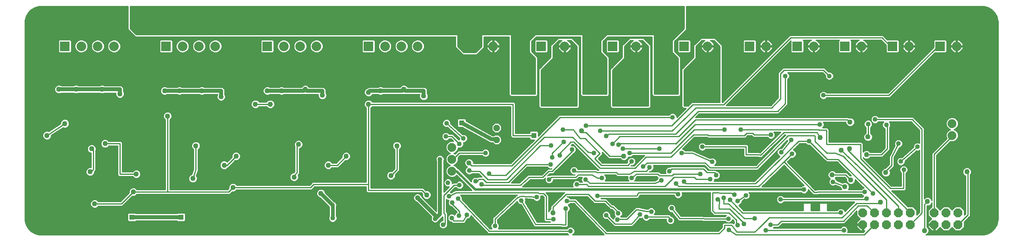
<source format=gbl>
G75*
G70*
%OFA0B0*%
%FSLAX24Y24*%
%IPPOS*%
%LPD*%
%AMOC8*
5,1,8,0,0,1.08239X$1,22.5*
%
%ADD10R,0.0800X0.0800*%
%ADD11C,0.0800*%
%ADD12C,0.0740*%
%ADD13OC8,0.0740*%
%ADD14OC8,0.0520*%
%ADD15C,0.0400*%
%ADD16C,0.1900*%
%ADD17C,0.0100*%
%ADD18C,0.0300*%
%ADD19R,0.0436X0.0436*%
%ADD20C,0.0320*%
%ADD21C,0.0436*%
%ADD22R,0.0400X0.0400*%
%ADD23C,0.0200*%
D10*
X005650Y018150D03*
X014150Y018150D03*
X022650Y018150D03*
X031150Y018150D03*
X039650Y018150D03*
X045650Y018150D03*
X051650Y018150D03*
X057650Y018150D03*
X063150Y018150D03*
X067150Y018150D03*
X071150Y018150D03*
X075150Y018150D03*
X079150Y018150D03*
D11*
X080528Y018150D03*
X076528Y018150D03*
X072528Y018150D03*
X068528Y018150D03*
X064528Y018150D03*
X059619Y018150D03*
X053619Y018150D03*
X047619Y018150D03*
X041619Y018150D03*
X035284Y018150D03*
X033906Y018150D03*
X032528Y018150D03*
X026784Y018150D03*
X025406Y018150D03*
X024028Y018150D03*
X018284Y018150D03*
X016906Y018150D03*
X015528Y018150D03*
X009784Y018150D03*
X008406Y018150D03*
X007028Y018150D03*
D12*
X038150Y009650D03*
X038150Y008650D03*
X038150Y007650D03*
X080150Y010650D03*
X080150Y011650D03*
D13*
X079650Y004150D03*
X078650Y004150D03*
X080650Y004150D03*
X080650Y003150D03*
X079650Y003150D03*
X078650Y003150D03*
X076650Y003150D03*
X075650Y003150D03*
X074650Y003150D03*
X073650Y003150D03*
X072650Y003150D03*
X072650Y004150D03*
X073650Y004150D03*
X074650Y004150D03*
X075650Y004150D03*
X076650Y004150D03*
D14*
X041900Y010275D03*
X041900Y011275D03*
D15*
X039105Y010390D03*
X038775Y009935D03*
X037650Y010560D03*
X036440Y011574D03*
X037700Y011670D03*
X035065Y012324D03*
X035065Y012824D03*
X033525Y012550D03*
X033150Y012550D03*
X033150Y012175D03*
X032750Y012175D03*
X032375Y012175D03*
X032375Y012550D03*
X032750Y012550D03*
X033550Y012150D03*
X033525Y011750D03*
X033150Y011750D03*
X032750Y011750D03*
X032375Y011750D03*
X028629Y011501D03*
X028504Y012501D03*
X028004Y012501D03*
X027504Y012501D03*
X025575Y012475D03*
X025200Y012475D03*
X024825Y012475D03*
X024450Y012475D03*
X024075Y012475D03*
X024075Y012100D03*
X024075Y011725D03*
X024450Y011725D03*
X024825Y011725D03*
X024825Y012100D03*
X024450Y012100D03*
X025200Y012100D03*
X025575Y012100D03*
X025575Y011725D03*
X025200Y011725D03*
X020875Y010250D03*
X019700Y011850D03*
X019200Y011850D03*
X018700Y011850D03*
X018700Y012350D03*
X019200Y012350D03*
X019700Y012350D03*
X019700Y012850D03*
X019200Y012850D03*
X018700Y012850D03*
X016925Y012550D03*
X016550Y012550D03*
X016550Y012150D03*
X016925Y012150D03*
X016150Y012150D03*
X015750Y012150D03*
X015375Y012150D03*
X015375Y012550D03*
X015750Y012550D03*
X016150Y012550D03*
X016150Y011750D03*
X015750Y011750D03*
X015375Y011750D03*
X016550Y011750D03*
X016925Y011750D03*
X012450Y011475D03*
X011700Y011850D03*
X011200Y011850D03*
X010700Y011850D03*
X010700Y012350D03*
X011200Y012350D03*
X011700Y012350D03*
X011700Y012850D03*
X011200Y012850D03*
X010700Y012850D03*
X008500Y012550D03*
X008500Y012550D03*
X008500Y012175D03*
X008050Y012150D03*
X008050Y012550D03*
X007650Y012550D03*
X007625Y012175D03*
X007125Y012175D03*
X007250Y012550D03*
X006875Y012550D03*
X006875Y011800D03*
X007250Y011750D03*
X007650Y011750D03*
X008050Y011750D03*
X008500Y011800D03*
X009575Y011100D03*
X012750Y010250D03*
X012750Y009750D03*
X012800Y009150D03*
X012800Y008650D03*
X013050Y008150D03*
X013050Y007650D03*
X013050Y007150D03*
X011325Y006850D03*
X010825Y006850D03*
X009075Y006975D03*
X008575Y006975D03*
X008575Y007475D03*
X009075Y007475D03*
X007000Y007675D03*
X005750Y008300D03*
X005250Y008300D03*
X004750Y008300D03*
X003750Y008050D03*
X003750Y007425D03*
X003750Y008675D03*
X004750Y008800D03*
X005250Y008800D03*
X005750Y008800D03*
X003750Y009300D03*
X003750Y009925D03*
X010825Y008725D03*
X015675Y007275D03*
X017075Y007350D03*
X017575Y007350D03*
X017575Y006850D03*
X017075Y006850D03*
X019763Y007163D03*
X021175Y007400D03*
X020925Y007900D03*
X022425Y008150D03*
X020675Y008400D03*
X024175Y007400D03*
X025700Y007350D03*
X026200Y007350D03*
X026200Y006850D03*
X025700Y006850D03*
X029825Y007850D03*
X032325Y007475D03*
X033950Y007350D03*
X034450Y007350D03*
X034450Y006850D03*
X033950Y006850D03*
X037820Y006680D03*
X038788Y006480D03*
X039325Y006225D03*
X040123Y006790D03*
X040640Y006523D03*
X043850Y007000D03*
X045000Y006650D03*
X046308Y006940D03*
X046738Y006563D03*
X048623Y006523D03*
X049368Y006943D03*
X050739Y007065D03*
X051800Y007100D03*
X053245Y007078D03*
X053850Y007013D03*
X055000Y007013D03*
X055723Y006880D03*
X056975Y006585D03*
X057630Y006770D03*
X058998Y007390D03*
X060333Y007303D03*
X059853Y006968D03*
X061350Y007350D03*
X062913Y007413D03*
X062050Y008450D03*
X060018Y008428D03*
X057450Y009163D03*
X059173Y009690D03*
X059350Y010350D03*
X061048Y011145D03*
X062418Y011120D03*
X063150Y010450D03*
X064928Y010685D03*
X066645Y010260D03*
X068127Y010171D03*
X066712Y009099D03*
X065798Y009225D03*
X063288Y009538D03*
X069043Y011555D03*
X068150Y012513D03*
X066088Y012513D03*
X069348Y014020D03*
X069850Y015650D03*
X066150Y015650D03*
X060150Y015150D03*
X059150Y015150D03*
X059650Y014650D03*
X059150Y014150D03*
X060150Y014150D03*
X058150Y013650D03*
X058150Y014650D03*
X058150Y015650D03*
X059650Y015650D03*
X054150Y015150D03*
X053150Y015150D03*
X053650Y014650D03*
X053150Y014150D03*
X054150Y014150D03*
X052150Y013650D03*
X052150Y014650D03*
X052150Y015650D03*
X053650Y015650D03*
X048150Y015150D03*
X047150Y015150D03*
X047650Y014650D03*
X047150Y014150D03*
X048150Y014150D03*
X046150Y013650D03*
X046150Y014650D03*
X046150Y015650D03*
X047650Y015650D03*
X041463Y015650D03*
X040900Y015150D03*
X041463Y014650D03*
X040900Y014150D03*
X040275Y014650D03*
X037700Y015100D03*
X037700Y015600D03*
X037700Y016100D03*
X035650Y016150D03*
X035650Y015650D03*
X035650Y016650D03*
X034550Y016900D03*
X034050Y016900D03*
X032300Y016900D03*
X031800Y016900D03*
X029700Y017650D03*
X029200Y017650D03*
X029200Y017150D03*
X027150Y016650D03*
X027150Y016150D03*
X027150Y015650D03*
X029200Y015600D03*
X030200Y015600D03*
X030200Y015100D03*
X029200Y015100D03*
X029200Y016100D03*
X030200Y016100D03*
X026050Y016900D03*
X025550Y016900D03*
X023800Y016900D03*
X023300Y016900D03*
X021200Y017650D03*
X020700Y017650D03*
X020700Y017150D03*
X018650Y016650D03*
X018650Y016150D03*
X020700Y016100D03*
X020700Y015600D03*
X020700Y015100D03*
X021700Y015600D03*
X021700Y016100D03*
X017550Y016900D03*
X017050Y016900D03*
X015300Y016900D03*
X014800Y016900D03*
X012700Y017650D03*
X012200Y017650D03*
X012200Y017150D03*
X011050Y017150D03*
X010675Y017400D03*
X011050Y017650D03*
X011050Y018150D03*
X010550Y018150D03*
X010550Y018650D03*
X011050Y018650D03*
X012200Y018650D03*
X012700Y018650D03*
X012700Y018150D03*
X012200Y018150D03*
X008950Y017025D03*
X008450Y017025D03*
X008450Y016650D03*
X008950Y016650D03*
X010150Y016650D03*
X010150Y016150D03*
X010150Y015650D03*
X012200Y015600D03*
X012700Y015600D03*
X012700Y015100D03*
X012200Y015100D03*
X012200Y016100D03*
X012700Y016100D03*
X006700Y016650D03*
X006200Y016650D03*
X006200Y017025D03*
X006700Y017025D03*
X004200Y017150D03*
X004200Y017650D03*
X003700Y017650D03*
X003700Y018150D03*
X004200Y018150D03*
X004200Y018650D03*
X004200Y016650D03*
X004200Y016150D03*
X003950Y015400D03*
X003875Y013675D03*
X003875Y012550D03*
X003875Y011925D03*
X021175Y006775D03*
X022750Y005425D03*
X019950Y005038D03*
X015250Y005175D03*
X014750Y005175D03*
X014250Y005175D03*
X013750Y005175D03*
X013250Y005175D03*
X006750Y005550D03*
X006250Y005550D03*
X005750Y005550D03*
X005250Y005550D03*
X004750Y005550D03*
X003050Y005100D03*
X028150Y003700D03*
X030825Y005475D03*
X036750Y003650D03*
X037418Y003148D03*
X038140Y003708D03*
X038728Y003893D03*
X039403Y003970D03*
X041250Y004525D03*
X038670Y005330D03*
X038173Y005010D03*
X037903Y005543D03*
X043980Y005170D03*
X045260Y005455D03*
X045563Y005025D03*
X046500Y005650D03*
X047808Y005150D03*
X047705Y004503D03*
X046670Y003595D03*
X045438Y004063D03*
X043688Y003400D03*
X041770Y003045D03*
X048110Y002610D03*
X049563Y002900D03*
X052053Y003563D03*
X051110Y003940D03*
X050313Y003963D03*
X052105Y004085D03*
X053953Y004003D03*
X054477Y003797D03*
X054890Y004250D03*
X054100Y004700D03*
X054475Y005425D03*
X056590Y004530D03*
X056100Y004163D03*
X056493Y003505D03*
X059413Y002913D03*
X061399Y002696D03*
X062124Y003104D03*
X062670Y003210D03*
X063555Y003653D03*
X064898Y003140D03*
X066160Y003020D03*
X064515Y002673D03*
X061362Y003650D03*
X065950Y004650D03*
X064450Y005150D03*
X065750Y005260D03*
X067720Y006100D03*
X065950Y006650D03*
X068450Y007150D03*
X070148Y006750D03*
X071888Y006275D03*
X072818Y005890D03*
X073505Y005768D03*
X072960Y005323D03*
X071263Y004775D03*
X070810Y004160D03*
X071058Y002673D03*
X071638Y002713D03*
X062143Y005120D03*
X061520Y005240D03*
X061868Y005678D03*
X060978Y005405D03*
X060456Y005280D03*
X058850Y005350D03*
X057149Y005693D03*
X062825Y005615D03*
X056418Y007638D03*
X055350Y007850D03*
X054753Y007966D03*
X054210Y008020D03*
X053238Y008458D03*
X053838Y008788D03*
X053070Y009170D03*
X052510Y009520D03*
X052127Y009867D03*
X051630Y009940D03*
X051095Y010595D03*
X050613Y011030D03*
X049395Y011470D03*
X047455Y011140D03*
X047540Y010115D03*
X046480Y009805D03*
X048228Y009465D03*
X047213Y008953D03*
X046575Y008808D03*
X046425Y008200D03*
X048391Y007700D03*
X049200Y008050D03*
X049988Y007988D03*
X050900Y008600D03*
X050060Y009168D03*
X055585Y009520D03*
X056680Y012170D03*
X042378Y012887D03*
X036940Y012699D03*
X040213Y015650D03*
X040900Y016150D03*
X037700Y017150D03*
X037700Y017650D03*
X038200Y017650D03*
X038200Y018150D03*
X037700Y018150D03*
X036550Y018150D03*
X036050Y018150D03*
X036050Y018650D03*
X036550Y018650D03*
X037700Y018650D03*
X038200Y018650D03*
X029700Y018650D03*
X029200Y018650D03*
X028050Y018650D03*
X027550Y018650D03*
X027550Y018150D03*
X028050Y018150D03*
X029200Y018150D03*
X029700Y018150D03*
X021200Y018150D03*
X020700Y018150D03*
X019550Y018150D03*
X019050Y018150D03*
X019050Y018650D03*
X019550Y018650D03*
X020700Y018650D03*
X021200Y018650D03*
X040960Y009170D03*
X041700Y008750D03*
X038888Y008225D03*
X039603Y007688D03*
X041260Y007448D03*
X037150Y008650D03*
X036575Y008975D03*
X033950Y008413D03*
X028575Y008975D03*
X050383Y005553D03*
X052188Y002775D03*
X074525Y008638D03*
X075839Y008459D03*
X076090Y007760D03*
X075650Y006950D03*
X077248Y009700D03*
X075652Y009961D03*
X074325Y010525D03*
X075838Y011013D03*
X074625Y011525D03*
X073680Y011990D03*
X073098Y011610D03*
X075150Y012450D03*
X072200Y010338D03*
X071075Y010338D03*
X073075Y009775D03*
D16*
X082650Y003650D03*
X082650Y020150D03*
X003650Y020150D03*
X003650Y003650D03*
D17*
X003474Y002312D02*
X003133Y002403D01*
X002828Y002579D01*
X002579Y002828D01*
X002403Y003133D01*
X002312Y003474D01*
X002300Y003650D01*
X002300Y020150D01*
X002312Y020326D01*
X002403Y020667D01*
X002579Y020972D01*
X002828Y021221D01*
X003133Y021397D01*
X003474Y021488D01*
X003650Y021500D01*
X010950Y021500D01*
X010950Y019567D01*
X011450Y019067D01*
X011567Y018950D01*
X038450Y018950D01*
X038450Y018067D01*
X038950Y017567D01*
X039067Y017450D01*
X040233Y017450D01*
X040733Y017950D01*
X040850Y018067D01*
X040850Y018950D01*
X042950Y018950D01*
X042950Y014067D01*
X043067Y013950D01*
X045233Y013950D01*
X045350Y014067D01*
X045350Y017233D01*
X044850Y017733D01*
X044850Y018567D01*
X045233Y018950D01*
X048950Y018950D01*
X048950Y014067D01*
X049067Y013950D01*
X051233Y013950D01*
X051350Y014067D01*
X051350Y017233D01*
X050850Y017733D01*
X050850Y018567D01*
X051233Y018950D01*
X054950Y018950D01*
X054950Y014067D01*
X055067Y013950D01*
X057233Y013950D01*
X057350Y014067D01*
X057350Y017233D01*
X056850Y017733D01*
X056850Y018567D01*
X057733Y019450D01*
X057850Y019567D01*
X057850Y021500D01*
X082650Y021500D01*
X082826Y021488D01*
X083167Y021397D01*
X083472Y021221D01*
X083721Y020972D01*
X083897Y020667D01*
X083988Y020326D01*
X084000Y020150D01*
X084000Y003650D01*
X083988Y003474D01*
X083897Y003133D01*
X083721Y002828D01*
X083472Y002579D01*
X083167Y002403D01*
X082826Y002312D01*
X082650Y002300D01*
X077954Y002300D01*
X078046Y002338D01*
X078150Y002441D01*
X078206Y002577D01*
X078206Y002723D01*
X078150Y002859D01*
X078046Y002962D01*
X078037Y002966D01*
X078037Y004719D01*
X078161Y004719D01*
X078296Y004775D01*
X078400Y004879D01*
X078450Y005001D01*
X078450Y004670D01*
X078435Y004670D01*
X078130Y004365D01*
X078130Y003935D01*
X078415Y003650D01*
X078130Y003365D01*
X078130Y003200D01*
X078600Y003200D01*
X078600Y003100D01*
X078700Y003100D01*
X078700Y002630D01*
X078865Y002630D01*
X079150Y002915D01*
X079435Y002630D01*
X079865Y002630D01*
X080150Y002915D01*
X080435Y002630D01*
X080865Y002630D01*
X081170Y002935D01*
X081170Y003365D01*
X081159Y003376D01*
X081545Y003763D01*
X081662Y003880D01*
X081662Y007329D01*
X081712Y007379D01*
X081768Y007514D01*
X081768Y007661D01*
X081712Y007796D01*
X081609Y007900D01*
X081473Y007956D01*
X081327Y007956D01*
X081191Y007900D01*
X081088Y007796D01*
X081032Y007661D01*
X081032Y007514D01*
X081088Y007379D01*
X081191Y007275D01*
X081263Y007246D01*
X081263Y004045D01*
X081170Y003953D01*
X081170Y004365D01*
X080865Y004670D01*
X080435Y004670D01*
X080150Y004385D01*
X079865Y004670D01*
X079435Y004670D01*
X079150Y004385D01*
X078865Y004670D01*
X078850Y004670D01*
X078850Y008977D01*
X080016Y010143D01*
X080047Y010130D01*
X080253Y010130D01*
X080445Y010209D01*
X080591Y010355D01*
X080670Y010547D01*
X080670Y010753D01*
X080591Y010945D01*
X080445Y011091D01*
X080302Y011150D01*
X080445Y011209D01*
X080591Y011355D01*
X080670Y011547D01*
X080670Y011753D01*
X080591Y011945D01*
X080445Y012091D01*
X080253Y012170D01*
X080047Y012170D01*
X079855Y012091D01*
X079709Y011945D01*
X079630Y011753D01*
X079630Y011547D01*
X079709Y011355D01*
X079855Y011209D01*
X079998Y011150D01*
X079855Y011091D01*
X079709Y010945D01*
X079630Y010753D01*
X079630Y010547D01*
X079696Y010388D01*
X078450Y009143D01*
X078450Y005174D01*
X078400Y005296D01*
X078296Y005400D01*
X078161Y005456D01*
X078014Y005456D01*
X077879Y005400D01*
X077820Y005341D01*
X077820Y011243D01*
X077703Y011360D01*
X076873Y012190D01*
X073975Y012190D01*
X073878Y012287D01*
X073750Y012340D01*
X073610Y012340D01*
X073482Y012287D01*
X073383Y012188D01*
X073330Y012060D01*
X073330Y011920D01*
X073364Y011839D01*
X073296Y011907D01*
X073167Y011960D01*
X073028Y011960D01*
X072899Y011907D01*
X072801Y011808D01*
X072748Y011680D01*
X072748Y011540D01*
X072801Y011412D01*
X072898Y011315D01*
X072898Y010845D01*
X072879Y010837D01*
X072775Y010734D01*
X072719Y010598D01*
X072719Y010452D01*
X072775Y010316D01*
X072879Y010213D01*
X073014Y010157D01*
X073161Y010157D01*
X073296Y010213D01*
X073400Y010316D01*
X073456Y010452D01*
X073456Y010598D01*
X073400Y010734D01*
X073297Y010836D01*
X073297Y011315D01*
X073394Y011412D01*
X073447Y011540D01*
X073447Y011680D01*
X073414Y011761D01*
X073482Y011693D01*
X073610Y011640D01*
X073750Y011640D01*
X073878Y011693D01*
X073975Y011790D01*
X074395Y011790D01*
X074328Y011723D01*
X074275Y011595D01*
X074275Y011455D01*
X074328Y011327D01*
X074427Y011228D01*
X074513Y011193D01*
X074513Y009608D01*
X074130Y009225D01*
X073278Y009225D01*
X073275Y009234D01*
X073171Y009337D01*
X073036Y009393D01*
X072889Y009393D01*
X072754Y009337D01*
X072671Y009254D01*
X072662Y009714D01*
X072662Y009983D01*
X072545Y010100D01*
X071010Y010100D01*
X071003Y010107D01*
X069795Y010107D01*
X069795Y011163D01*
X069787Y011170D01*
X069670Y011287D01*
X069270Y011287D01*
X069339Y011357D01*
X069392Y011485D01*
X069392Y011625D01*
X069339Y011753D01*
X069330Y011763D01*
X071219Y011763D01*
X071219Y011702D01*
X071275Y011566D01*
X071379Y011463D01*
X071514Y011407D01*
X071661Y011407D01*
X071796Y011463D01*
X071900Y011566D01*
X071956Y011702D01*
X071956Y011848D01*
X071900Y011984D01*
X071796Y012087D01*
X071661Y012143D01*
X071514Y012143D01*
X071462Y012121D01*
X071420Y012162D01*
X071404Y012162D01*
X071391Y012172D01*
X071323Y012162D01*
X058603Y012162D01*
X058910Y012470D01*
X065583Y012470D01*
X066233Y013120D01*
X066350Y013237D01*
X066350Y015355D01*
X066447Y015452D01*
X066500Y015580D01*
X066500Y015720D01*
X066447Y015848D01*
X066348Y015947D01*
X066340Y015950D01*
X069267Y015950D01*
X069500Y015717D01*
X069500Y015580D01*
X069553Y015452D01*
X069652Y015353D01*
X069780Y015300D01*
X069920Y015300D01*
X070048Y015353D01*
X070147Y015452D01*
X070200Y015580D01*
X070200Y015720D01*
X070147Y015848D01*
X070048Y015947D01*
X069920Y016000D01*
X069783Y016000D01*
X069433Y016350D01*
X065967Y016350D01*
X065850Y016233D01*
X065550Y015933D01*
X065550Y013828D01*
X064930Y013155D01*
X061158Y013155D01*
X066600Y018597D01*
X066600Y017688D01*
X066688Y017600D01*
X067612Y017600D01*
X067700Y017688D01*
X067700Y018612D01*
X067642Y018670D01*
X068349Y018670D01*
X068317Y018660D01*
X068240Y018620D01*
X068170Y018570D01*
X068108Y018508D01*
X068058Y018438D01*
X068018Y018361D01*
X067991Y018279D01*
X067979Y018200D01*
X068478Y018200D01*
X068478Y018100D01*
X068578Y018100D01*
X068578Y018200D01*
X069077Y018200D01*
X069064Y018279D01*
X069038Y018361D01*
X068998Y018438D01*
X068947Y018508D01*
X068886Y018570D01*
X068816Y018620D01*
X068739Y018660D01*
X068707Y018670D01*
X070658Y018670D01*
X070600Y018612D01*
X070600Y017688D01*
X070688Y017600D01*
X071612Y017600D01*
X071700Y017688D01*
X071700Y018612D01*
X071642Y018670D01*
X072349Y018670D01*
X072317Y018660D01*
X072240Y018620D01*
X072170Y018570D01*
X072108Y018508D01*
X072058Y018438D01*
X072018Y018361D01*
X071991Y018279D01*
X071979Y018200D01*
X072478Y018200D01*
X072478Y018100D01*
X072578Y018100D01*
X072578Y018200D01*
X073077Y018200D01*
X073064Y018279D01*
X073038Y018361D01*
X072998Y018438D01*
X072947Y018508D01*
X072886Y018570D01*
X072816Y018620D01*
X072739Y018660D01*
X072707Y018670D01*
X074177Y018670D01*
X074600Y018247D01*
X074600Y017688D01*
X074688Y017600D01*
X075612Y017600D01*
X075700Y017688D01*
X075700Y018612D01*
X075612Y018700D01*
X074713Y018700D01*
X074343Y019070D01*
X066507Y019070D01*
X066390Y018953D01*
X060887Y013450D01*
X060850Y013450D01*
X060850Y018233D01*
X060350Y018733D01*
X060233Y018850D01*
X059067Y018850D01*
X058567Y018350D01*
X058450Y018233D01*
X058450Y017233D01*
X057567Y016350D01*
X057450Y016233D01*
X057450Y013067D01*
X057567Y012950D01*
X057802Y012950D01*
X057030Y012178D01*
X057030Y012240D01*
X056977Y012368D01*
X056878Y012467D01*
X056750Y012520D01*
X056610Y012520D01*
X056482Y012467D01*
X056385Y012370D01*
X047150Y012370D01*
X047033Y012253D01*
X045393Y010613D01*
X045393Y010930D01*
X045305Y011018D01*
X044745Y011018D01*
X044657Y010930D01*
X044657Y010850D01*
X043475Y010850D01*
X043475Y013358D01*
X043358Y013475D01*
X031466Y013475D01*
X031462Y013484D01*
X031359Y013587D01*
X031223Y013643D01*
X031077Y013643D01*
X030941Y013587D01*
X030838Y013484D01*
X030782Y013348D01*
X030782Y013202D01*
X030838Y013066D01*
X030941Y012963D01*
X030950Y012959D01*
X030950Y006725D01*
X026442Y006725D01*
X026325Y006608D01*
X026192Y006475D01*
X020091Y006475D01*
X020087Y006484D01*
X026201Y006484D01*
X026300Y006583D02*
X019988Y006583D01*
X019984Y006587D02*
X019848Y006643D01*
X019702Y006643D01*
X019566Y006587D01*
X019463Y006484D01*
X014475Y006484D01*
X014475Y006386D02*
X019422Y006386D01*
X019407Y006348D02*
X019407Y006202D01*
X019410Y006193D01*
X019317Y006100D01*
X014475Y006100D01*
X014475Y011959D01*
X014484Y011963D01*
X014587Y012066D01*
X014643Y012202D01*
X014643Y012348D01*
X014587Y012484D01*
X014484Y012587D01*
X014348Y012643D01*
X014202Y012643D01*
X014066Y012587D01*
X013963Y012484D01*
X013907Y012348D01*
X013907Y012202D01*
X013963Y012066D01*
X014066Y011963D01*
X014075Y011959D01*
X014075Y006100D01*
X011716Y006100D01*
X011712Y006109D01*
X011609Y006212D01*
X011473Y006268D01*
X011327Y006268D01*
X011191Y006212D01*
X011088Y006109D01*
X011032Y005973D01*
X011032Y005827D01*
X011035Y005818D01*
X010317Y005100D01*
X008466Y005100D01*
X008462Y005109D01*
X008359Y005212D01*
X008223Y005268D01*
X008077Y005268D01*
X007941Y005212D01*
X007838Y005109D01*
X007782Y004973D01*
X007782Y004827D01*
X007838Y004691D01*
X007941Y004588D01*
X008077Y004532D01*
X008223Y004532D01*
X008359Y004588D01*
X008462Y004691D01*
X008466Y004700D01*
X010483Y004700D01*
X011318Y005535D01*
X011327Y005532D01*
X011473Y005532D01*
X011609Y005588D01*
X011712Y005691D01*
X011716Y005700D01*
X019483Y005700D01*
X019693Y005910D01*
X019702Y005907D01*
X019848Y005907D01*
X019984Y005963D01*
X020087Y006066D01*
X020091Y006075D01*
X026358Y006075D01*
X026608Y006325D01*
X030950Y006325D01*
X030950Y005942D01*
X031067Y005825D01*
X035567Y005825D01*
X035660Y005732D01*
X035657Y005723D01*
X035657Y005577D01*
X035713Y005441D01*
X035816Y005338D01*
X035952Y005282D01*
X036098Y005282D01*
X036234Y005338D01*
X036337Y005441D01*
X036393Y005577D01*
X036393Y005723D01*
X036337Y005859D01*
X036234Y005962D01*
X036098Y006018D01*
X035952Y006018D01*
X035943Y006015D01*
X035733Y006225D01*
X031350Y006225D01*
X031350Y012959D01*
X031359Y012963D01*
X031462Y013066D01*
X031466Y013075D01*
X043075Y013075D01*
X043075Y010567D01*
X043192Y010450D01*
X044657Y010450D01*
X044657Y010370D01*
X044745Y010282D01*
X045062Y010282D01*
X043087Y008307D01*
X039956Y008307D01*
X039956Y008411D01*
X039900Y008546D01*
X039796Y008650D01*
X039661Y008706D01*
X039514Y008706D01*
X039379Y008650D01*
X039275Y008546D01*
X039219Y008411D01*
X039219Y008264D01*
X039275Y008129D01*
X039379Y008025D01*
X039441Y008000D01*
X039404Y007984D01*
X039306Y007886D01*
X039253Y007757D01*
X039253Y007618D01*
X039306Y007489D01*
X039404Y007391D01*
X039533Y007338D01*
X039672Y007338D01*
X039801Y007391D01*
X039860Y007450D01*
X040380Y007450D01*
X040667Y007162D01*
X040458Y007162D01*
X040438Y007176D01*
X040378Y007162D01*
X040317Y007162D01*
X040300Y007145D01*
X040276Y007140D01*
X040258Y007113D01*
X040192Y007140D01*
X040053Y007140D01*
X039924Y007087D01*
X039826Y006988D01*
X039773Y006860D01*
X039773Y006776D01*
X038757Y007792D01*
X038687Y007862D01*
X038612Y007893D01*
X038591Y007945D01*
X038445Y008091D01*
X038302Y008150D01*
X038445Y008209D01*
X038591Y008355D01*
X038670Y008547D01*
X038670Y008753D01*
X038657Y008784D01*
X038843Y008970D01*
X040665Y008970D01*
X040762Y008873D01*
X040890Y008820D01*
X041030Y008820D01*
X041158Y008873D01*
X041257Y008972D01*
X041310Y009100D01*
X041310Y009240D01*
X041257Y009368D01*
X041158Y009467D01*
X041030Y009520D01*
X040890Y009520D01*
X040762Y009467D01*
X040665Y009370D01*
X038677Y009370D01*
X038412Y009104D01*
X038302Y009150D01*
X038445Y009209D01*
X038591Y009355D01*
X038670Y009547D01*
X038670Y009600D01*
X038705Y009585D01*
X038845Y009585D01*
X038973Y009638D01*
X039072Y009737D01*
X039125Y009865D01*
X039125Y010005D01*
X039110Y010040D01*
X039175Y010040D01*
X039303Y010093D01*
X039402Y010192D01*
X039455Y010320D01*
X039455Y010460D01*
X039402Y010588D01*
X039303Y010687D01*
X039175Y010740D01*
X039035Y010740D01*
X039023Y010735D01*
X038050Y011622D01*
X038050Y011740D01*
X037997Y011868D01*
X037898Y011967D01*
X037770Y012020D01*
X037630Y012020D01*
X037502Y011967D01*
X037403Y011868D01*
X037350Y011740D01*
X037350Y011600D01*
X037403Y011472D01*
X037502Y011373D01*
X037630Y011320D01*
X037770Y011320D01*
X037782Y011325D01*
X038755Y010438D01*
X038755Y010320D01*
X038770Y010285D01*
X038708Y010285D01*
X038350Y010643D01*
X038233Y010760D01*
X037945Y010760D01*
X037848Y010857D01*
X037720Y010910D01*
X037580Y010910D01*
X037452Y010857D01*
X037353Y010758D01*
X037300Y010630D01*
X037300Y010490D01*
X037353Y010362D01*
X037452Y010263D01*
X037580Y010210D01*
X037720Y010210D01*
X037848Y010263D01*
X037945Y010360D01*
X038067Y010360D01*
X038260Y010167D01*
X038253Y010170D01*
X038047Y010170D01*
X037855Y010091D01*
X037709Y009945D01*
X037630Y009753D01*
X037630Y009547D01*
X037709Y009355D01*
X037855Y009209D01*
X037998Y009150D01*
X037855Y009091D01*
X037709Y008945D01*
X037630Y008753D01*
X037630Y008547D01*
X037709Y008355D01*
X037855Y008209D01*
X037998Y008150D01*
X037855Y008091D01*
X037709Y007945D01*
X037630Y007753D01*
X037630Y007547D01*
X037709Y007355D01*
X037855Y007209D01*
X038047Y007130D01*
X038253Y007130D01*
X038445Y007209D01*
X038538Y007303D01*
X039814Y006027D01*
X038534Y006027D01*
X038489Y006044D01*
X038455Y006027D01*
X038417Y006027D01*
X038383Y005993D01*
X038079Y005848D01*
X038015Y005875D01*
X038420Y006280D01*
X038493Y006280D01*
X038589Y006183D01*
X038718Y006130D01*
X038857Y006130D01*
X038986Y006183D01*
X039084Y006282D01*
X039137Y006410D01*
X039137Y006550D01*
X039084Y006678D01*
X038986Y006777D01*
X038857Y006830D01*
X038718Y006830D01*
X038589Y006777D01*
X038493Y006680D01*
X038255Y006680D01*
X038159Y006585D01*
X038170Y006610D01*
X038170Y006750D01*
X038117Y006878D01*
X038963Y006878D01*
X038979Y006780D02*
X039062Y006780D01*
X039081Y006681D02*
X039160Y006681D01*
X039124Y006583D02*
X039259Y006583D01*
X039357Y006484D02*
X039137Y006484D01*
X039127Y006386D02*
X039456Y006386D01*
X039554Y006287D02*
X039086Y006287D01*
X038991Y006189D02*
X039653Y006189D01*
X039751Y006090D02*
X038230Y006090D01*
X038132Y005992D02*
X038379Y005992D01*
X038329Y006189D02*
X038584Y006189D01*
X038788Y006480D02*
X038338Y006480D01*
X037468Y005610D01*
X037468Y004090D01*
X037570Y004050D01*
X037570Y003175D01*
X037418Y003148D01*
X037750Y003037D02*
X040582Y003037D01*
X040488Y003135D02*
X037780Y003135D01*
X037782Y003129D02*
X037770Y003193D01*
X037770Y004012D01*
X037786Y004054D01*
X037770Y004092D01*
X037770Y004133D01*
X037738Y004165D01*
X037720Y004206D01*
X037682Y004221D01*
X037667Y004235D01*
X037667Y005283D01*
X037704Y005246D01*
X037833Y005193D01*
X037869Y005193D01*
X037823Y005080D01*
X037823Y004940D01*
X037876Y004812D01*
X037974Y004713D01*
X038103Y004660D01*
X038107Y004660D01*
X038564Y004203D01*
X038529Y004189D01*
X038431Y004091D01*
X038378Y003964D01*
X038338Y004004D01*
X038210Y004057D01*
X038070Y004057D01*
X037942Y004004D01*
X037843Y003906D01*
X037790Y003777D01*
X037790Y003638D01*
X037843Y003509D01*
X037942Y003411D01*
X038070Y003358D01*
X038111Y003358D01*
X038138Y003331D01*
X038169Y003282D01*
X038195Y003275D01*
X038215Y003256D01*
X038273Y003257D01*
X038330Y003244D01*
X038353Y003258D01*
X039069Y003269D01*
X039094Y003255D01*
X039149Y003270D01*
X039206Y003271D01*
X039226Y003292D01*
X039253Y003299D01*
X039281Y003349D01*
X039321Y003390D01*
X039321Y003419D01*
X039434Y003620D01*
X039472Y003620D01*
X039601Y003673D01*
X039699Y003772D01*
X039752Y003900D01*
X039752Y003906D01*
X041065Y002530D01*
X041065Y002527D01*
X041122Y002470D01*
X041177Y002412D01*
X041180Y002412D01*
X041182Y002410D01*
X041263Y002410D01*
X041343Y002408D01*
X041345Y002410D01*
X047815Y002410D01*
X047912Y002313D01*
X047944Y002300D01*
X003650Y002300D01*
X003474Y002312D01*
X003341Y002347D02*
X047878Y002347D01*
X048110Y002610D02*
X041265Y002610D01*
X038670Y005330D01*
X039020Y005302D02*
X043246Y005302D01*
X043351Y005401D02*
X039020Y005401D01*
X039020Y005400D02*
X038967Y005528D01*
X038868Y005627D01*
X038866Y005628D01*
X043638Y005628D01*
X043620Y005619D01*
X043587Y005620D01*
X043548Y005585D01*
X043501Y005562D01*
X043490Y005530D01*
X041691Y003850D01*
X041687Y003850D01*
X041631Y003794D01*
X041573Y003740D01*
X041573Y003736D01*
X041570Y003733D01*
X041570Y003653D01*
X041567Y003574D01*
X041570Y003571D01*
X041570Y003340D01*
X041473Y003243D01*
X041420Y003115D01*
X041420Y002975D01*
X041473Y002847D01*
X041510Y002810D01*
X041351Y002810D01*
X039018Y005255D01*
X039020Y005260D01*
X039020Y005400D01*
X038979Y005499D02*
X043457Y005499D01*
X043562Y005598D02*
X038897Y005598D01*
X038500Y005828D02*
X037903Y005543D01*
X038033Y005893D02*
X038173Y005893D01*
X038500Y005828D02*
X045390Y005828D01*
X045443Y005775D01*
X045838Y005775D01*
X046088Y005525D01*
X046088Y003588D01*
X046095Y003595D01*
X046670Y003595D01*
X046410Y003360D02*
X045291Y003360D01*
X044299Y005025D01*
X044330Y005100D01*
X044330Y005240D01*
X044298Y005318D01*
X044956Y005274D01*
X044963Y005257D01*
X045062Y005158D01*
X045190Y005105D01*
X044330Y005105D01*
X044330Y005204D02*
X045017Y005204D01*
X045190Y005105D02*
X045330Y005105D01*
X045888Y005105D01*
X045888Y005007D02*
X044310Y005007D01*
X044369Y004908D02*
X045888Y004908D01*
X045888Y004810D02*
X044428Y004810D01*
X044486Y004711D02*
X045888Y004711D01*
X045888Y004613D02*
X044545Y004613D01*
X044604Y004514D02*
X045888Y004514D01*
X045888Y004416D02*
X044662Y004416D01*
X044721Y004317D02*
X045888Y004317D01*
X045888Y004219D02*
X044780Y004219D01*
X044838Y004120D02*
X045888Y004120D01*
X045888Y004022D02*
X044897Y004022D01*
X044956Y003923D02*
X045888Y003923D01*
X045888Y003825D02*
X045014Y003825D01*
X045073Y003726D02*
X045888Y003726D01*
X045888Y003628D02*
X045132Y003628D01*
X045190Y003529D02*
X045888Y003529D01*
X045888Y003505D02*
X046005Y003388D01*
X046170Y003388D01*
X046178Y003395D01*
X046375Y003395D01*
X046410Y003360D01*
X045962Y003431D02*
X045249Y003431D01*
X045178Y003160D02*
X043980Y005170D01*
X044304Y005302D02*
X044535Y005302D01*
X043923Y005543D02*
X043663Y005418D01*
X041770Y003650D01*
X041770Y003045D01*
X042120Y003037D02*
X045018Y003037D01*
X045018Y003036D02*
X045048Y002986D01*
X045075Y002980D01*
X045095Y002960D01*
X045153Y002960D01*
X045209Y002946D01*
X045233Y002960D01*
X047280Y002960D01*
X047290Y002950D01*
X047795Y002950D01*
X047912Y003067D01*
X047912Y003233D01*
X047905Y003240D01*
X047905Y004208D01*
X048002Y004304D01*
X048055Y004433D01*
X048055Y004572D01*
X048002Y004701D01*
X047903Y004799D01*
X047889Y004805D01*
X048006Y004853D01*
X048102Y004950D01*
X048392Y004950D01*
X050903Y002320D01*
X050903Y002317D01*
X050920Y002300D01*
X048276Y002300D01*
X048308Y002313D01*
X048407Y002412D01*
X048460Y002540D01*
X048460Y002680D01*
X048407Y002808D01*
X048308Y002907D01*
X048180Y002960D01*
X048040Y002960D01*
X047912Y002907D01*
X047815Y002810D01*
X042030Y002810D01*
X042067Y002847D01*
X042120Y002975D01*
X042120Y003115D01*
X042067Y003243D01*
X041970Y003340D01*
X041970Y003563D01*
X043630Y005113D01*
X043630Y005100D01*
X043683Y004972D01*
X043782Y004873D01*
X043910Y004820D01*
X043956Y004820D01*
X044978Y003105D01*
X044978Y003077D01*
X045018Y003036D01*
X044960Y003135D02*
X042112Y003135D01*
X042071Y003234D02*
X044901Y003234D01*
X044842Y003332D02*
X041978Y003332D01*
X041970Y003431D02*
X044784Y003431D01*
X044725Y003529D02*
X041970Y003529D01*
X042039Y003628D02*
X044666Y003628D01*
X044607Y003726D02*
X042144Y003726D01*
X042250Y003825D02*
X044549Y003825D01*
X044490Y003923D02*
X042355Y003923D01*
X042461Y004022D02*
X044431Y004022D01*
X044373Y004120D02*
X042566Y004120D01*
X042672Y004219D02*
X044314Y004219D01*
X044255Y004317D02*
X042777Y004317D01*
X042883Y004416D02*
X044197Y004416D01*
X044138Y004514D02*
X042988Y004514D01*
X043094Y004613D02*
X044079Y004613D01*
X044021Y004711D02*
X043199Y004711D01*
X043305Y004810D02*
X043962Y004810D01*
X043747Y004908D02*
X043410Y004908D01*
X043515Y005007D02*
X043669Y005007D01*
X043630Y005105D02*
X043621Y005105D01*
X043140Y005204D02*
X039067Y005204D01*
X039161Y005105D02*
X043035Y005105D01*
X042929Y005007D02*
X039255Y005007D01*
X039349Y004908D02*
X042824Y004908D01*
X042718Y004810D02*
X039443Y004810D01*
X039537Y004711D02*
X042613Y004711D01*
X042508Y004613D02*
X039631Y004613D01*
X039725Y004514D02*
X042402Y004514D01*
X042297Y004416D02*
X039819Y004416D01*
X039913Y004317D02*
X042191Y004317D01*
X042086Y004219D02*
X040007Y004219D01*
X040101Y004120D02*
X041980Y004120D01*
X041875Y004022D02*
X040195Y004022D01*
X040289Y003923D02*
X041769Y003923D01*
X041662Y003825D02*
X040383Y003825D01*
X040477Y003726D02*
X041570Y003726D01*
X041569Y003628D02*
X040571Y003628D01*
X040665Y003529D02*
X041570Y003529D01*
X041570Y003431D02*
X040759Y003431D01*
X040853Y003332D02*
X041562Y003332D01*
X041469Y003234D02*
X040947Y003234D01*
X041041Y003135D02*
X041428Y003135D01*
X041420Y003037D02*
X041135Y003037D01*
X041228Y002938D02*
X041435Y002938D01*
X041481Y002840D02*
X041322Y002840D01*
X041052Y002544D02*
X002889Y002544D01*
X002765Y002643D02*
X040958Y002643D01*
X040864Y002741D02*
X002666Y002741D01*
X002572Y002840D02*
X037246Y002840D01*
X037219Y002851D02*
X037348Y002798D01*
X037487Y002798D01*
X037616Y002851D01*
X037714Y002949D01*
X037767Y003078D01*
X037767Y003090D01*
X037770Y003092D01*
X037770Y003112D01*
X037782Y003129D01*
X037770Y003234D02*
X040394Y003234D01*
X040300Y003332D02*
X039272Y003332D01*
X039327Y003431D02*
X040206Y003431D01*
X040112Y003529D02*
X039383Y003529D01*
X039490Y003628D02*
X040018Y003628D01*
X039924Y003726D02*
X039653Y003726D01*
X039721Y003825D02*
X039830Y003825D01*
X039403Y003970D02*
X039120Y003470D01*
X038295Y003458D01*
X038140Y003708D01*
X037810Y003825D02*
X037770Y003825D01*
X037770Y003923D02*
X037861Y003923D01*
X037774Y004022D02*
X037983Y004022D01*
X037770Y004120D02*
X038460Y004120D01*
X038402Y004022D02*
X038297Y004022D01*
X038549Y004219D02*
X037688Y004219D01*
X037667Y004317D02*
X038450Y004317D01*
X038352Y004416D02*
X037667Y004416D01*
X037667Y004514D02*
X038253Y004514D01*
X038155Y004613D02*
X037667Y004613D01*
X037667Y004711D02*
X037980Y004711D01*
X037878Y004810D02*
X037667Y004810D01*
X037667Y004908D02*
X037836Y004908D01*
X037823Y005007D02*
X037667Y005007D01*
X037667Y005105D02*
X037833Y005105D01*
X037806Y005204D02*
X037667Y005204D01*
X038173Y005010D02*
X038173Y004878D01*
X038775Y004275D01*
X038775Y003940D01*
X038728Y003893D01*
X037790Y003726D02*
X037770Y003726D01*
X037770Y003628D02*
X037794Y003628D01*
X037770Y003529D02*
X037835Y003529D01*
X037770Y003431D02*
X037922Y003431D01*
X037770Y003332D02*
X038137Y003332D01*
X037370Y003497D02*
X037370Y003807D01*
X037069Y003506D01*
X037047Y003452D01*
X036948Y003353D01*
X036820Y003300D01*
X036680Y003300D01*
X036552Y003353D01*
X036453Y003452D01*
X036400Y003580D01*
X036400Y003720D01*
X036434Y003802D01*
X035205Y005032D01*
X035202Y005032D01*
X035066Y005088D01*
X034963Y005191D01*
X034907Y005327D01*
X034907Y005473D01*
X034963Y005609D01*
X035066Y005712D01*
X035202Y005768D01*
X035348Y005768D01*
X035484Y005712D01*
X035587Y005609D01*
X035643Y005473D01*
X035643Y005470D01*
X036840Y004273D01*
X036840Y008484D01*
X036800Y008580D01*
X036800Y008720D01*
X036853Y008848D01*
X033725Y008848D01*
X033725Y008750D02*
X036812Y008750D01*
X036800Y008651D02*
X033725Y008651D01*
X033725Y008553D02*
X036812Y008553D01*
X036840Y008454D02*
X033725Y008454D01*
X033725Y008356D02*
X036840Y008356D01*
X036840Y008257D02*
X033725Y008257D01*
X033725Y008159D02*
X036840Y008159D01*
X036840Y008060D02*
X033725Y008060D01*
X033725Y007962D02*
X036840Y007962D01*
X036840Y007863D02*
X033725Y007863D01*
X033725Y007765D02*
X036840Y007765D01*
X036840Y007666D02*
X033699Y007666D01*
X033725Y007692D02*
X033725Y009459D01*
X033734Y009463D01*
X033837Y009566D01*
X033893Y009702D01*
X033893Y009848D01*
X033837Y009984D01*
X033734Y010087D01*
X033598Y010143D01*
X033452Y010143D01*
X033316Y010087D01*
X033213Y009984D01*
X033157Y009848D01*
X033157Y009702D01*
X033213Y009566D01*
X033316Y009463D01*
X033325Y009459D01*
X033325Y007858D01*
X033107Y007640D01*
X033098Y007643D01*
X032952Y007643D01*
X032816Y007587D01*
X032713Y007484D01*
X032657Y007348D01*
X032657Y007202D01*
X032713Y007066D01*
X032816Y006963D01*
X032952Y006907D01*
X033098Y006907D01*
X033234Y006963D01*
X033337Y007066D01*
X033393Y007202D01*
X033393Y007348D01*
X033390Y007357D01*
X033725Y007692D01*
X033600Y007568D02*
X036840Y007568D01*
X036840Y007469D02*
X033502Y007469D01*
X033403Y007371D02*
X036840Y007371D01*
X036840Y007272D02*
X033393Y007272D01*
X033381Y007174D02*
X036840Y007174D01*
X036840Y007075D02*
X033341Y007075D01*
X033247Y006977D02*
X036840Y006977D01*
X036840Y006878D02*
X031350Y006878D01*
X031350Y006780D02*
X036840Y006780D01*
X036840Y006681D02*
X031350Y006681D01*
X031350Y006583D02*
X036840Y006583D01*
X036840Y006484D02*
X031350Y006484D01*
X031350Y006386D02*
X036840Y006386D01*
X036840Y006287D02*
X031350Y006287D01*
X031150Y006525D02*
X031150Y006025D01*
X035650Y006025D01*
X036025Y005650D01*
X036364Y005795D02*
X036840Y005795D01*
X036840Y005893D02*
X036303Y005893D01*
X036162Y005992D02*
X036840Y005992D01*
X036840Y006090D02*
X035868Y006090D01*
X035769Y006189D02*
X036840Y006189D01*
X037460Y006189D02*
X037763Y006189D01*
X037862Y006287D02*
X037460Y006287D01*
X037460Y006386D02*
X037620Y006386D01*
X037622Y006383D02*
X037750Y006330D01*
X037890Y006330D01*
X037915Y006341D01*
X037460Y005885D01*
X037460Y008484D01*
X037500Y008580D01*
X037500Y008720D01*
X037447Y008848D01*
X037669Y008848D01*
X037630Y008750D02*
X037488Y008750D01*
X037500Y008651D02*
X037630Y008651D01*
X037630Y008553D02*
X037488Y008553D01*
X037460Y008454D02*
X037668Y008454D01*
X037709Y008356D02*
X037460Y008356D01*
X037460Y008257D02*
X037808Y008257D01*
X037978Y008159D02*
X037460Y008159D01*
X037460Y008060D02*
X037825Y008060D01*
X037726Y007962D02*
X037460Y007962D01*
X037460Y007863D02*
X037675Y007863D01*
X037635Y007765D02*
X037460Y007765D01*
X037460Y007666D02*
X037630Y007666D01*
X037630Y007568D02*
X037460Y007568D01*
X037460Y007469D02*
X037662Y007469D01*
X037703Y007371D02*
X037460Y007371D01*
X037460Y007272D02*
X037793Y007272D01*
X037942Y007174D02*
X037460Y007174D01*
X037460Y007075D02*
X038766Y007075D01*
X038668Y007174D02*
X038358Y007174D01*
X038507Y007272D02*
X038569Y007272D01*
X038865Y006977D02*
X038018Y006977D01*
X037890Y007030D01*
X037750Y007030D01*
X037622Y006977D01*
X037523Y006878D01*
X037460Y006878D01*
X037523Y006878D02*
X037470Y006750D01*
X037470Y006610D01*
X037523Y006482D01*
X037622Y006383D01*
X037522Y006484D02*
X037460Y006484D01*
X037460Y006583D02*
X037482Y006583D01*
X037470Y006681D02*
X037460Y006681D01*
X037460Y006780D02*
X037482Y006780D01*
X037460Y006977D02*
X037622Y006977D01*
X038018Y006977D02*
X038117Y006878D01*
X038158Y006780D02*
X038596Y006780D01*
X038494Y006681D02*
X038170Y006681D01*
X039474Y007075D02*
X039913Y007075D01*
X039821Y006977D02*
X039572Y006977D01*
X039671Y006878D02*
X039780Y006878D01*
X039769Y006780D02*
X039773Y006780D01*
X040123Y006790D02*
X040290Y006790D01*
X040400Y006963D01*
X040775Y006963D01*
X041025Y006713D01*
X042903Y006713D01*
X044390Y008200D01*
X046425Y008200D01*
X046169Y007962D02*
X044434Y007962D01*
X044473Y008000D02*
X046130Y008000D01*
X046227Y007903D01*
X046355Y007850D01*
X046495Y007850D01*
X046512Y007857D01*
X046505Y007850D01*
X046192Y007850D01*
X045692Y007350D01*
X044654Y007350D01*
X044576Y007353D01*
X044572Y007350D01*
X044567Y007350D01*
X044512Y007294D01*
X043820Y006660D01*
X043133Y006660D01*
X044473Y008000D01*
X044336Y007863D02*
X046324Y007863D01*
X046275Y007650D02*
X045775Y007150D01*
X044650Y007150D01*
X043898Y006460D01*
X040703Y006460D01*
X040640Y006523D01*
X041163Y006950D02*
X040463Y007650D01*
X039640Y007650D01*
X039603Y007688D01*
X039273Y007568D02*
X038981Y007568D01*
X038883Y007666D02*
X039253Y007666D01*
X039256Y007765D02*
X038784Y007765D01*
X038684Y007863D02*
X039296Y007863D01*
X039382Y007962D02*
X038574Y007962D01*
X038475Y008060D02*
X039344Y008060D01*
X039263Y008159D02*
X038322Y008159D01*
X038492Y008257D02*
X039222Y008257D01*
X039219Y008356D02*
X038591Y008356D01*
X038632Y008454D02*
X039237Y008454D01*
X039282Y008553D02*
X038670Y008553D01*
X038670Y008651D02*
X039382Y008651D01*
X039588Y008338D02*
X039818Y008108D01*
X043170Y008108D01*
X047233Y012170D01*
X056680Y012170D01*
X056816Y012493D02*
X057345Y012493D01*
X057443Y012591D02*
X043475Y012591D01*
X043475Y012493D02*
X056544Y012493D01*
X056409Y012394D02*
X043475Y012394D01*
X043475Y012296D02*
X047075Y012296D01*
X046977Y012197D02*
X043475Y012197D01*
X043475Y012099D02*
X046878Y012099D01*
X046780Y012000D02*
X043475Y012000D01*
X043475Y011902D02*
X046681Y011902D01*
X046583Y011803D02*
X043475Y011803D01*
X043475Y011705D02*
X046484Y011705D01*
X046386Y011606D02*
X043475Y011606D01*
X043475Y011508D02*
X046287Y011508D01*
X046189Y011409D02*
X043475Y011409D01*
X043475Y011311D02*
X046090Y011311D01*
X045992Y011212D02*
X043475Y011212D01*
X043475Y011114D02*
X045893Y011114D01*
X045795Y011015D02*
X045308Y011015D01*
X045393Y010917D02*
X045696Y010917D01*
X045598Y010818D02*
X045393Y010818D01*
X045393Y010720D02*
X045499Y010720D01*
X045401Y010621D02*
X045393Y010621D01*
X045025Y010650D02*
X043275Y010650D01*
X043275Y013275D01*
X031150Y013275D01*
X031150Y006525D01*
X026525Y006525D01*
X026275Y006275D01*
X019775Y006275D01*
X019400Y005900D01*
X014275Y005900D01*
X014275Y012275D01*
X014643Y012296D02*
X030950Y012296D01*
X030950Y012394D02*
X014624Y012394D01*
X014578Y012493D02*
X030950Y012493D01*
X030950Y012591D02*
X014474Y012591D01*
X014076Y012591D02*
X002300Y012591D01*
X002300Y012493D02*
X013972Y012493D01*
X013926Y012394D02*
X002300Y012394D01*
X002300Y012296D02*
X013907Y012296D01*
X013909Y012197D02*
X002300Y012197D01*
X002300Y012099D02*
X013950Y012099D01*
X014029Y012000D02*
X005767Y012000D01*
X005723Y012018D02*
X005577Y012018D01*
X005441Y011962D01*
X005338Y011859D01*
X005282Y011723D01*
X005282Y011645D01*
X004296Y010988D01*
X004223Y011018D01*
X004077Y011018D01*
X003941Y010962D01*
X003838Y010859D01*
X003782Y010723D01*
X003782Y010577D01*
X003838Y010441D01*
X003941Y010338D01*
X004077Y010282D01*
X004223Y010282D01*
X004359Y010338D01*
X004462Y010441D01*
X004518Y010577D01*
X004518Y010655D01*
X005504Y011312D01*
X005577Y011282D01*
X005723Y011282D01*
X005859Y011338D01*
X005962Y011441D01*
X006018Y011577D01*
X006018Y011723D01*
X005962Y011859D01*
X005859Y011962D01*
X005723Y012018D01*
X005533Y012000D02*
X002300Y012000D01*
X002300Y011902D02*
X005381Y011902D01*
X005315Y011803D02*
X002300Y011803D01*
X002300Y011705D02*
X005282Y011705D01*
X005223Y011606D02*
X002300Y011606D01*
X002300Y011508D02*
X005076Y011508D01*
X004928Y011409D02*
X002300Y011409D01*
X002300Y011311D02*
X004780Y011311D01*
X004632Y011212D02*
X002300Y011212D01*
X002300Y011114D02*
X004485Y011114D01*
X004337Y011015D02*
X004231Y011015D01*
X004069Y011015D02*
X002300Y011015D01*
X002300Y010917D02*
X003896Y010917D01*
X003821Y010818D02*
X002300Y010818D01*
X002300Y010720D02*
X003782Y010720D01*
X003782Y010621D02*
X002300Y010621D01*
X002300Y010523D02*
X003804Y010523D01*
X003855Y010424D02*
X002300Y010424D01*
X002300Y010326D02*
X003971Y010326D01*
X004329Y010326D02*
X008939Y010326D01*
X008952Y010331D02*
X008816Y010275D01*
X008713Y010171D01*
X008657Y010036D01*
X008657Y009889D01*
X008713Y009754D01*
X008816Y009650D01*
X008952Y009594D01*
X009098Y009594D01*
X009234Y009650D01*
X009337Y009754D01*
X009341Y009763D01*
X010075Y009763D01*
X010075Y007317D01*
X010192Y007200D01*
X011334Y007200D01*
X011338Y007191D01*
X011441Y007088D01*
X011577Y007032D01*
X011723Y007032D01*
X011859Y007088D01*
X011962Y007191D01*
X012018Y007327D01*
X012018Y007473D01*
X011962Y007609D01*
X011859Y007712D01*
X011723Y007768D01*
X011577Y007768D01*
X011441Y007712D01*
X011338Y007609D01*
X011334Y007600D01*
X010475Y007600D01*
X010475Y010045D01*
X010358Y010162D01*
X009341Y010162D01*
X009337Y010171D01*
X009234Y010275D01*
X009098Y010331D01*
X008952Y010331D01*
X009111Y010326D02*
X014075Y010326D01*
X014075Y010424D02*
X004445Y010424D01*
X004496Y010523D02*
X014075Y010523D01*
X014075Y010621D02*
X004518Y010621D01*
X004615Y010720D02*
X014075Y010720D01*
X014075Y010818D02*
X004763Y010818D01*
X004910Y010917D02*
X014075Y010917D01*
X014075Y011015D02*
X005058Y011015D01*
X005206Y011114D02*
X014075Y011114D01*
X014075Y011212D02*
X005354Y011212D01*
X005501Y011311D02*
X005508Y011311D01*
X005792Y011311D02*
X014075Y011311D01*
X014075Y011409D02*
X005930Y011409D01*
X005989Y011508D02*
X014075Y011508D01*
X014075Y011606D02*
X006018Y011606D01*
X006018Y011705D02*
X014075Y011705D01*
X014075Y011803D02*
X005985Y011803D01*
X005919Y011902D02*
X014075Y011902D01*
X014475Y011902D02*
X030950Y011902D01*
X030950Y012000D02*
X014521Y012000D01*
X014600Y012099D02*
X030950Y012099D01*
X030950Y012197D02*
X014641Y012197D01*
X014475Y011803D02*
X030950Y011803D01*
X030950Y011705D02*
X014475Y011705D01*
X014475Y011606D02*
X030950Y011606D01*
X030950Y011508D02*
X014475Y011508D01*
X014475Y011409D02*
X030950Y011409D01*
X030950Y011311D02*
X014475Y011311D01*
X014475Y011212D02*
X030950Y011212D01*
X030950Y011114D02*
X014475Y011114D01*
X014475Y011015D02*
X030950Y011015D01*
X030950Y010917D02*
X014475Y010917D01*
X014475Y010818D02*
X030950Y010818D01*
X030950Y010720D02*
X014475Y010720D01*
X014475Y010621D02*
X030950Y010621D01*
X030950Y010523D02*
X014475Y010523D01*
X014475Y010424D02*
X030950Y010424D01*
X030950Y010326D02*
X014475Y010326D01*
X014475Y010227D02*
X025103Y010227D01*
X025066Y010212D02*
X024963Y010109D01*
X024907Y009973D01*
X024907Y009827D01*
X024950Y009723D01*
X024950Y007608D01*
X024860Y007518D01*
X024827Y007518D01*
X024691Y007462D01*
X024588Y007359D01*
X024532Y007223D01*
X024532Y007077D01*
X024588Y006941D01*
X024691Y006838D01*
X024827Y006782D01*
X024973Y006782D01*
X025109Y006838D01*
X025212Y006941D01*
X025268Y007077D01*
X025268Y007223D01*
X025228Y007320D01*
X025233Y007325D01*
X025350Y007442D01*
X025350Y009533D01*
X025484Y009588D01*
X025587Y009691D01*
X025643Y009827D01*
X025643Y009973D01*
X025587Y010109D01*
X025484Y010212D01*
X025348Y010268D01*
X025202Y010268D01*
X025066Y010212D01*
X024983Y010129D02*
X016758Y010129D01*
X016723Y010143D02*
X016577Y010143D01*
X016441Y010087D01*
X016338Y009984D01*
X016282Y009848D01*
X016282Y009702D01*
X016338Y009566D01*
X016441Y009463D01*
X016450Y009459D01*
X016450Y007807D01*
X016309Y007386D01*
X016191Y007337D01*
X016088Y007234D01*
X016032Y007098D01*
X016032Y006952D01*
X016088Y006816D01*
X016191Y006713D01*
X016327Y006657D01*
X016473Y006657D01*
X016609Y006713D01*
X016712Y006816D01*
X016768Y006952D01*
X016768Y007098D01*
X016712Y007234D01*
X016688Y007257D01*
X016825Y007667D01*
X016850Y007692D01*
X016850Y007743D01*
X016866Y007790D01*
X016850Y007822D01*
X016850Y009459D01*
X016859Y009463D01*
X016962Y009566D01*
X017018Y009702D01*
X017018Y009848D01*
X016962Y009984D01*
X016859Y010087D01*
X016723Y010143D01*
X016542Y010129D02*
X014475Y010129D01*
X014475Y010030D02*
X016384Y010030D01*
X016316Y009932D02*
X014475Y009932D01*
X014475Y009833D02*
X016282Y009833D01*
X016282Y009735D02*
X014475Y009735D01*
X014475Y009636D02*
X016309Y009636D01*
X016367Y009538D02*
X014475Y009538D01*
X014475Y009439D02*
X016450Y009439D01*
X016450Y009341D02*
X014475Y009341D01*
X014475Y009242D02*
X016450Y009242D01*
X016450Y009144D02*
X014475Y009144D01*
X014475Y009045D02*
X016450Y009045D01*
X016450Y008947D02*
X014475Y008947D01*
X014475Y008848D02*
X016450Y008848D01*
X016450Y008750D02*
X014475Y008750D01*
X014475Y008651D02*
X016450Y008651D01*
X016450Y008553D02*
X014475Y008553D01*
X014475Y008454D02*
X016450Y008454D01*
X016450Y008356D02*
X014475Y008356D01*
X014475Y008257D02*
X016450Y008257D01*
X016450Y008159D02*
X014475Y008159D01*
X014475Y008060D02*
X016450Y008060D01*
X016450Y007962D02*
X014475Y007962D01*
X014475Y007863D02*
X016450Y007863D01*
X016436Y007765D02*
X014475Y007765D01*
X014475Y007666D02*
X016403Y007666D01*
X016370Y007568D02*
X014475Y007568D01*
X014475Y007469D02*
X016337Y007469D01*
X016272Y007371D02*
X014475Y007371D01*
X014475Y007272D02*
X016126Y007272D01*
X016063Y007174D02*
X014475Y007174D01*
X014475Y007075D02*
X016032Y007075D01*
X016032Y006977D02*
X014475Y006977D01*
X014475Y006878D02*
X016062Y006878D01*
X016125Y006780D02*
X014475Y006780D01*
X014475Y006681D02*
X016269Y006681D01*
X016531Y006681D02*
X026398Y006681D01*
X025267Y007075D02*
X030950Y007075D01*
X030950Y006977D02*
X025227Y006977D01*
X025149Y006878D02*
X030950Y006878D01*
X030950Y006780D02*
X016675Y006780D01*
X016738Y006878D02*
X024651Y006878D01*
X024573Y006977D02*
X016768Y006977D01*
X016768Y007075D02*
X024533Y007075D01*
X024532Y007174D02*
X016737Y007174D01*
X016693Y007272D02*
X024552Y007272D01*
X024600Y007371D02*
X016726Y007371D01*
X016759Y007469D02*
X024708Y007469D01*
X024910Y007568D02*
X016792Y007568D01*
X016824Y007666D02*
X024950Y007666D01*
X024950Y007765D02*
X016857Y007765D01*
X016850Y007863D02*
X018791Y007863D01*
X018816Y007838D02*
X018713Y007941D01*
X018657Y008077D01*
X018657Y008223D01*
X018713Y008359D01*
X018816Y008462D01*
X018952Y008518D01*
X019098Y008518D01*
X019234Y008462D01*
X019269Y008427D01*
X019660Y008818D01*
X019657Y008827D01*
X019657Y008973D01*
X019713Y009109D01*
X019816Y009212D01*
X019952Y009268D01*
X020098Y009268D01*
X020234Y009212D01*
X020337Y009109D01*
X020393Y008973D01*
X020393Y008827D01*
X020337Y008691D01*
X020234Y008588D01*
X020098Y008532D01*
X019952Y008532D01*
X019943Y008535D01*
X019358Y007950D01*
X019341Y007950D01*
X019337Y007941D01*
X019234Y007838D01*
X019098Y007782D01*
X018952Y007782D01*
X018816Y007838D01*
X018705Y007962D02*
X016850Y007962D01*
X016850Y008060D02*
X018664Y008060D01*
X018657Y008159D02*
X016850Y008159D01*
X016850Y008257D02*
X018671Y008257D01*
X018712Y008356D02*
X016850Y008356D01*
X016850Y008454D02*
X018808Y008454D01*
X019025Y008150D02*
X019275Y008150D01*
X020025Y008900D01*
X019687Y009045D02*
X016850Y009045D01*
X016850Y008947D02*
X019657Y008947D01*
X019657Y008848D02*
X016850Y008848D01*
X016850Y008750D02*
X019592Y008750D01*
X019493Y008651D02*
X016850Y008651D01*
X016850Y008553D02*
X019395Y008553D01*
X019296Y008454D02*
X019242Y008454D01*
X019566Y008159D02*
X024950Y008159D01*
X024950Y008257D02*
X019665Y008257D01*
X019763Y008356D02*
X024950Y008356D01*
X024950Y008454D02*
X019862Y008454D01*
X020148Y008553D02*
X024950Y008553D01*
X024950Y008651D02*
X020297Y008651D01*
X020361Y008750D02*
X024950Y008750D01*
X024950Y008848D02*
X020393Y008848D01*
X020393Y008947D02*
X024950Y008947D01*
X024950Y009045D02*
X020363Y009045D01*
X020302Y009144D02*
X024950Y009144D01*
X024950Y009242D02*
X020161Y009242D01*
X019889Y009242D02*
X016850Y009242D01*
X016850Y009144D02*
X019748Y009144D01*
X017018Y009735D02*
X024945Y009735D01*
X024950Y009636D02*
X016991Y009636D01*
X016933Y009538D02*
X024950Y009538D01*
X024950Y009439D02*
X016850Y009439D01*
X016850Y009341D02*
X024950Y009341D01*
X025350Y009341D02*
X030950Y009341D01*
X030950Y009439D02*
X025350Y009439D01*
X025362Y009538D02*
X030950Y009538D01*
X030950Y009636D02*
X025532Y009636D01*
X025605Y009735D02*
X030950Y009735D01*
X030950Y009833D02*
X025643Y009833D01*
X025643Y009932D02*
X030950Y009932D01*
X030950Y010030D02*
X025620Y010030D01*
X025567Y010129D02*
X030950Y010129D01*
X030950Y010227D02*
X025447Y010227D01*
X025275Y009900D02*
X025150Y009775D01*
X025150Y007525D01*
X024900Y007275D01*
X024900Y007150D01*
X025248Y007272D02*
X030950Y007272D01*
X030950Y007174D02*
X025268Y007174D01*
X025278Y007371D02*
X030950Y007371D01*
X030950Y007469D02*
X025350Y007469D01*
X025350Y007568D02*
X030950Y007568D01*
X030950Y007666D02*
X025350Y007666D01*
X025350Y007765D02*
X030950Y007765D01*
X030950Y007863D02*
X028009Y007863D01*
X027984Y007838D02*
X028087Y007941D01*
X028091Y007950D01*
X028608Y007950D01*
X029193Y008535D01*
X029202Y008532D01*
X029348Y008532D01*
X029484Y008588D01*
X029587Y008691D01*
X029643Y008827D01*
X029643Y008973D01*
X029587Y009109D01*
X029484Y009212D01*
X029348Y009268D01*
X029202Y009268D01*
X029066Y009212D01*
X028963Y009109D01*
X028907Y008973D01*
X028907Y008827D01*
X028910Y008818D01*
X028442Y008350D01*
X028091Y008350D01*
X028087Y008359D01*
X027984Y008462D01*
X027848Y008518D01*
X027702Y008518D01*
X027566Y008462D01*
X027463Y008359D01*
X027407Y008223D01*
X027407Y008077D01*
X027463Y007941D01*
X027566Y007838D01*
X027702Y007782D01*
X027848Y007782D01*
X027984Y007838D01*
X027541Y007863D02*
X025350Y007863D01*
X025350Y007962D02*
X027455Y007962D01*
X027414Y008060D02*
X025350Y008060D01*
X025350Y008159D02*
X027407Y008159D01*
X027421Y008257D02*
X025350Y008257D01*
X025350Y008356D02*
X027462Y008356D01*
X027558Y008454D02*
X025350Y008454D01*
X025350Y008553D02*
X028645Y008553D01*
X028743Y008651D02*
X025350Y008651D01*
X025350Y008750D02*
X028842Y008750D01*
X028907Y008848D02*
X025350Y008848D01*
X025350Y008947D02*
X028907Y008947D01*
X028937Y009045D02*
X025350Y009045D01*
X025350Y009144D02*
X028998Y009144D01*
X029139Y009242D02*
X025350Y009242D01*
X024907Y009833D02*
X017018Y009833D01*
X016984Y009932D02*
X024907Y009932D01*
X024930Y010030D02*
X016916Y010030D01*
X016650Y009775D02*
X016650Y007775D01*
X016400Y007025D01*
X014475Y006583D02*
X019562Y006583D01*
X019463Y006484D02*
X019407Y006348D01*
X019407Y006287D02*
X014475Y006287D01*
X014475Y006189D02*
X019406Y006189D01*
X020012Y005992D02*
X026846Y005992D01*
X026837Y005983D02*
X026781Y005847D01*
X026781Y005701D01*
X026837Y005565D01*
X026940Y005462D01*
X027076Y005406D01*
X027079Y005406D01*
X027850Y004635D01*
X027850Y003890D01*
X027800Y003770D01*
X027800Y003630D01*
X027853Y003502D01*
X027952Y003403D01*
X028080Y003350D01*
X028220Y003350D01*
X028348Y003403D01*
X028447Y003502D01*
X028500Y003630D01*
X028500Y003770D01*
X028450Y003890D01*
X028450Y004714D01*
X028460Y004738D01*
X028460Y004862D01*
X028413Y004976D01*
X028326Y005063D01*
X028280Y005082D01*
X027517Y005844D01*
X027517Y005847D01*
X027461Y005983D01*
X027358Y006086D01*
X027222Y006142D01*
X027076Y006142D01*
X026940Y006086D01*
X026837Y005983D01*
X026800Y005893D02*
X019676Y005893D01*
X019577Y005795D02*
X026781Y005795D01*
X026783Y005696D02*
X011714Y005696D01*
X011618Y005598D02*
X026824Y005598D01*
X026903Y005499D02*
X011282Y005499D01*
X011183Y005401D02*
X027084Y005401D01*
X027183Y005302D02*
X011085Y005302D01*
X010986Y005204D02*
X027281Y005204D01*
X027380Y005105D02*
X010888Y005105D01*
X010789Y005007D02*
X027478Y005007D01*
X027577Y004908D02*
X010691Y004908D01*
X010592Y004810D02*
X027675Y004810D01*
X027774Y004711D02*
X010494Y004711D01*
X010400Y004900D02*
X011400Y005900D01*
X014275Y005900D01*
X014075Y006189D02*
X011632Y006189D01*
X011168Y006189D02*
X002300Y006189D01*
X002300Y006287D02*
X014075Y006287D01*
X014075Y006386D02*
X002300Y006386D01*
X002300Y006484D02*
X014075Y006484D01*
X014075Y006583D02*
X002300Y006583D01*
X002300Y006681D02*
X014075Y006681D01*
X014075Y006780D02*
X002300Y006780D01*
X002300Y006878D02*
X014075Y006878D01*
X014075Y006977D02*
X002300Y006977D01*
X002300Y007075D02*
X011473Y007075D01*
X011356Y007174D02*
X002300Y007174D01*
X002300Y007272D02*
X007575Y007272D01*
X007566Y007275D02*
X007702Y007219D01*
X007848Y007219D01*
X007984Y007275D01*
X008087Y007379D01*
X008143Y007514D01*
X008143Y007610D01*
X008156Y007624D01*
X008211Y007665D01*
X008214Y007681D01*
X008225Y007692D01*
X008225Y007761D01*
X008235Y007829D01*
X008225Y007842D01*
X008225Y009348D01*
X008268Y009452D01*
X008268Y009598D01*
X008212Y009734D01*
X008109Y009837D01*
X007973Y009893D01*
X007827Y009893D01*
X007691Y009837D01*
X007588Y009734D01*
X007532Y009598D01*
X007532Y009452D01*
X007588Y009316D01*
X007691Y009213D01*
X007825Y009158D01*
X007825Y007956D01*
X007702Y007956D01*
X007566Y007900D01*
X007463Y007796D01*
X007407Y007661D01*
X007407Y007514D01*
X007463Y007379D01*
X007566Y007275D01*
X007471Y007371D02*
X002300Y007371D01*
X002300Y007469D02*
X007426Y007469D01*
X007407Y007568D02*
X002300Y007568D01*
X002300Y007666D02*
X007409Y007666D01*
X007450Y007765D02*
X002300Y007765D01*
X002300Y007863D02*
X007530Y007863D01*
X007825Y007962D02*
X002300Y007962D01*
X002300Y008060D02*
X007825Y008060D01*
X007825Y008159D02*
X002300Y008159D01*
X002300Y008257D02*
X007825Y008257D01*
X007825Y008356D02*
X002300Y008356D01*
X002300Y008454D02*
X007825Y008454D01*
X007825Y008553D02*
X002300Y008553D01*
X002300Y008651D02*
X007825Y008651D01*
X007825Y008750D02*
X002300Y008750D01*
X002300Y008848D02*
X007825Y008848D01*
X007825Y008947D02*
X002300Y008947D01*
X002300Y009045D02*
X007825Y009045D01*
X007825Y009144D02*
X002300Y009144D01*
X002300Y009242D02*
X007662Y009242D01*
X007578Y009341D02*
X002300Y009341D01*
X002300Y009439D02*
X007537Y009439D01*
X007532Y009538D02*
X002300Y009538D01*
X002300Y009636D02*
X007548Y009636D01*
X007589Y009735D02*
X002300Y009735D01*
X002300Y009833D02*
X007687Y009833D01*
X007900Y009525D02*
X008025Y009525D01*
X008025Y007775D01*
X007775Y007588D01*
X008143Y007568D02*
X010075Y007568D01*
X010075Y007666D02*
X008211Y007666D01*
X008226Y007765D02*
X010075Y007765D01*
X010075Y007863D02*
X008225Y007863D01*
X008225Y007962D02*
X010075Y007962D01*
X010075Y008060D02*
X008225Y008060D01*
X008225Y008159D02*
X010075Y008159D01*
X010075Y008257D02*
X008225Y008257D01*
X008225Y008356D02*
X010075Y008356D01*
X010075Y008454D02*
X008225Y008454D01*
X008225Y008553D02*
X010075Y008553D01*
X010075Y008651D02*
X008225Y008651D01*
X008225Y008750D02*
X010075Y008750D01*
X010075Y008848D02*
X008225Y008848D01*
X008225Y008947D02*
X010075Y008947D01*
X010075Y009045D02*
X008225Y009045D01*
X008225Y009144D02*
X010075Y009144D01*
X010075Y009242D02*
X008225Y009242D01*
X008225Y009341D02*
X010075Y009341D01*
X010075Y009439D02*
X008263Y009439D01*
X008268Y009538D02*
X010075Y009538D01*
X010075Y009636D02*
X009199Y009636D01*
X009318Y009735D02*
X010075Y009735D01*
X010275Y009963D02*
X009025Y009963D01*
X009281Y010227D02*
X014075Y010227D01*
X014075Y010129D02*
X010392Y010129D01*
X010475Y010030D02*
X014075Y010030D01*
X014075Y009932D02*
X010475Y009932D01*
X010475Y009833D02*
X014075Y009833D01*
X014075Y009735D02*
X010475Y009735D01*
X010475Y009636D02*
X014075Y009636D01*
X014075Y009538D02*
X010475Y009538D01*
X010475Y009439D02*
X014075Y009439D01*
X014075Y009341D02*
X010475Y009341D01*
X010475Y009242D02*
X014075Y009242D01*
X014075Y009144D02*
X010475Y009144D01*
X010475Y009045D02*
X014075Y009045D01*
X014075Y008947D02*
X010475Y008947D01*
X010475Y008848D02*
X014075Y008848D01*
X014075Y008750D02*
X010475Y008750D01*
X010475Y008651D02*
X014075Y008651D01*
X014075Y008553D02*
X010475Y008553D01*
X010475Y008454D02*
X014075Y008454D01*
X014075Y008356D02*
X010475Y008356D01*
X010475Y008257D02*
X014075Y008257D01*
X014075Y008159D02*
X010475Y008159D01*
X010475Y008060D02*
X014075Y008060D01*
X014075Y007962D02*
X010475Y007962D01*
X010475Y007863D02*
X014075Y007863D01*
X014075Y007765D02*
X011732Y007765D01*
X011568Y007765D02*
X010475Y007765D01*
X010475Y007666D02*
X011395Y007666D01*
X011650Y007400D02*
X010275Y007400D01*
X010275Y009963D01*
X008851Y009636D02*
X008252Y009636D01*
X008211Y009735D02*
X008732Y009735D01*
X008680Y009833D02*
X008113Y009833D01*
X008657Y009932D02*
X002300Y009932D01*
X002300Y010030D02*
X008657Y010030D01*
X008695Y010129D02*
X002300Y010129D01*
X002300Y010227D02*
X008769Y010227D01*
X005650Y011650D02*
X004150Y010650D01*
X002300Y012690D02*
X030950Y012690D01*
X030950Y012788D02*
X002300Y012788D01*
X002300Y012887D02*
X030950Y012887D01*
X030919Y012985D02*
X023131Y012985D01*
X023109Y012963D02*
X023212Y013066D01*
X023268Y013202D01*
X023268Y013348D01*
X023212Y013484D01*
X023109Y013587D01*
X022973Y013643D01*
X022827Y013643D01*
X022691Y013587D01*
X022588Y013484D01*
X022584Y013475D01*
X021966Y013475D01*
X021962Y013484D01*
X021859Y013587D01*
X021723Y013643D01*
X021577Y013643D01*
X021441Y013587D01*
X021338Y013484D01*
X021282Y013348D01*
X021282Y013202D01*
X021338Y013066D01*
X021441Y012963D01*
X021577Y012907D01*
X021723Y012907D01*
X021859Y012963D01*
X021962Y013066D01*
X021966Y013075D01*
X022584Y013075D01*
X022588Y013066D01*
X022691Y012963D01*
X022827Y012907D01*
X022973Y012907D01*
X023109Y012963D01*
X023219Y013084D02*
X030831Y013084D01*
X030790Y013182D02*
X023260Y013182D01*
X023268Y013281D02*
X030782Y013281D01*
X030795Y013379D02*
X023255Y013379D01*
X023215Y013478D02*
X030835Y013478D01*
X030930Y013576D02*
X023120Y013576D01*
X022680Y013576D02*
X021870Y013576D01*
X021965Y013478D02*
X022585Y013478D01*
X022900Y013275D02*
X021650Y013275D01*
X021282Y013281D02*
X002300Y013281D01*
X002300Y013379D02*
X021295Y013379D01*
X021335Y013478D02*
X002300Y013478D01*
X002300Y013576D02*
X018595Y013576D01*
X018566Y013588D02*
X018702Y013532D01*
X018848Y013532D01*
X018984Y013588D01*
X019087Y013691D01*
X019143Y013827D01*
X019143Y013973D01*
X019087Y014109D01*
X019085Y014111D01*
X019085Y014462D01*
X019038Y014576D01*
X018951Y014663D01*
X018837Y014710D01*
X017361Y014710D01*
X017359Y014712D01*
X017223Y014768D01*
X017077Y014768D01*
X016941Y014712D01*
X016939Y014710D01*
X015486Y014710D01*
X015484Y014712D01*
X015348Y014768D01*
X015202Y014768D01*
X015066Y014712D01*
X015064Y014710D01*
X014236Y014710D01*
X014234Y014712D01*
X014098Y014768D01*
X013952Y014768D01*
X013816Y014712D01*
X013713Y014609D01*
X013657Y014473D01*
X013657Y014327D01*
X013713Y014191D01*
X013816Y014088D01*
X013952Y014032D01*
X014098Y014032D01*
X014234Y014088D01*
X014236Y014090D01*
X015064Y014090D01*
X015066Y014088D01*
X015202Y014032D01*
X015348Y014032D01*
X015484Y014088D01*
X015486Y014090D01*
X016939Y014090D01*
X016941Y014088D01*
X017077Y014032D01*
X017223Y014032D01*
X017359Y014088D01*
X017361Y014090D01*
X018455Y014090D01*
X018407Y013973D01*
X018407Y013827D01*
X018463Y013691D01*
X018566Y013588D01*
X018480Y013675D02*
X002300Y013675D01*
X002300Y013773D02*
X018429Y013773D01*
X018407Y013872D02*
X010517Y013872D01*
X010484Y013838D02*
X010587Y013941D01*
X010643Y014077D01*
X010643Y014223D01*
X010587Y014359D01*
X010585Y014361D01*
X010585Y014587D01*
X010538Y014701D01*
X010451Y014788D01*
X010337Y014835D01*
X008986Y014835D01*
X008984Y014837D01*
X008848Y014893D01*
X008702Y014893D01*
X008566Y014837D01*
X008564Y014835D01*
X006804Y014835D01*
X006802Y014837D01*
X006667Y014893D01*
X006520Y014893D01*
X006385Y014837D01*
X006383Y014835D01*
X005361Y014835D01*
X005359Y014837D01*
X005223Y014893D01*
X005077Y014893D01*
X004941Y014837D01*
X004838Y014734D01*
X004782Y014598D01*
X004782Y014452D01*
X004838Y014316D01*
X004941Y014213D01*
X005077Y014157D01*
X005223Y014157D01*
X005359Y014213D01*
X005361Y014215D01*
X006383Y014215D01*
X006385Y014213D01*
X006520Y014157D01*
X006667Y014157D01*
X006802Y014213D01*
X006804Y014215D01*
X008564Y014215D01*
X008566Y014213D01*
X008702Y014157D01*
X008848Y014157D01*
X008984Y014213D01*
X008986Y014215D01*
X009907Y014215D01*
X009907Y014077D01*
X009963Y013941D01*
X010066Y013838D01*
X010202Y013782D01*
X010348Y013782D01*
X010484Y013838D01*
X010599Y013970D02*
X018407Y013970D01*
X018446Y014069D02*
X017312Y014069D01*
X016988Y014069D02*
X015437Y014069D01*
X015113Y014069D02*
X014187Y014069D01*
X013863Y014069D02*
X010640Y014069D01*
X010643Y014167D02*
X013737Y014167D01*
X013682Y014266D02*
X010626Y014266D01*
X010585Y014364D02*
X013657Y014364D01*
X013657Y014463D02*
X010585Y014463D01*
X010585Y014561D02*
X013693Y014561D01*
X013764Y014660D02*
X010555Y014660D01*
X010480Y014758D02*
X013927Y014758D01*
X014123Y014758D02*
X015177Y014758D01*
X015373Y014758D02*
X017052Y014758D01*
X017248Y014758D02*
X022552Y014758D01*
X022577Y014768D02*
X022441Y014712D01*
X022338Y014609D01*
X022282Y014473D01*
X022282Y014327D01*
X022338Y014191D01*
X022441Y014088D01*
X022577Y014032D01*
X022723Y014032D01*
X022859Y014088D01*
X022861Y014090D01*
X023627Y014090D01*
X023629Y014088D01*
X023764Y014032D01*
X023911Y014032D01*
X024046Y014088D01*
X024048Y014090D01*
X025774Y014090D01*
X025838Y014116D01*
X025901Y014090D01*
X026907Y014090D01*
X026907Y013952D01*
X026963Y013816D01*
X027066Y013713D01*
X027202Y013657D01*
X027348Y013657D01*
X027484Y013713D01*
X027587Y013816D01*
X027643Y013952D01*
X027643Y014098D01*
X027587Y014234D01*
X027585Y014236D01*
X027585Y014462D01*
X027538Y014576D01*
X027451Y014663D01*
X027337Y014710D01*
X026159Y014710D01*
X026150Y014734D01*
X026046Y014837D01*
X025911Y014893D01*
X025764Y014893D01*
X025629Y014837D01*
X025525Y014734D01*
X025516Y014710D01*
X024048Y014710D01*
X024046Y014712D01*
X023911Y014768D01*
X023764Y014768D01*
X023629Y014712D01*
X023627Y014710D01*
X022861Y014710D01*
X022859Y014712D01*
X022723Y014768D01*
X022577Y014768D01*
X022748Y014758D02*
X023740Y014758D01*
X023935Y014758D02*
X025550Y014758D01*
X025676Y014857D02*
X008937Y014857D01*
X008613Y014857D02*
X006755Y014857D01*
X006432Y014857D02*
X005312Y014857D01*
X004988Y014857D02*
X002300Y014857D01*
X002300Y014955D02*
X042950Y014955D01*
X042950Y014857D02*
X034272Y014857D01*
X034319Y014837D02*
X034184Y014893D01*
X034038Y014893D01*
X033902Y014837D01*
X033799Y014734D01*
X033789Y014710D01*
X032361Y014710D01*
X032359Y014712D01*
X032223Y014768D01*
X032077Y014768D01*
X031941Y014712D01*
X031939Y014710D01*
X031213Y014710D01*
X031099Y014663D01*
X031080Y014643D01*
X031077Y014643D01*
X030941Y014587D01*
X030838Y014484D01*
X030782Y014348D01*
X030782Y014202D01*
X030838Y014066D01*
X030941Y013963D01*
X031077Y013907D01*
X031223Y013907D01*
X031359Y013963D01*
X031462Y014066D01*
X031472Y014090D01*
X031939Y014090D01*
X031941Y014088D01*
X032077Y014032D01*
X032223Y014032D01*
X032359Y014088D01*
X032361Y014090D01*
X034047Y014090D01*
X034111Y014116D01*
X034174Y014090D01*
X035438Y014090D01*
X035412Y014026D01*
X035412Y013879D01*
X035468Y013744D01*
X035571Y013640D01*
X035707Y013584D01*
X035853Y013584D01*
X035988Y013640D01*
X036092Y013744D01*
X036148Y013879D01*
X036148Y014026D01*
X036092Y014161D01*
X036088Y014165D01*
X036085Y014402D01*
X036085Y014462D01*
X036084Y014463D01*
X036084Y014465D01*
X036061Y014520D01*
X036038Y014576D01*
X036037Y014577D01*
X036036Y014578D01*
X035993Y014620D01*
X035951Y014663D01*
X035949Y014663D01*
X035948Y014665D01*
X035892Y014687D01*
X035837Y014710D01*
X035835Y014710D01*
X035833Y014711D01*
X035773Y014710D01*
X034433Y014710D01*
X034423Y014734D01*
X034319Y014837D01*
X034398Y014758D02*
X042950Y014758D01*
X042950Y014660D02*
X035954Y014660D01*
X036044Y014561D02*
X042950Y014561D01*
X042950Y014463D02*
X036085Y014463D01*
X036085Y014364D02*
X042950Y014364D01*
X042950Y014266D02*
X036086Y014266D01*
X036087Y014167D02*
X042950Y014167D01*
X042950Y014069D02*
X036130Y014069D01*
X036148Y013970D02*
X043047Y013970D01*
X043150Y014150D02*
X043150Y019150D01*
X040650Y019150D01*
X040650Y018150D01*
X040150Y017650D01*
X039150Y017650D01*
X038650Y018150D01*
X038650Y019150D01*
X011650Y019150D01*
X011150Y019650D01*
X011150Y021500D01*
X057650Y021500D01*
X057650Y019650D01*
X056650Y018650D01*
X056650Y017650D01*
X057150Y017150D01*
X057150Y014150D01*
X055150Y014150D01*
X055150Y019150D01*
X051150Y019150D01*
X050650Y018650D01*
X050650Y017650D01*
X051150Y017150D01*
X051150Y014150D01*
X049150Y014150D01*
X049150Y019150D01*
X045150Y019150D01*
X044650Y018650D01*
X044650Y017650D01*
X045150Y017150D01*
X045150Y014150D01*
X043150Y014150D01*
X043150Y014167D02*
X045150Y014167D01*
X045150Y014266D02*
X043150Y014266D01*
X043150Y014364D02*
X045150Y014364D01*
X045150Y014463D02*
X043150Y014463D01*
X043150Y014561D02*
X045150Y014561D01*
X045150Y014660D02*
X043150Y014660D01*
X043150Y014758D02*
X045150Y014758D01*
X045150Y014857D02*
X043150Y014857D01*
X043150Y014955D02*
X045150Y014955D01*
X045150Y015054D02*
X043150Y015054D01*
X043150Y015152D02*
X045150Y015152D01*
X045150Y015251D02*
X043150Y015251D01*
X043150Y015349D02*
X045150Y015349D01*
X045150Y015448D02*
X043150Y015448D01*
X043150Y015546D02*
X045150Y015546D01*
X045150Y015645D02*
X043150Y015645D01*
X043150Y015743D02*
X045150Y015743D01*
X045150Y015842D02*
X043150Y015842D01*
X043150Y015940D02*
X045150Y015940D01*
X045150Y016039D02*
X043150Y016039D01*
X043150Y016137D02*
X045150Y016137D01*
X045150Y016236D02*
X043150Y016236D01*
X043150Y016334D02*
X045150Y016334D01*
X045150Y016433D02*
X043150Y016433D01*
X043150Y016531D02*
X045150Y016531D01*
X045150Y016630D02*
X043150Y016630D01*
X043150Y016728D02*
X045150Y016728D01*
X045150Y016827D02*
X043150Y016827D01*
X043150Y016925D02*
X045150Y016925D01*
X045150Y017024D02*
X043150Y017024D01*
X043150Y017122D02*
X045150Y017122D01*
X045079Y017221D02*
X043150Y017221D01*
X043150Y017319D02*
X044981Y017319D01*
X044882Y017418D02*
X043150Y017418D01*
X043150Y017516D02*
X044784Y017516D01*
X044685Y017615D02*
X043150Y017615D01*
X043150Y017713D02*
X044650Y017713D01*
X044650Y017812D02*
X043150Y017812D01*
X043150Y017910D02*
X044650Y017910D01*
X044650Y018009D02*
X043150Y018009D01*
X043150Y018107D02*
X044650Y018107D01*
X044650Y018206D02*
X043150Y018206D01*
X043150Y018304D02*
X044650Y018304D01*
X044650Y018403D02*
X043150Y018403D01*
X043150Y018501D02*
X044650Y018501D01*
X044650Y018600D02*
X043150Y018600D01*
X043150Y018698D02*
X044698Y018698D01*
X044797Y018797D02*
X043150Y018797D01*
X043150Y018895D02*
X044895Y018895D01*
X044994Y018994D02*
X043150Y018994D01*
X043150Y019092D02*
X045092Y019092D01*
X045178Y018895D02*
X048950Y018895D01*
X048950Y018797D02*
X048286Y018797D01*
X048233Y018850D02*
X047067Y018850D01*
X046567Y018350D01*
X046450Y018233D01*
X046450Y017233D01*
X045567Y016350D01*
X045450Y016233D01*
X045450Y013067D01*
X045567Y012950D01*
X045733Y012950D01*
X048567Y012950D01*
X048733Y012950D01*
X048850Y013067D01*
X048850Y018233D01*
X048350Y018733D01*
X048233Y018850D01*
X048385Y018698D02*
X048950Y018698D01*
X048950Y018600D02*
X048483Y018600D01*
X048582Y018501D02*
X048950Y018501D01*
X048950Y018403D02*
X048680Y018403D01*
X048779Y018304D02*
X048950Y018304D01*
X048950Y018206D02*
X048850Y018206D01*
X048850Y018107D02*
X048950Y018107D01*
X048950Y018009D02*
X048850Y018009D01*
X048850Y017910D02*
X048950Y017910D01*
X048950Y017812D02*
X048850Y017812D01*
X048850Y017713D02*
X048950Y017713D01*
X048950Y017615D02*
X048850Y017615D01*
X048850Y017516D02*
X048950Y017516D01*
X048950Y017418D02*
X048850Y017418D01*
X048850Y017319D02*
X048950Y017319D01*
X048950Y017221D02*
X048850Y017221D01*
X048850Y017122D02*
X048950Y017122D01*
X048950Y017024D02*
X048850Y017024D01*
X048850Y016925D02*
X048950Y016925D01*
X048950Y016827D02*
X048850Y016827D01*
X048850Y016728D02*
X048950Y016728D01*
X048950Y016630D02*
X048850Y016630D01*
X048850Y016531D02*
X048950Y016531D01*
X048950Y016433D02*
X048850Y016433D01*
X048850Y016334D02*
X048950Y016334D01*
X048950Y016236D02*
X048850Y016236D01*
X048850Y016137D02*
X048950Y016137D01*
X048950Y016039D02*
X048850Y016039D01*
X048850Y015940D02*
X048950Y015940D01*
X048950Y015842D02*
X048850Y015842D01*
X048850Y015743D02*
X048950Y015743D01*
X048950Y015645D02*
X048850Y015645D01*
X048850Y015546D02*
X048950Y015546D01*
X048950Y015448D02*
X048850Y015448D01*
X048850Y015349D02*
X048950Y015349D01*
X048950Y015251D02*
X048850Y015251D01*
X048850Y015152D02*
X048950Y015152D01*
X048950Y015054D02*
X048850Y015054D01*
X048850Y014955D02*
X048950Y014955D01*
X048950Y014857D02*
X048850Y014857D01*
X048850Y014758D02*
X048950Y014758D01*
X048950Y014660D02*
X048850Y014660D01*
X048850Y014561D02*
X048950Y014561D01*
X048950Y014463D02*
X048850Y014463D01*
X048850Y014364D02*
X048950Y014364D01*
X048950Y014266D02*
X048850Y014266D01*
X048850Y014167D02*
X048950Y014167D01*
X048950Y014069D02*
X048850Y014069D01*
X048850Y013970D02*
X049047Y013970D01*
X048850Y013872D02*
X051450Y013872D01*
X051450Y013970D02*
X051253Y013970D01*
X051350Y014069D02*
X051450Y014069D01*
X051450Y014167D02*
X051350Y014167D01*
X051350Y014266D02*
X051450Y014266D01*
X051450Y014364D02*
X051350Y014364D01*
X051350Y014463D02*
X051450Y014463D01*
X051450Y014561D02*
X051350Y014561D01*
X051350Y014660D02*
X051450Y014660D01*
X051450Y014758D02*
X051350Y014758D01*
X051350Y014857D02*
X051450Y014857D01*
X051450Y014955D02*
X051350Y014955D01*
X051350Y015054D02*
X051450Y015054D01*
X051450Y015152D02*
X051350Y015152D01*
X051350Y015251D02*
X051450Y015251D01*
X051450Y015349D02*
X051350Y015349D01*
X051350Y015448D02*
X051450Y015448D01*
X051450Y015546D02*
X051350Y015546D01*
X051350Y015645D02*
X051450Y015645D01*
X051450Y015743D02*
X051350Y015743D01*
X051350Y015842D02*
X051450Y015842D01*
X051450Y015940D02*
X051350Y015940D01*
X051350Y016039D02*
X051450Y016039D01*
X051450Y016137D02*
X051350Y016137D01*
X051350Y016236D02*
X051453Y016236D01*
X051450Y016233D02*
X051450Y013067D01*
X051567Y012950D01*
X051733Y012950D01*
X054567Y012950D01*
X054733Y012950D01*
X054850Y013067D01*
X054850Y018233D01*
X054350Y018733D01*
X054233Y018850D01*
X053067Y018850D01*
X052567Y018350D01*
X052450Y018233D01*
X052450Y017233D01*
X051567Y016350D01*
X051450Y016233D01*
X051350Y016334D02*
X051551Y016334D01*
X051650Y016433D02*
X051350Y016433D01*
X051350Y016531D02*
X051748Y016531D01*
X051847Y016630D02*
X051350Y016630D01*
X051350Y016728D02*
X051945Y016728D01*
X052044Y016827D02*
X051350Y016827D01*
X051350Y016925D02*
X052142Y016925D01*
X052241Y017024D02*
X051350Y017024D01*
X051350Y017122D02*
X052339Y017122D01*
X052438Y017221D02*
X051350Y017221D01*
X051264Y017319D02*
X052450Y017319D01*
X052450Y017418D02*
X051165Y017418D01*
X051067Y017516D02*
X052450Y017516D01*
X052450Y017615D02*
X052127Y017615D01*
X052112Y017600D02*
X052200Y017688D01*
X052200Y018612D01*
X052112Y018700D01*
X051188Y018700D01*
X051100Y018612D01*
X051100Y017688D01*
X051188Y017600D01*
X052112Y017600D01*
X052200Y017713D02*
X052450Y017713D01*
X052450Y017812D02*
X052200Y017812D01*
X052200Y017910D02*
X052450Y017910D01*
X052450Y018009D02*
X052200Y018009D01*
X052200Y018107D02*
X052450Y018107D01*
X052450Y018206D02*
X052200Y018206D01*
X052200Y018304D02*
X052521Y018304D01*
X052620Y018403D02*
X052200Y018403D01*
X052200Y018501D02*
X052718Y018501D01*
X052817Y018600D02*
X052200Y018600D01*
X052114Y018698D02*
X052915Y018698D01*
X053014Y018797D02*
X051079Y018797D01*
X051178Y018895D02*
X054950Y018895D01*
X054950Y018797D02*
X054286Y018797D01*
X054385Y018698D02*
X054950Y018698D01*
X054950Y018600D02*
X054483Y018600D01*
X054582Y018501D02*
X054950Y018501D01*
X054950Y018403D02*
X054680Y018403D01*
X054779Y018304D02*
X054950Y018304D01*
X054950Y018206D02*
X054850Y018206D01*
X054850Y018107D02*
X054950Y018107D01*
X054950Y018009D02*
X054850Y018009D01*
X054850Y017910D02*
X054950Y017910D01*
X054950Y017812D02*
X054850Y017812D01*
X054850Y017713D02*
X054950Y017713D01*
X054950Y017615D02*
X054850Y017615D01*
X054850Y017516D02*
X054950Y017516D01*
X054950Y017418D02*
X054850Y017418D01*
X054850Y017319D02*
X054950Y017319D01*
X054950Y017221D02*
X054850Y017221D01*
X054850Y017122D02*
X054950Y017122D01*
X054950Y017024D02*
X054850Y017024D01*
X054850Y016925D02*
X054950Y016925D01*
X054950Y016827D02*
X054850Y016827D01*
X054850Y016728D02*
X054950Y016728D01*
X054950Y016630D02*
X054850Y016630D01*
X054850Y016531D02*
X054950Y016531D01*
X054950Y016433D02*
X054850Y016433D01*
X054850Y016334D02*
X054950Y016334D01*
X054950Y016236D02*
X054850Y016236D01*
X054850Y016137D02*
X054950Y016137D01*
X054950Y016039D02*
X054850Y016039D01*
X054850Y015940D02*
X054950Y015940D01*
X054950Y015842D02*
X054850Y015842D01*
X054850Y015743D02*
X054950Y015743D01*
X054950Y015645D02*
X054850Y015645D01*
X054850Y015546D02*
X054950Y015546D01*
X054950Y015448D02*
X054850Y015448D01*
X054850Y015349D02*
X054950Y015349D01*
X054950Y015251D02*
X054850Y015251D01*
X054850Y015152D02*
X054950Y015152D01*
X054950Y015054D02*
X054850Y015054D01*
X054850Y014955D02*
X054950Y014955D01*
X054950Y014857D02*
X054850Y014857D01*
X054850Y014758D02*
X054950Y014758D01*
X054950Y014660D02*
X054850Y014660D01*
X054850Y014561D02*
X054950Y014561D01*
X054950Y014463D02*
X054850Y014463D01*
X054850Y014364D02*
X054950Y014364D01*
X054950Y014266D02*
X054850Y014266D01*
X054850Y014167D02*
X054950Y014167D01*
X054950Y014069D02*
X054850Y014069D01*
X054850Y013970D02*
X055047Y013970D01*
X054850Y013872D02*
X057450Y013872D01*
X057450Y013970D02*
X057253Y013970D01*
X057350Y014069D02*
X057450Y014069D01*
X057450Y014167D02*
X057350Y014167D01*
X057350Y014266D02*
X057450Y014266D01*
X057450Y014364D02*
X057350Y014364D01*
X057350Y014463D02*
X057450Y014463D01*
X057450Y014561D02*
X057350Y014561D01*
X057350Y014660D02*
X057450Y014660D01*
X057450Y014758D02*
X057350Y014758D01*
X057350Y014857D02*
X057450Y014857D01*
X057450Y014955D02*
X057350Y014955D01*
X057350Y015054D02*
X057450Y015054D01*
X057450Y015152D02*
X057350Y015152D01*
X057350Y015251D02*
X057450Y015251D01*
X057450Y015349D02*
X057350Y015349D01*
X057350Y015448D02*
X057450Y015448D01*
X057450Y015546D02*
X057350Y015546D01*
X057350Y015645D02*
X057450Y015645D01*
X057450Y015743D02*
X057350Y015743D01*
X057350Y015842D02*
X057450Y015842D01*
X057450Y015940D02*
X057350Y015940D01*
X057350Y016039D02*
X057450Y016039D01*
X057450Y016137D02*
X057350Y016137D01*
X057350Y016236D02*
X057453Y016236D01*
X057551Y016334D02*
X057350Y016334D01*
X057350Y016433D02*
X057650Y016433D01*
X057748Y016531D02*
X057350Y016531D01*
X057350Y016630D02*
X057847Y016630D01*
X057945Y016728D02*
X057350Y016728D01*
X057350Y016827D02*
X058044Y016827D01*
X058142Y016925D02*
X057350Y016925D01*
X057350Y017024D02*
X058241Y017024D01*
X058339Y017122D02*
X057350Y017122D01*
X057350Y017221D02*
X058438Y017221D01*
X058450Y017319D02*
X057264Y017319D01*
X057165Y017418D02*
X058450Y017418D01*
X058450Y017516D02*
X057067Y017516D01*
X056968Y017615D02*
X057173Y017615D01*
X057188Y017600D02*
X057100Y017688D01*
X057100Y018612D01*
X057188Y018700D01*
X058112Y018700D01*
X058200Y018612D01*
X058200Y017688D01*
X058112Y017600D01*
X057188Y017600D01*
X057100Y017713D02*
X056870Y017713D01*
X056850Y017812D02*
X057100Y017812D01*
X057100Y017910D02*
X056850Y017910D01*
X056850Y018009D02*
X057100Y018009D01*
X057100Y018107D02*
X056850Y018107D01*
X056850Y018206D02*
X057100Y018206D01*
X057100Y018304D02*
X056850Y018304D01*
X056850Y018403D02*
X057100Y018403D01*
X057100Y018501D02*
X056850Y018501D01*
X056882Y018600D02*
X057100Y018600D01*
X057186Y018698D02*
X056981Y018698D01*
X057079Y018797D02*
X059014Y018797D01*
X058915Y018698D02*
X058114Y018698D01*
X058200Y018600D02*
X058817Y018600D01*
X058718Y018501D02*
X058200Y018501D01*
X058200Y018403D02*
X058620Y018403D01*
X058521Y018304D02*
X058200Y018304D01*
X058200Y018206D02*
X058450Y018206D01*
X058450Y018107D02*
X058200Y018107D01*
X058200Y018009D02*
X058450Y018009D01*
X058450Y017910D02*
X058200Y017910D01*
X058200Y017812D02*
X058450Y017812D01*
X058450Y017713D02*
X058200Y017713D01*
X058127Y017615D02*
X058450Y017615D01*
X058650Y017615D02*
X059487Y017615D01*
X059490Y017614D02*
X059407Y017640D01*
X059330Y017680D01*
X059260Y017730D01*
X059199Y017792D01*
X059148Y017862D01*
X059109Y017939D01*
X059082Y018021D01*
X059070Y018100D01*
X059568Y018100D01*
X059568Y018200D01*
X059070Y018200D01*
X059082Y018279D01*
X059109Y018361D01*
X059148Y018438D01*
X059199Y018508D01*
X059260Y018570D01*
X059330Y018620D01*
X059388Y018650D01*
X059150Y018650D01*
X058650Y018150D01*
X058650Y017150D01*
X057650Y016150D01*
X057650Y013150D01*
X058002Y013150D01*
X058185Y013333D01*
X058302Y013450D01*
X060650Y013450D01*
X060650Y018150D01*
X060150Y018650D01*
X059849Y018650D01*
X059907Y018620D01*
X059977Y018570D01*
X060038Y018508D01*
X060089Y018438D01*
X060128Y018361D01*
X060155Y018279D01*
X060167Y018200D01*
X059669Y018200D01*
X059669Y018100D01*
X060167Y018100D01*
X060155Y018021D01*
X060128Y017939D01*
X060089Y017862D01*
X060038Y017792D01*
X059977Y017730D01*
X059907Y017680D01*
X059830Y017640D01*
X059747Y017614D01*
X059669Y017601D01*
X059669Y018100D01*
X059569Y018100D01*
X059569Y017601D01*
X059490Y017614D01*
X059569Y017615D02*
X059669Y017615D01*
X059750Y017615D02*
X060650Y017615D01*
X060650Y017713D02*
X059953Y017713D01*
X060052Y017812D02*
X060650Y017812D01*
X060650Y017910D02*
X060114Y017910D01*
X060151Y018009D02*
X060650Y018009D01*
X060650Y018107D02*
X059669Y018107D01*
X059669Y018009D02*
X059569Y018009D01*
X059568Y018107D02*
X058650Y018107D01*
X058650Y018009D02*
X059086Y018009D01*
X059123Y017910D02*
X058650Y017910D01*
X058650Y017812D02*
X059185Y017812D01*
X059284Y017713D02*
X058650Y017713D01*
X058650Y017516D02*
X060650Y017516D01*
X060650Y017418D02*
X058650Y017418D01*
X058650Y017319D02*
X060650Y017319D01*
X060650Y017221D02*
X058650Y017221D01*
X058622Y017122D02*
X060650Y017122D01*
X060650Y017024D02*
X058524Y017024D01*
X058425Y016925D02*
X060650Y016925D01*
X060650Y016827D02*
X058327Y016827D01*
X058228Y016728D02*
X060650Y016728D01*
X060650Y016630D02*
X058130Y016630D01*
X058031Y016531D02*
X060650Y016531D01*
X060650Y016433D02*
X057933Y016433D01*
X057834Y016334D02*
X060650Y016334D01*
X060650Y016236D02*
X057736Y016236D01*
X057650Y016137D02*
X060650Y016137D01*
X060650Y016039D02*
X057650Y016039D01*
X057650Y015940D02*
X060650Y015940D01*
X060650Y015842D02*
X057650Y015842D01*
X057650Y015743D02*
X060650Y015743D01*
X060650Y015645D02*
X057650Y015645D01*
X057650Y015546D02*
X060650Y015546D01*
X060650Y015448D02*
X057650Y015448D01*
X057650Y015349D02*
X060650Y015349D01*
X060650Y015251D02*
X057650Y015251D01*
X057650Y015152D02*
X060650Y015152D01*
X060650Y015054D02*
X057650Y015054D01*
X057650Y014955D02*
X060650Y014955D01*
X060650Y014857D02*
X057650Y014857D01*
X057650Y014758D02*
X060650Y014758D01*
X060650Y014660D02*
X057650Y014660D01*
X057650Y014561D02*
X060650Y014561D01*
X060650Y014463D02*
X057650Y014463D01*
X057650Y014364D02*
X060650Y014364D01*
X060650Y014266D02*
X057650Y014266D01*
X057650Y014167D02*
X060650Y014167D01*
X060650Y014069D02*
X057650Y014069D01*
X057650Y013970D02*
X060650Y013970D01*
X060650Y013872D02*
X057650Y013872D01*
X057650Y013773D02*
X060650Y013773D01*
X060650Y013675D02*
X057650Y013675D01*
X057650Y013576D02*
X060650Y013576D01*
X060650Y013478D02*
X057650Y013478D01*
X057650Y013379D02*
X058231Y013379D01*
X058133Y013281D02*
X057650Y013281D01*
X057650Y013182D02*
X058034Y013182D01*
X058385Y013250D02*
X060970Y013250D01*
X066590Y018870D01*
X074260Y018870D01*
X074980Y018150D01*
X075150Y018150D01*
X075700Y018107D02*
X076478Y018107D01*
X076478Y018100D02*
X075979Y018100D01*
X075991Y018021D01*
X076018Y017939D01*
X076058Y017862D01*
X076108Y017792D01*
X076170Y017730D01*
X076240Y017680D01*
X076317Y017640D01*
X076399Y017614D01*
X076478Y017601D01*
X076478Y018100D01*
X076578Y018100D01*
X076578Y018200D01*
X077077Y018200D01*
X077064Y018279D01*
X077038Y018361D01*
X076998Y018438D01*
X076947Y018508D01*
X076886Y018570D01*
X076816Y018620D01*
X076739Y018660D01*
X076657Y018686D01*
X076578Y018699D01*
X076578Y018200D01*
X076478Y018200D01*
X076478Y018699D01*
X076399Y018686D01*
X076317Y018660D01*
X076240Y018620D01*
X076170Y018570D01*
X076108Y018508D01*
X076058Y018438D01*
X076018Y018361D01*
X075991Y018279D01*
X075979Y018200D01*
X076478Y018200D01*
X076478Y018100D01*
X076478Y018009D02*
X076578Y018009D01*
X076578Y018100D02*
X076578Y017601D01*
X076657Y017614D01*
X076739Y017640D01*
X076816Y017680D01*
X076886Y017730D01*
X076947Y017792D01*
X076998Y017862D01*
X077038Y017939D01*
X077064Y018021D01*
X077077Y018100D01*
X076578Y018100D01*
X076578Y018107D02*
X078600Y018107D01*
X078600Y018053D02*
X074767Y014220D01*
X069642Y014220D01*
X069546Y014317D01*
X069417Y014370D01*
X069278Y014370D01*
X069149Y014317D01*
X069051Y014218D01*
X068998Y014090D01*
X068998Y013950D01*
X069051Y013822D01*
X069149Y013723D01*
X069278Y013670D01*
X069417Y013670D01*
X069546Y013723D01*
X069642Y013820D01*
X074767Y013820D01*
X074933Y013820D01*
X078713Y017600D01*
X079612Y017600D01*
X079700Y017688D01*
X079700Y018612D01*
X079612Y018700D01*
X078688Y018700D01*
X078600Y018612D01*
X078600Y018053D01*
X078556Y018009D02*
X077060Y018009D01*
X077023Y017910D02*
X078457Y017910D01*
X078359Y017812D02*
X076962Y017812D01*
X076862Y017713D02*
X078260Y017713D01*
X078162Y017615D02*
X076660Y017615D01*
X076578Y017615D02*
X076478Y017615D01*
X076396Y017615D02*
X075627Y017615D01*
X075700Y017713D02*
X076194Y017713D01*
X076094Y017812D02*
X075700Y017812D01*
X075700Y017910D02*
X076033Y017910D01*
X075996Y018009D02*
X075700Y018009D01*
X075700Y018206D02*
X075980Y018206D01*
X076000Y018304D02*
X075700Y018304D01*
X075700Y018403D02*
X076039Y018403D01*
X076103Y018501D02*
X075700Y018501D01*
X075700Y018600D02*
X076211Y018600D01*
X076478Y018600D02*
X076578Y018600D01*
X076578Y018698D02*
X076478Y018698D01*
X076472Y018698D02*
X075614Y018698D01*
X076478Y018501D02*
X076578Y018501D01*
X076578Y018403D02*
X076478Y018403D01*
X076478Y018304D02*
X076578Y018304D01*
X076578Y018206D02*
X076478Y018206D01*
X076478Y017910D02*
X076578Y017910D01*
X076578Y017812D02*
X076478Y017812D01*
X076478Y017713D02*
X076578Y017713D01*
X077076Y018206D02*
X078600Y018206D01*
X078600Y018304D02*
X077056Y018304D01*
X077017Y018403D02*
X078600Y018403D01*
X078600Y018501D02*
X076953Y018501D01*
X076845Y018600D02*
X078600Y018600D01*
X078686Y018698D02*
X076584Y018698D01*
X074616Y018797D02*
X084000Y018797D01*
X084000Y018895D02*
X074518Y018895D01*
X074419Y018994D02*
X084000Y018994D01*
X084000Y019092D02*
X057375Y019092D01*
X057473Y019191D02*
X084000Y019191D01*
X084000Y019289D02*
X057572Y019289D01*
X057670Y019388D02*
X084000Y019388D01*
X084000Y019486D02*
X057769Y019486D01*
X057850Y019585D02*
X084000Y019585D01*
X084000Y019683D02*
X057850Y019683D01*
X057850Y019782D02*
X084000Y019782D01*
X084000Y019880D02*
X057850Y019880D01*
X057850Y019979D02*
X084000Y019979D01*
X084000Y020077D02*
X057850Y020077D01*
X057850Y020176D02*
X083998Y020176D01*
X083992Y020274D02*
X057850Y020274D01*
X057850Y020373D02*
X083976Y020373D01*
X083950Y020471D02*
X057850Y020471D01*
X057850Y020570D02*
X083923Y020570D01*
X083896Y020668D02*
X057850Y020668D01*
X057850Y020767D02*
X083840Y020767D01*
X083783Y020865D02*
X057850Y020865D01*
X057850Y020964D02*
X083726Y020964D01*
X083631Y021062D02*
X057850Y021062D01*
X057850Y021161D02*
X083532Y021161D01*
X083406Y021259D02*
X057850Y021259D01*
X057850Y021358D02*
X083235Y021358D01*
X082947Y021456D02*
X057850Y021456D01*
X057650Y021456D02*
X011150Y021456D01*
X011150Y021358D02*
X057650Y021358D01*
X057650Y021259D02*
X011150Y021259D01*
X011150Y021161D02*
X057650Y021161D01*
X057650Y021062D02*
X011150Y021062D01*
X011150Y020964D02*
X057650Y020964D01*
X057650Y020865D02*
X011150Y020865D01*
X011150Y020767D02*
X057650Y020767D01*
X057650Y020668D02*
X011150Y020668D01*
X011150Y020570D02*
X057650Y020570D01*
X057650Y020471D02*
X011150Y020471D01*
X011150Y020373D02*
X057650Y020373D01*
X057650Y020274D02*
X011150Y020274D01*
X011150Y020176D02*
X057650Y020176D01*
X057650Y020077D02*
X011150Y020077D01*
X011150Y019979D02*
X057650Y019979D01*
X057650Y019880D02*
X011150Y019880D01*
X011150Y019782D02*
X057650Y019782D01*
X057650Y019683D02*
X011150Y019683D01*
X011215Y019585D02*
X057585Y019585D01*
X057486Y019486D02*
X011314Y019486D01*
X011412Y019388D02*
X057388Y019388D01*
X057289Y019289D02*
X011511Y019289D01*
X011609Y019191D02*
X057191Y019191D01*
X057092Y019092D02*
X055150Y019092D01*
X055150Y018994D02*
X056994Y018994D01*
X056895Y018895D02*
X055150Y018895D01*
X055150Y018797D02*
X056797Y018797D01*
X056698Y018698D02*
X055150Y018698D01*
X055150Y018600D02*
X056650Y018600D01*
X056650Y018501D02*
X055150Y018501D01*
X055150Y018403D02*
X056650Y018403D01*
X056650Y018304D02*
X055150Y018304D01*
X055150Y018206D02*
X056650Y018206D01*
X056650Y018107D02*
X055150Y018107D01*
X055150Y018009D02*
X056650Y018009D01*
X056650Y017910D02*
X055150Y017910D01*
X055150Y017812D02*
X056650Y017812D01*
X056650Y017713D02*
X055150Y017713D01*
X055150Y017615D02*
X056685Y017615D01*
X056784Y017516D02*
X055150Y017516D01*
X055150Y017418D02*
X056882Y017418D01*
X056981Y017319D02*
X055150Y017319D01*
X055150Y017221D02*
X057079Y017221D01*
X057150Y017122D02*
X055150Y017122D01*
X055150Y017024D02*
X057150Y017024D01*
X057150Y016925D02*
X055150Y016925D01*
X055150Y016827D02*
X057150Y016827D01*
X057150Y016728D02*
X055150Y016728D01*
X055150Y016630D02*
X057150Y016630D01*
X057150Y016531D02*
X055150Y016531D01*
X055150Y016433D02*
X057150Y016433D01*
X057150Y016334D02*
X055150Y016334D01*
X055150Y016236D02*
X057150Y016236D01*
X057150Y016137D02*
X055150Y016137D01*
X055150Y016039D02*
X057150Y016039D01*
X057150Y015940D02*
X055150Y015940D01*
X055150Y015842D02*
X057150Y015842D01*
X057150Y015743D02*
X055150Y015743D01*
X055150Y015645D02*
X057150Y015645D01*
X057150Y015546D02*
X055150Y015546D01*
X055150Y015448D02*
X057150Y015448D01*
X057150Y015349D02*
X055150Y015349D01*
X055150Y015251D02*
X057150Y015251D01*
X057150Y015152D02*
X055150Y015152D01*
X055150Y015054D02*
X057150Y015054D01*
X057150Y014955D02*
X055150Y014955D01*
X055150Y014857D02*
X057150Y014857D01*
X057150Y014758D02*
X055150Y014758D01*
X055150Y014660D02*
X057150Y014660D01*
X057150Y014561D02*
X055150Y014561D01*
X055150Y014463D02*
X057150Y014463D01*
X057150Y014364D02*
X055150Y014364D01*
X055150Y014266D02*
X057150Y014266D01*
X057150Y014167D02*
X055150Y014167D01*
X054650Y014167D02*
X051650Y014167D01*
X051650Y014069D02*
X054650Y014069D01*
X054650Y013970D02*
X051650Y013970D01*
X051650Y013872D02*
X054650Y013872D01*
X054650Y013773D02*
X051650Y013773D01*
X051650Y013675D02*
X054650Y013675D01*
X054650Y013576D02*
X051650Y013576D01*
X051650Y013478D02*
X054650Y013478D01*
X054650Y013379D02*
X051650Y013379D01*
X051650Y013281D02*
X054650Y013281D01*
X054650Y013182D02*
X051650Y013182D01*
X051650Y013150D02*
X051650Y016150D01*
X052650Y017150D01*
X052650Y018150D01*
X053150Y018650D01*
X053388Y018650D01*
X053330Y018620D01*
X053260Y018570D01*
X053199Y018508D01*
X053148Y018438D01*
X053109Y018361D01*
X053082Y018279D01*
X053070Y018200D01*
X053568Y018200D01*
X053568Y018100D01*
X053070Y018100D01*
X053082Y018021D01*
X053109Y017939D01*
X053148Y017862D01*
X053199Y017792D01*
X053260Y017730D01*
X053330Y017680D01*
X053407Y017640D01*
X053490Y017614D01*
X053569Y017601D01*
X053569Y018100D01*
X053669Y018100D01*
X053669Y018200D01*
X054167Y018200D01*
X054155Y018279D01*
X054128Y018361D01*
X054089Y018438D01*
X054038Y018508D01*
X053977Y018570D01*
X053907Y018620D01*
X053849Y018650D01*
X054150Y018650D01*
X054650Y018150D01*
X054650Y013150D01*
X051650Y013150D01*
X051450Y013182D02*
X048850Y013182D01*
X048850Y013084D02*
X051450Y013084D01*
X051532Y012985D02*
X048768Y012985D01*
X048650Y013150D02*
X045650Y013150D01*
X045650Y016150D01*
X046650Y017150D01*
X046650Y018150D01*
X047150Y018650D01*
X047388Y018650D01*
X047330Y018620D01*
X047260Y018570D01*
X047199Y018508D01*
X047148Y018438D01*
X047109Y018361D01*
X047082Y018279D01*
X047070Y018200D01*
X047568Y018200D01*
X047568Y018100D01*
X047070Y018100D01*
X047082Y018021D01*
X047109Y017939D01*
X047148Y017862D01*
X047199Y017792D01*
X047260Y017730D01*
X047330Y017680D01*
X047407Y017640D01*
X047490Y017614D01*
X047569Y017601D01*
X047569Y018100D01*
X047669Y018100D01*
X047669Y018200D01*
X048167Y018200D01*
X048155Y018279D01*
X048128Y018361D01*
X048089Y018438D01*
X048038Y018508D01*
X047977Y018570D01*
X047907Y018620D01*
X047849Y018650D01*
X048150Y018650D01*
X048650Y018150D01*
X048650Y013150D01*
X048650Y013182D02*
X045650Y013182D01*
X045650Y013281D02*
X048650Y013281D01*
X048650Y013379D02*
X045650Y013379D01*
X045650Y013478D02*
X048650Y013478D01*
X048650Y013576D02*
X045650Y013576D01*
X045650Y013675D02*
X048650Y013675D01*
X048650Y013773D02*
X045650Y013773D01*
X045650Y013872D02*
X048650Y013872D01*
X048650Y013970D02*
X045650Y013970D01*
X045650Y014069D02*
X048650Y014069D01*
X048650Y014167D02*
X045650Y014167D01*
X045650Y014266D02*
X048650Y014266D01*
X048650Y014364D02*
X045650Y014364D01*
X045650Y014463D02*
X048650Y014463D01*
X048650Y014561D02*
X045650Y014561D01*
X045650Y014660D02*
X048650Y014660D01*
X048650Y014758D02*
X045650Y014758D01*
X045650Y014857D02*
X048650Y014857D01*
X048650Y014955D02*
X045650Y014955D01*
X045650Y015054D02*
X048650Y015054D01*
X048650Y015152D02*
X045650Y015152D01*
X045650Y015251D02*
X048650Y015251D01*
X048650Y015349D02*
X045650Y015349D01*
X045650Y015448D02*
X048650Y015448D01*
X048650Y015546D02*
X045650Y015546D01*
X045650Y015645D02*
X048650Y015645D01*
X048650Y015743D02*
X045650Y015743D01*
X045650Y015842D02*
X048650Y015842D01*
X048650Y015940D02*
X045650Y015940D01*
X045650Y016039D02*
X048650Y016039D01*
X048650Y016137D02*
X045650Y016137D01*
X045736Y016236D02*
X048650Y016236D01*
X048650Y016334D02*
X045834Y016334D01*
X045933Y016433D02*
X048650Y016433D01*
X048650Y016531D02*
X046031Y016531D01*
X046130Y016630D02*
X048650Y016630D01*
X048650Y016728D02*
X046228Y016728D01*
X046327Y016827D02*
X048650Y016827D01*
X048650Y016925D02*
X046425Y016925D01*
X046524Y017024D02*
X048650Y017024D01*
X048650Y017122D02*
X046622Y017122D01*
X046650Y017221D02*
X048650Y017221D01*
X048650Y017319D02*
X046650Y017319D01*
X046650Y017418D02*
X048650Y017418D01*
X048650Y017516D02*
X046650Y017516D01*
X046650Y017615D02*
X047487Y017615D01*
X047569Y017615D02*
X047669Y017615D01*
X047669Y017601D02*
X047747Y017614D01*
X047830Y017640D01*
X047907Y017680D01*
X047977Y017730D01*
X048038Y017792D01*
X048089Y017862D01*
X048128Y017939D01*
X048155Y018021D01*
X048167Y018100D01*
X047669Y018100D01*
X047669Y017601D01*
X047750Y017615D02*
X048650Y017615D01*
X048650Y017713D02*
X047953Y017713D01*
X048052Y017812D02*
X048650Y017812D01*
X048650Y017910D02*
X048114Y017910D01*
X048151Y018009D02*
X048650Y018009D01*
X048650Y018107D02*
X047669Y018107D01*
X047669Y018009D02*
X047569Y018009D01*
X047568Y018107D02*
X046650Y018107D01*
X046650Y018009D02*
X047086Y018009D01*
X047123Y017910D02*
X046650Y017910D01*
X046650Y017812D02*
X047185Y017812D01*
X047284Y017713D02*
X046650Y017713D01*
X046450Y017713D02*
X046200Y017713D01*
X046200Y017688D02*
X046112Y017600D01*
X045188Y017600D01*
X045100Y017688D01*
X045100Y018612D01*
X045188Y018700D01*
X046112Y018700D01*
X046200Y018612D01*
X046200Y017688D01*
X046127Y017615D02*
X046450Y017615D01*
X046450Y017516D02*
X045067Y017516D01*
X045165Y017418D02*
X046450Y017418D01*
X046450Y017319D02*
X045264Y017319D01*
X045350Y017221D02*
X046438Y017221D01*
X046339Y017122D02*
X045350Y017122D01*
X045350Y017024D02*
X046241Y017024D01*
X046142Y016925D02*
X045350Y016925D01*
X045350Y016827D02*
X046044Y016827D01*
X045945Y016728D02*
X045350Y016728D01*
X045350Y016630D02*
X045847Y016630D01*
X045748Y016531D02*
X045350Y016531D01*
X045350Y016433D02*
X045650Y016433D01*
X045551Y016334D02*
X045350Y016334D01*
X045350Y016236D02*
X045453Y016236D01*
X045450Y016137D02*
X045350Y016137D01*
X045350Y016039D02*
X045450Y016039D01*
X045450Y015940D02*
X045350Y015940D01*
X045350Y015842D02*
X045450Y015842D01*
X045450Y015743D02*
X045350Y015743D01*
X045350Y015645D02*
X045450Y015645D01*
X045450Y015546D02*
X045350Y015546D01*
X045350Y015448D02*
X045450Y015448D01*
X045450Y015349D02*
X045350Y015349D01*
X045350Y015251D02*
X045450Y015251D01*
X045450Y015152D02*
X045350Y015152D01*
X045350Y015054D02*
X045450Y015054D01*
X045450Y014955D02*
X045350Y014955D01*
X045350Y014857D02*
X045450Y014857D01*
X045450Y014758D02*
X045350Y014758D01*
X045350Y014660D02*
X045450Y014660D01*
X045450Y014561D02*
X045350Y014561D01*
X045350Y014463D02*
X045450Y014463D01*
X045450Y014364D02*
X045350Y014364D01*
X045350Y014266D02*
X045450Y014266D01*
X045450Y014167D02*
X045350Y014167D01*
X045350Y014069D02*
X045450Y014069D01*
X045450Y013970D02*
X045253Y013970D01*
X045450Y013872D02*
X036145Y013872D01*
X036104Y013773D02*
X045450Y013773D01*
X045450Y013675D02*
X036022Y013675D01*
X035537Y013675D02*
X027391Y013675D01*
X027544Y013773D02*
X035456Y013773D01*
X035415Y013872D02*
X027610Y013872D01*
X027643Y013970D02*
X030934Y013970D01*
X030837Y014069D02*
X027643Y014069D01*
X027615Y014167D02*
X030796Y014167D01*
X030782Y014266D02*
X027585Y014266D01*
X027585Y014364D02*
X030788Y014364D01*
X030829Y014463D02*
X027585Y014463D01*
X027544Y014561D02*
X030915Y014561D01*
X031096Y014660D02*
X027454Y014660D01*
X026125Y014758D02*
X032052Y014758D01*
X032248Y014758D02*
X033823Y014758D01*
X033949Y014857D02*
X025999Y014857D01*
X026907Y014069D02*
X023999Y014069D01*
X023676Y014069D02*
X022812Y014069D01*
X022488Y014069D02*
X019104Y014069D01*
X019085Y014167D02*
X022362Y014167D01*
X022307Y014266D02*
X019085Y014266D01*
X019085Y014364D02*
X022282Y014364D01*
X022282Y014463D02*
X019085Y014463D01*
X019044Y014561D02*
X022318Y014561D01*
X022389Y014660D02*
X018954Y014660D01*
X019143Y013970D02*
X026907Y013970D01*
X026940Y013872D02*
X019143Y013872D01*
X019121Y013773D02*
X027006Y013773D01*
X027159Y013675D02*
X019070Y013675D01*
X018955Y013576D02*
X021430Y013576D01*
X021290Y013182D02*
X002300Y013182D01*
X002300Y013084D02*
X021331Y013084D01*
X021419Y012985D02*
X002300Y012985D01*
X002300Y013872D02*
X010033Y013872D01*
X009951Y013970D02*
X002300Y013970D01*
X002300Y014069D02*
X009910Y014069D01*
X009907Y014167D02*
X008873Y014167D01*
X008677Y014167D02*
X006691Y014167D01*
X006496Y014167D02*
X005248Y014167D01*
X005052Y014167D02*
X002300Y014167D01*
X002300Y014266D02*
X004889Y014266D01*
X004818Y014364D02*
X002300Y014364D01*
X002300Y014463D02*
X004782Y014463D01*
X004782Y014561D02*
X002300Y014561D01*
X002300Y014660D02*
X004807Y014660D01*
X004862Y014758D02*
X002300Y014758D01*
X002300Y015054D02*
X042950Y015054D01*
X042950Y015152D02*
X002300Y015152D01*
X002300Y015251D02*
X042950Y015251D01*
X042950Y015349D02*
X002300Y015349D01*
X002300Y015448D02*
X042950Y015448D01*
X042950Y015546D02*
X002300Y015546D01*
X002300Y015645D02*
X042950Y015645D01*
X042950Y015743D02*
X002300Y015743D01*
X002300Y015842D02*
X042950Y015842D01*
X042950Y015940D02*
X002300Y015940D01*
X002300Y016039D02*
X042950Y016039D01*
X042950Y016137D02*
X002300Y016137D01*
X002300Y016236D02*
X042950Y016236D01*
X042950Y016334D02*
X002300Y016334D01*
X002300Y016433D02*
X042950Y016433D01*
X042950Y016531D02*
X002300Y016531D01*
X002300Y016630D02*
X042950Y016630D01*
X042950Y016728D02*
X002300Y016728D01*
X002300Y016827D02*
X042950Y016827D01*
X042950Y016925D02*
X002300Y016925D01*
X002300Y017024D02*
X042950Y017024D01*
X042950Y017122D02*
X002300Y017122D01*
X002300Y017221D02*
X042950Y017221D01*
X042950Y017319D02*
X002300Y017319D01*
X002300Y017418D02*
X042950Y017418D01*
X042950Y017516D02*
X040299Y017516D01*
X040397Y017615D02*
X041487Y017615D01*
X041490Y017614D02*
X041569Y017601D01*
X041569Y018100D01*
X041669Y018100D01*
X041669Y018200D01*
X042167Y018200D01*
X042155Y018279D01*
X042128Y018361D01*
X042089Y018438D01*
X042038Y018508D01*
X041977Y018570D01*
X041907Y018620D01*
X041830Y018660D01*
X041747Y018686D01*
X041669Y018699D01*
X041669Y018200D01*
X041569Y018200D01*
X041569Y018699D01*
X041490Y018686D01*
X041407Y018660D01*
X041330Y018620D01*
X041260Y018570D01*
X041199Y018508D01*
X041148Y018438D01*
X041109Y018361D01*
X041082Y018279D01*
X041070Y018200D01*
X041568Y018200D01*
X041568Y018100D01*
X041070Y018100D01*
X041082Y018021D01*
X041109Y017939D01*
X041148Y017862D01*
X041199Y017792D01*
X041260Y017730D01*
X041330Y017680D01*
X041407Y017640D01*
X041490Y017614D01*
X041569Y017615D02*
X041669Y017615D01*
X041669Y017601D02*
X041747Y017614D01*
X041830Y017640D01*
X041907Y017680D01*
X041977Y017730D01*
X042038Y017792D01*
X042089Y017862D01*
X042128Y017939D01*
X042155Y018021D01*
X042167Y018100D01*
X041669Y018100D01*
X041669Y017601D01*
X041750Y017615D02*
X042950Y017615D01*
X042950Y017713D02*
X041953Y017713D01*
X042052Y017812D02*
X042950Y017812D01*
X042950Y017910D02*
X042114Y017910D01*
X042151Y018009D02*
X042950Y018009D01*
X042950Y018107D02*
X041669Y018107D01*
X041669Y018009D02*
X041569Y018009D01*
X041568Y018107D02*
X040850Y018107D01*
X040850Y018206D02*
X041070Y018206D01*
X041090Y018304D02*
X040850Y018304D01*
X040850Y018403D02*
X041130Y018403D01*
X041194Y018501D02*
X040850Y018501D01*
X040850Y018600D02*
X041302Y018600D01*
X041569Y018600D02*
X041669Y018600D01*
X041669Y018698D02*
X041569Y018698D01*
X041563Y018698D02*
X040850Y018698D01*
X040850Y018797D02*
X042950Y018797D01*
X042950Y018895D02*
X040850Y018895D01*
X040650Y018895D02*
X038650Y018895D01*
X038650Y018797D02*
X040650Y018797D01*
X040650Y018698D02*
X038650Y018698D01*
X038650Y018600D02*
X040650Y018600D01*
X040650Y018501D02*
X038650Y018501D01*
X038650Y018403D02*
X040650Y018403D01*
X040650Y018304D02*
X038650Y018304D01*
X038650Y018206D02*
X040650Y018206D01*
X040607Y018107D02*
X038693Y018107D01*
X038791Y018009D02*
X040509Y018009D01*
X040410Y017910D02*
X038890Y017910D01*
X038988Y017812D02*
X040312Y017812D01*
X040213Y017713D02*
X039087Y017713D01*
X038903Y017615D02*
X035428Y017615D01*
X035393Y017600D02*
X035595Y017684D01*
X035750Y017838D01*
X035834Y018041D01*
X035834Y018259D01*
X035750Y018462D01*
X035595Y018616D01*
X035393Y018700D01*
X035174Y018700D01*
X034972Y018616D01*
X034818Y018462D01*
X034734Y018259D01*
X034734Y018041D01*
X034818Y017838D01*
X034972Y017684D01*
X035174Y017600D01*
X035393Y017600D01*
X035139Y017615D02*
X034050Y017615D01*
X034015Y017600D02*
X034217Y017684D01*
X034372Y017838D01*
X034456Y018041D01*
X034456Y018259D01*
X034372Y018462D01*
X034217Y018616D01*
X034015Y018700D01*
X033797Y018700D01*
X033594Y018616D01*
X033440Y018462D01*
X033356Y018259D01*
X033356Y018041D01*
X033440Y017838D01*
X033594Y017684D01*
X033797Y017600D01*
X034015Y017600D01*
X033761Y017615D02*
X032672Y017615D01*
X032637Y017600D02*
X032840Y017684D01*
X032994Y017838D01*
X033078Y018041D01*
X033078Y018259D01*
X032994Y018462D01*
X032840Y018616D01*
X032637Y018700D01*
X032419Y018700D01*
X032216Y018616D01*
X032062Y018462D01*
X031978Y018259D01*
X031978Y018041D01*
X032062Y017838D01*
X032216Y017684D01*
X032419Y017600D01*
X032637Y017600D01*
X032383Y017615D02*
X031627Y017615D01*
X031612Y017600D02*
X031700Y017688D01*
X031700Y018612D01*
X031612Y018700D01*
X030688Y018700D01*
X030600Y018612D01*
X030600Y017688D01*
X030688Y017600D01*
X031612Y017600D01*
X031700Y017713D02*
X032187Y017713D01*
X032089Y017812D02*
X031700Y017812D01*
X031700Y017910D02*
X032032Y017910D01*
X031991Y018009D02*
X031700Y018009D01*
X031700Y018107D02*
X031978Y018107D01*
X031978Y018206D02*
X031700Y018206D01*
X031700Y018304D02*
X031996Y018304D01*
X032037Y018403D02*
X031700Y018403D01*
X031700Y018501D02*
X032101Y018501D01*
X032200Y018600D02*
X031700Y018600D01*
X031614Y018698D02*
X032414Y018698D01*
X032642Y018698D02*
X033792Y018698D01*
X034020Y018698D02*
X035170Y018698D01*
X035398Y018698D02*
X038450Y018698D01*
X038450Y018600D02*
X035612Y018600D01*
X035711Y018501D02*
X038450Y018501D01*
X038450Y018403D02*
X035775Y018403D01*
X035815Y018304D02*
X038450Y018304D01*
X038450Y018206D02*
X035834Y018206D01*
X035834Y018107D02*
X038450Y018107D01*
X038509Y018009D02*
X035821Y018009D01*
X035780Y017910D02*
X038607Y017910D01*
X038706Y017812D02*
X035723Y017812D01*
X035625Y017713D02*
X038804Y017713D01*
X039001Y017516D02*
X002300Y017516D01*
X002300Y017615D02*
X005173Y017615D01*
X005188Y017600D02*
X005100Y017688D01*
X005100Y018612D01*
X005188Y018700D01*
X006112Y018700D01*
X006200Y018612D01*
X006200Y017688D01*
X006112Y017600D01*
X005188Y017600D01*
X005100Y017713D02*
X002300Y017713D01*
X002300Y017812D02*
X005100Y017812D01*
X005100Y017910D02*
X002300Y017910D01*
X002300Y018009D02*
X005100Y018009D01*
X005100Y018107D02*
X002300Y018107D01*
X002300Y018206D02*
X005100Y018206D01*
X005100Y018304D02*
X002300Y018304D01*
X002300Y018403D02*
X005100Y018403D01*
X005100Y018501D02*
X002300Y018501D01*
X002300Y018600D02*
X005100Y018600D01*
X005186Y018698D02*
X002300Y018698D01*
X002300Y018797D02*
X038450Y018797D01*
X038450Y018895D02*
X002300Y018895D01*
X002300Y018994D02*
X011524Y018994D01*
X011425Y019092D02*
X002300Y019092D01*
X002300Y019191D02*
X011327Y019191D01*
X011228Y019289D02*
X002300Y019289D01*
X002300Y019388D02*
X011130Y019388D01*
X011031Y019486D02*
X002300Y019486D01*
X002300Y019585D02*
X010950Y019585D01*
X010950Y019683D02*
X002300Y019683D01*
X002300Y019782D02*
X010950Y019782D01*
X010950Y019880D02*
X002300Y019880D01*
X002300Y019979D02*
X010950Y019979D01*
X010950Y020077D02*
X002300Y020077D01*
X002302Y020176D02*
X010950Y020176D01*
X010950Y020274D02*
X002308Y020274D01*
X002324Y020373D02*
X010950Y020373D01*
X010950Y020471D02*
X002350Y020471D01*
X002377Y020570D02*
X010950Y020570D01*
X010950Y020668D02*
X002404Y020668D01*
X002460Y020767D02*
X010950Y020767D01*
X010950Y020865D02*
X002517Y020865D01*
X002574Y020964D02*
X010950Y020964D01*
X010950Y021062D02*
X002669Y021062D01*
X002768Y021161D02*
X010950Y021161D01*
X010950Y021259D02*
X002894Y021259D01*
X003065Y021358D02*
X010950Y021358D01*
X010950Y021456D02*
X003353Y021456D01*
X006114Y018698D02*
X006914Y018698D01*
X006919Y018700D02*
X006716Y018616D01*
X006562Y018462D01*
X006478Y018259D01*
X006478Y018041D01*
X006562Y017838D01*
X006716Y017684D01*
X006919Y017600D01*
X007137Y017600D01*
X007340Y017684D01*
X007494Y017838D01*
X007578Y018041D01*
X007578Y018259D01*
X007494Y018462D01*
X007340Y018616D01*
X007137Y018700D01*
X006919Y018700D01*
X007142Y018698D02*
X008292Y018698D01*
X008297Y018700D02*
X008094Y018616D01*
X007940Y018462D01*
X007856Y018259D01*
X007856Y018041D01*
X007940Y017838D01*
X008094Y017684D01*
X008297Y017600D01*
X008515Y017600D01*
X008717Y017684D01*
X008872Y017838D01*
X008956Y018041D01*
X008956Y018259D01*
X008872Y018462D01*
X008717Y018616D01*
X008515Y018700D01*
X008297Y018700D01*
X008520Y018698D02*
X009670Y018698D01*
X009674Y018700D02*
X009472Y018616D01*
X009318Y018462D01*
X009234Y018259D01*
X009234Y018041D01*
X009318Y017838D01*
X009472Y017684D01*
X009674Y017600D01*
X009893Y017600D01*
X010095Y017684D01*
X010250Y017838D01*
X010334Y018041D01*
X010334Y018259D01*
X010250Y018462D01*
X010095Y018616D01*
X009893Y018700D01*
X009674Y018700D01*
X009898Y018698D02*
X013686Y018698D01*
X013688Y018700D02*
X013600Y018612D01*
X013600Y017688D01*
X013688Y017600D01*
X014612Y017600D01*
X014700Y017688D01*
X014700Y018612D01*
X014612Y018700D01*
X013688Y018700D01*
X013600Y018600D02*
X010112Y018600D01*
X010211Y018501D02*
X013600Y018501D01*
X013600Y018403D02*
X010275Y018403D01*
X010315Y018304D02*
X013600Y018304D01*
X013600Y018206D02*
X010334Y018206D01*
X010334Y018107D02*
X013600Y018107D01*
X013600Y018009D02*
X010321Y018009D01*
X010280Y017910D02*
X013600Y017910D01*
X013600Y017812D02*
X010223Y017812D01*
X010125Y017713D02*
X013600Y017713D01*
X013673Y017615D02*
X009928Y017615D01*
X009639Y017615D02*
X008550Y017615D01*
X008747Y017713D02*
X009443Y017713D01*
X009345Y017812D02*
X008845Y017812D01*
X008902Y017910D02*
X009288Y017910D01*
X009247Y018009D02*
X008943Y018009D01*
X008956Y018107D02*
X009234Y018107D01*
X009234Y018206D02*
X008956Y018206D01*
X008937Y018304D02*
X009252Y018304D01*
X009293Y018403D02*
X008897Y018403D01*
X008833Y018501D02*
X009357Y018501D01*
X009456Y018600D02*
X008734Y018600D01*
X008078Y018600D02*
X007356Y018600D01*
X007455Y018501D02*
X007979Y018501D01*
X007915Y018403D02*
X007519Y018403D01*
X007559Y018304D02*
X007874Y018304D01*
X007856Y018206D02*
X007578Y018206D01*
X007578Y018107D02*
X007856Y018107D01*
X007869Y018009D02*
X007565Y018009D01*
X007524Y017910D02*
X007910Y017910D01*
X007967Y017812D02*
X007467Y017812D01*
X007369Y017713D02*
X008065Y017713D01*
X008261Y017615D02*
X007172Y017615D01*
X006883Y017615D02*
X006127Y017615D01*
X006200Y017713D02*
X006687Y017713D01*
X006589Y017812D02*
X006200Y017812D01*
X006200Y017910D02*
X006532Y017910D01*
X006491Y018009D02*
X006200Y018009D01*
X006200Y018107D02*
X006478Y018107D01*
X006478Y018206D02*
X006200Y018206D01*
X006200Y018304D02*
X006496Y018304D01*
X006537Y018403D02*
X006200Y018403D01*
X006200Y018501D02*
X006601Y018501D01*
X006700Y018600D02*
X006200Y018600D01*
X014614Y018698D02*
X015414Y018698D01*
X015419Y018700D02*
X015216Y018616D01*
X015062Y018462D01*
X014978Y018259D01*
X014978Y018041D01*
X015062Y017838D01*
X015216Y017684D01*
X015419Y017600D01*
X015637Y017600D01*
X015840Y017684D01*
X015994Y017838D01*
X016078Y018041D01*
X016078Y018259D01*
X015994Y018462D01*
X015840Y018616D01*
X015637Y018700D01*
X015419Y018700D01*
X015642Y018698D02*
X016792Y018698D01*
X016797Y018700D02*
X016594Y018616D01*
X016440Y018462D01*
X016356Y018259D01*
X016356Y018041D01*
X016440Y017838D01*
X016594Y017684D01*
X016797Y017600D01*
X017015Y017600D01*
X017217Y017684D01*
X017372Y017838D01*
X017456Y018041D01*
X017456Y018259D01*
X017372Y018462D01*
X017217Y018616D01*
X017015Y018700D01*
X016797Y018700D01*
X017020Y018698D02*
X018170Y018698D01*
X018174Y018700D02*
X017972Y018616D01*
X017818Y018462D01*
X017734Y018259D01*
X017734Y018041D01*
X017818Y017838D01*
X017972Y017684D01*
X018174Y017600D01*
X018393Y017600D01*
X018595Y017684D01*
X018750Y017838D01*
X018834Y018041D01*
X018834Y018259D01*
X018750Y018462D01*
X018595Y018616D01*
X018393Y018700D01*
X018174Y018700D01*
X018398Y018698D02*
X022186Y018698D01*
X022188Y018700D02*
X022100Y018612D01*
X022100Y017688D01*
X022188Y017600D01*
X023112Y017600D01*
X023200Y017688D01*
X023200Y018612D01*
X023112Y018700D01*
X022188Y018700D01*
X022100Y018600D02*
X018612Y018600D01*
X018711Y018501D02*
X022100Y018501D01*
X022100Y018403D02*
X018775Y018403D01*
X018815Y018304D02*
X022100Y018304D01*
X022100Y018206D02*
X018834Y018206D01*
X018834Y018107D02*
X022100Y018107D01*
X022100Y018009D02*
X018821Y018009D01*
X018780Y017910D02*
X022100Y017910D01*
X022100Y017812D02*
X018723Y017812D01*
X018625Y017713D02*
X022100Y017713D01*
X022173Y017615D02*
X018428Y017615D01*
X018139Y017615D02*
X017050Y017615D01*
X017247Y017713D02*
X017943Y017713D01*
X017845Y017812D02*
X017345Y017812D01*
X017402Y017910D02*
X017788Y017910D01*
X017747Y018009D02*
X017443Y018009D01*
X017456Y018107D02*
X017734Y018107D01*
X017734Y018206D02*
X017456Y018206D01*
X017437Y018304D02*
X017752Y018304D01*
X017793Y018403D02*
X017397Y018403D01*
X017333Y018501D02*
X017857Y018501D01*
X017956Y018600D02*
X017234Y018600D01*
X016578Y018600D02*
X015856Y018600D01*
X015955Y018501D02*
X016479Y018501D01*
X016415Y018403D02*
X016019Y018403D01*
X016059Y018304D02*
X016374Y018304D01*
X016356Y018206D02*
X016078Y018206D01*
X016078Y018107D02*
X016356Y018107D01*
X016369Y018009D02*
X016065Y018009D01*
X016024Y017910D02*
X016410Y017910D01*
X016467Y017812D02*
X015967Y017812D01*
X015869Y017713D02*
X016565Y017713D01*
X016761Y017615D02*
X015672Y017615D01*
X015383Y017615D02*
X014627Y017615D01*
X014700Y017713D02*
X015187Y017713D01*
X015089Y017812D02*
X014700Y017812D01*
X014700Y017910D02*
X015032Y017910D01*
X014991Y018009D02*
X014700Y018009D01*
X014700Y018107D02*
X014978Y018107D01*
X014978Y018206D02*
X014700Y018206D01*
X014700Y018304D02*
X014996Y018304D01*
X015037Y018403D02*
X014700Y018403D01*
X014700Y018501D02*
X015101Y018501D01*
X015200Y018600D02*
X014700Y018600D01*
X023114Y018698D02*
X023914Y018698D01*
X023919Y018700D02*
X023716Y018616D01*
X023562Y018462D01*
X023478Y018259D01*
X023478Y018041D01*
X023562Y017838D01*
X023716Y017684D01*
X023919Y017600D01*
X024137Y017600D01*
X024340Y017684D01*
X024494Y017838D01*
X024578Y018041D01*
X024578Y018259D01*
X024494Y018462D01*
X024340Y018616D01*
X024137Y018700D01*
X023919Y018700D01*
X024142Y018698D02*
X025292Y018698D01*
X025297Y018700D02*
X025094Y018616D01*
X024940Y018462D01*
X024856Y018259D01*
X024856Y018041D01*
X024940Y017838D01*
X025094Y017684D01*
X025297Y017600D01*
X025515Y017600D01*
X025717Y017684D01*
X025872Y017838D01*
X025956Y018041D01*
X025956Y018259D01*
X025872Y018462D01*
X025717Y018616D01*
X025515Y018700D01*
X025297Y018700D01*
X025520Y018698D02*
X026670Y018698D01*
X026674Y018700D02*
X026472Y018616D01*
X026318Y018462D01*
X026234Y018259D01*
X026234Y018041D01*
X026318Y017838D01*
X026472Y017684D01*
X026674Y017600D01*
X026893Y017600D01*
X027095Y017684D01*
X027250Y017838D01*
X027334Y018041D01*
X027334Y018259D01*
X027250Y018462D01*
X027095Y018616D01*
X026893Y018700D01*
X026674Y018700D01*
X026898Y018698D02*
X030686Y018698D01*
X030600Y018600D02*
X027112Y018600D01*
X027211Y018501D02*
X030600Y018501D01*
X030600Y018403D02*
X027275Y018403D01*
X027315Y018304D02*
X030600Y018304D01*
X030600Y018206D02*
X027334Y018206D01*
X027334Y018107D02*
X030600Y018107D01*
X030600Y018009D02*
X027321Y018009D01*
X027280Y017910D02*
X030600Y017910D01*
X030600Y017812D02*
X027223Y017812D01*
X027125Y017713D02*
X030600Y017713D01*
X030673Y017615D02*
X026928Y017615D01*
X026639Y017615D02*
X025550Y017615D01*
X025747Y017713D02*
X026443Y017713D01*
X026345Y017812D02*
X025845Y017812D01*
X025902Y017910D02*
X026288Y017910D01*
X026247Y018009D02*
X025943Y018009D01*
X025956Y018107D02*
X026234Y018107D01*
X026234Y018206D02*
X025956Y018206D01*
X025937Y018304D02*
X026252Y018304D01*
X026293Y018403D02*
X025897Y018403D01*
X025833Y018501D02*
X026357Y018501D01*
X026456Y018600D02*
X025734Y018600D01*
X025078Y018600D02*
X024356Y018600D01*
X024455Y018501D02*
X024979Y018501D01*
X024915Y018403D02*
X024519Y018403D01*
X024559Y018304D02*
X024874Y018304D01*
X024856Y018206D02*
X024578Y018206D01*
X024578Y018107D02*
X024856Y018107D01*
X024869Y018009D02*
X024565Y018009D01*
X024524Y017910D02*
X024910Y017910D01*
X024967Y017812D02*
X024467Y017812D01*
X024369Y017713D02*
X025065Y017713D01*
X025261Y017615D02*
X024172Y017615D01*
X023883Y017615D02*
X023127Y017615D01*
X023200Y017713D02*
X023687Y017713D01*
X023589Y017812D02*
X023200Y017812D01*
X023200Y017910D02*
X023532Y017910D01*
X023491Y018009D02*
X023200Y018009D01*
X023200Y018107D02*
X023478Y018107D01*
X023478Y018206D02*
X023200Y018206D01*
X023200Y018304D02*
X023496Y018304D01*
X023537Y018403D02*
X023200Y018403D01*
X023200Y018501D02*
X023601Y018501D01*
X023700Y018600D02*
X023200Y018600D01*
X032856Y018600D02*
X033578Y018600D01*
X033479Y018501D02*
X032955Y018501D01*
X033019Y018403D02*
X033415Y018403D01*
X033374Y018304D02*
X033059Y018304D01*
X033078Y018206D02*
X033356Y018206D01*
X033356Y018107D02*
X033078Y018107D01*
X033065Y018009D02*
X033369Y018009D01*
X033410Y017910D02*
X033024Y017910D01*
X032967Y017812D02*
X033467Y017812D01*
X033565Y017713D02*
X032869Y017713D01*
X034247Y017713D02*
X034943Y017713D01*
X034845Y017812D02*
X034345Y017812D01*
X034402Y017910D02*
X034788Y017910D01*
X034747Y018009D02*
X034443Y018009D01*
X034456Y018107D02*
X034734Y018107D01*
X034734Y018206D02*
X034456Y018206D01*
X034437Y018304D02*
X034752Y018304D01*
X034793Y018403D02*
X034397Y018403D01*
X034333Y018501D02*
X034857Y018501D01*
X034956Y018600D02*
X034234Y018600D01*
X038650Y018994D02*
X040650Y018994D01*
X040650Y019092D02*
X038650Y019092D01*
X041569Y018501D02*
X041669Y018501D01*
X041669Y018403D02*
X041569Y018403D01*
X041569Y018304D02*
X041669Y018304D01*
X041669Y018206D02*
X041569Y018206D01*
X041569Y017910D02*
X041669Y017910D01*
X041669Y017812D02*
X041569Y017812D01*
X041569Y017713D02*
X041669Y017713D01*
X041284Y017713D02*
X040496Y017713D01*
X040594Y017812D02*
X041185Y017812D01*
X041123Y017910D02*
X040693Y017910D01*
X040791Y018009D02*
X041086Y018009D01*
X042167Y018206D02*
X042950Y018206D01*
X042950Y018304D02*
X042147Y018304D01*
X042107Y018403D02*
X042950Y018403D01*
X042950Y018501D02*
X042043Y018501D01*
X041935Y018600D02*
X042950Y018600D01*
X042950Y018698D02*
X041674Y018698D01*
X044850Y018501D02*
X045100Y018501D01*
X045100Y018403D02*
X044850Y018403D01*
X044850Y018304D02*
X045100Y018304D01*
X045100Y018206D02*
X044850Y018206D01*
X044850Y018107D02*
X045100Y018107D01*
X045100Y018009D02*
X044850Y018009D01*
X044850Y017910D02*
X045100Y017910D01*
X045100Y017812D02*
X044850Y017812D01*
X044870Y017713D02*
X045100Y017713D01*
X045173Y017615D02*
X044968Y017615D01*
X046200Y017812D02*
X046450Y017812D01*
X046450Y017910D02*
X046200Y017910D01*
X046200Y018009D02*
X046450Y018009D01*
X046450Y018107D02*
X046200Y018107D01*
X046200Y018206D02*
X046450Y018206D01*
X046521Y018304D02*
X046200Y018304D01*
X046200Y018403D02*
X046620Y018403D01*
X046718Y018501D02*
X046200Y018501D01*
X046200Y018600D02*
X046817Y018600D01*
X046915Y018698D02*
X046114Y018698D01*
X046903Y018403D02*
X047130Y018403D01*
X047090Y018304D02*
X046804Y018304D01*
X046706Y018206D02*
X047070Y018206D01*
X047001Y018501D02*
X047194Y018501D01*
X047100Y018600D02*
X047302Y018600D01*
X047014Y018797D02*
X045079Y018797D01*
X044981Y018698D02*
X045186Y018698D01*
X045100Y018600D02*
X044882Y018600D01*
X047569Y017910D02*
X047669Y017910D01*
X047669Y017812D02*
X047569Y017812D01*
X047569Y017713D02*
X047669Y017713D01*
X049150Y017713D02*
X050650Y017713D01*
X050650Y017812D02*
X049150Y017812D01*
X049150Y017910D02*
X050650Y017910D01*
X050650Y018009D02*
X049150Y018009D01*
X049150Y018107D02*
X050650Y018107D01*
X050650Y018206D02*
X049150Y018206D01*
X049150Y018304D02*
X050650Y018304D01*
X050650Y018403D02*
X049150Y018403D01*
X049150Y018501D02*
X050650Y018501D01*
X050650Y018600D02*
X049150Y018600D01*
X049150Y018698D02*
X050698Y018698D01*
X050797Y018797D02*
X049150Y018797D01*
X049150Y018895D02*
X050895Y018895D01*
X050994Y018994D02*
X049150Y018994D01*
X049150Y019092D02*
X051092Y019092D01*
X051186Y018698D02*
X050981Y018698D01*
X050882Y018600D02*
X051100Y018600D01*
X051100Y018501D02*
X050850Y018501D01*
X050850Y018403D02*
X051100Y018403D01*
X051100Y018304D02*
X050850Y018304D01*
X050850Y018206D02*
X051100Y018206D01*
X051100Y018107D02*
X050850Y018107D01*
X050850Y018009D02*
X051100Y018009D01*
X051100Y017910D02*
X050850Y017910D01*
X050850Y017812D02*
X051100Y017812D01*
X051100Y017713D02*
X050870Y017713D01*
X050968Y017615D02*
X051173Y017615D01*
X050882Y017418D02*
X049150Y017418D01*
X049150Y017516D02*
X050784Y017516D01*
X050685Y017615D02*
X049150Y017615D01*
X049150Y017319D02*
X050981Y017319D01*
X051079Y017221D02*
X049150Y017221D01*
X049150Y017122D02*
X051150Y017122D01*
X051150Y017024D02*
X049150Y017024D01*
X049150Y016925D02*
X051150Y016925D01*
X051150Y016827D02*
X049150Y016827D01*
X049150Y016728D02*
X051150Y016728D01*
X051150Y016630D02*
X049150Y016630D01*
X049150Y016531D02*
X051150Y016531D01*
X051150Y016433D02*
X049150Y016433D01*
X049150Y016334D02*
X051150Y016334D01*
X051150Y016236D02*
X049150Y016236D01*
X049150Y016137D02*
X051150Y016137D01*
X051150Y016039D02*
X049150Y016039D01*
X049150Y015940D02*
X051150Y015940D01*
X051150Y015842D02*
X049150Y015842D01*
X049150Y015743D02*
X051150Y015743D01*
X051150Y015645D02*
X049150Y015645D01*
X049150Y015546D02*
X051150Y015546D01*
X051150Y015448D02*
X049150Y015448D01*
X049150Y015349D02*
X051150Y015349D01*
X051150Y015251D02*
X049150Y015251D01*
X049150Y015152D02*
X051150Y015152D01*
X051150Y015054D02*
X049150Y015054D01*
X049150Y014955D02*
X051150Y014955D01*
X051150Y014857D02*
X049150Y014857D01*
X049150Y014758D02*
X051150Y014758D01*
X051150Y014660D02*
X049150Y014660D01*
X049150Y014561D02*
X051150Y014561D01*
X051150Y014463D02*
X049150Y014463D01*
X049150Y014364D02*
X051150Y014364D01*
X051150Y014266D02*
X049150Y014266D01*
X049150Y014167D02*
X051150Y014167D01*
X051650Y014266D02*
X054650Y014266D01*
X054650Y014364D02*
X051650Y014364D01*
X051650Y014463D02*
X054650Y014463D01*
X054650Y014561D02*
X051650Y014561D01*
X051650Y014660D02*
X054650Y014660D01*
X054650Y014758D02*
X051650Y014758D01*
X051650Y014857D02*
X054650Y014857D01*
X054650Y014955D02*
X051650Y014955D01*
X051650Y015054D02*
X054650Y015054D01*
X054650Y015152D02*
X051650Y015152D01*
X051650Y015251D02*
X054650Y015251D01*
X054650Y015349D02*
X051650Y015349D01*
X051650Y015448D02*
X054650Y015448D01*
X054650Y015546D02*
X051650Y015546D01*
X051650Y015645D02*
X054650Y015645D01*
X054650Y015743D02*
X051650Y015743D01*
X051650Y015842D02*
X054650Y015842D01*
X054650Y015940D02*
X051650Y015940D01*
X051650Y016039D02*
X054650Y016039D01*
X054650Y016137D02*
X051650Y016137D01*
X051736Y016236D02*
X054650Y016236D01*
X054650Y016334D02*
X051834Y016334D01*
X051933Y016433D02*
X054650Y016433D01*
X054650Y016531D02*
X052031Y016531D01*
X052130Y016630D02*
X054650Y016630D01*
X054650Y016728D02*
X052228Y016728D01*
X052327Y016827D02*
X054650Y016827D01*
X054650Y016925D02*
X052425Y016925D01*
X052524Y017024D02*
X054650Y017024D01*
X054650Y017122D02*
X052622Y017122D01*
X052650Y017221D02*
X054650Y017221D01*
X054650Y017319D02*
X052650Y017319D01*
X052650Y017418D02*
X054650Y017418D01*
X054650Y017516D02*
X052650Y017516D01*
X052650Y017615D02*
X053487Y017615D01*
X053569Y017615D02*
X053669Y017615D01*
X053669Y017601D02*
X053747Y017614D01*
X053830Y017640D01*
X053907Y017680D01*
X053977Y017730D01*
X054038Y017792D01*
X054089Y017862D01*
X054128Y017939D01*
X054155Y018021D01*
X054167Y018100D01*
X053669Y018100D01*
X053669Y017601D01*
X053750Y017615D02*
X054650Y017615D01*
X054650Y017713D02*
X053953Y017713D01*
X054052Y017812D02*
X054650Y017812D01*
X054650Y017910D02*
X054114Y017910D01*
X054151Y018009D02*
X054650Y018009D01*
X054650Y018107D02*
X053669Y018107D01*
X053669Y018009D02*
X053569Y018009D01*
X053568Y018107D02*
X052650Y018107D01*
X052650Y018009D02*
X053086Y018009D01*
X053123Y017910D02*
X052650Y017910D01*
X052650Y017812D02*
X053185Y017812D01*
X053284Y017713D02*
X052650Y017713D01*
X053569Y017713D02*
X053669Y017713D01*
X053669Y017812D02*
X053569Y017812D01*
X053569Y017910D02*
X053669Y017910D01*
X054167Y018206D02*
X054594Y018206D01*
X054496Y018304D02*
X054147Y018304D01*
X054107Y018403D02*
X054397Y018403D01*
X054299Y018501D02*
X054043Y018501D01*
X053935Y018600D02*
X054200Y018600D01*
X053302Y018600D02*
X053100Y018600D01*
X053194Y018501D02*
X053001Y018501D01*
X052903Y018403D02*
X053130Y018403D01*
X053090Y018304D02*
X052804Y018304D01*
X052706Y018206D02*
X053070Y018206D01*
X057178Y018895D02*
X066332Y018895D01*
X066234Y018797D02*
X060286Y018797D01*
X060385Y018698D02*
X062686Y018698D01*
X062688Y018700D02*
X062600Y018612D01*
X062600Y017688D01*
X062688Y017600D01*
X063612Y017600D01*
X063700Y017688D01*
X063700Y018612D01*
X063612Y018700D01*
X062688Y018700D01*
X062600Y018600D02*
X060483Y018600D01*
X060582Y018501D02*
X062600Y018501D01*
X062600Y018403D02*
X060680Y018403D01*
X060779Y018304D02*
X062600Y018304D01*
X062600Y018206D02*
X060850Y018206D01*
X060850Y018107D02*
X062600Y018107D01*
X062600Y018009D02*
X060850Y018009D01*
X060850Y017910D02*
X062600Y017910D01*
X062600Y017812D02*
X060850Y017812D01*
X060850Y017713D02*
X062600Y017713D01*
X062673Y017615D02*
X060850Y017615D01*
X060850Y017516D02*
X064953Y017516D01*
X064855Y017418D02*
X060850Y017418D01*
X060850Y017319D02*
X064756Y017319D01*
X064658Y017221D02*
X060850Y017221D01*
X060850Y017122D02*
X064559Y017122D01*
X064461Y017024D02*
X060850Y017024D01*
X060850Y016925D02*
X064362Y016925D01*
X064264Y016827D02*
X060850Y016827D01*
X060850Y016728D02*
X064165Y016728D01*
X064067Y016630D02*
X060850Y016630D01*
X060850Y016531D02*
X063968Y016531D01*
X063870Y016433D02*
X060850Y016433D01*
X060850Y016334D02*
X063771Y016334D01*
X063673Y016236D02*
X060850Y016236D01*
X060850Y016137D02*
X063574Y016137D01*
X063476Y016039D02*
X060850Y016039D01*
X060850Y015940D02*
X063377Y015940D01*
X063279Y015842D02*
X060850Y015842D01*
X060850Y015743D02*
X063180Y015743D01*
X063082Y015645D02*
X060850Y015645D01*
X060850Y015546D02*
X062983Y015546D01*
X062885Y015448D02*
X060850Y015448D01*
X060850Y015349D02*
X062786Y015349D01*
X062688Y015251D02*
X060850Y015251D01*
X060850Y015152D02*
X062589Y015152D01*
X062491Y015054D02*
X060850Y015054D01*
X060850Y014955D02*
X062392Y014955D01*
X062294Y014857D02*
X060850Y014857D01*
X060850Y014758D02*
X062195Y014758D01*
X062097Y014660D02*
X060850Y014660D01*
X060850Y014561D02*
X061998Y014561D01*
X061900Y014463D02*
X060850Y014463D01*
X060850Y014364D02*
X061801Y014364D01*
X061703Y014266D02*
X060850Y014266D01*
X060850Y014167D02*
X061604Y014167D01*
X061506Y014069D02*
X060850Y014069D01*
X060850Y013970D02*
X061407Y013970D01*
X061309Y013872D02*
X060850Y013872D01*
X060850Y013773D02*
X061210Y013773D01*
X061112Y013675D02*
X060850Y013675D01*
X060850Y013576D02*
X061013Y013576D01*
X060915Y013478D02*
X060850Y013478D01*
X061185Y013182D02*
X064955Y013182D01*
X065045Y013281D02*
X061283Y013281D01*
X061382Y013379D02*
X065136Y013379D01*
X065227Y013478D02*
X061480Y013478D01*
X061579Y013576D02*
X065318Y013576D01*
X065409Y013675D02*
X061677Y013675D01*
X061776Y013773D02*
X065499Y013773D01*
X065550Y013872D02*
X061874Y013872D01*
X061973Y013970D02*
X065550Y013970D01*
X065550Y014069D02*
X062071Y014069D01*
X062170Y014167D02*
X065550Y014167D01*
X065550Y014266D02*
X062268Y014266D01*
X062367Y014364D02*
X065550Y014364D01*
X065550Y014463D02*
X062465Y014463D01*
X062564Y014561D02*
X065550Y014561D01*
X065550Y014660D02*
X062662Y014660D01*
X062761Y014758D02*
X065550Y014758D01*
X065550Y014857D02*
X062859Y014857D01*
X062958Y014955D02*
X065550Y014955D01*
X065550Y015054D02*
X063056Y015054D01*
X063155Y015152D02*
X065550Y015152D01*
X065550Y015251D02*
X063253Y015251D01*
X063352Y015349D02*
X065550Y015349D01*
X065550Y015448D02*
X063450Y015448D01*
X063549Y015546D02*
X065550Y015546D01*
X065550Y015645D02*
X063647Y015645D01*
X063746Y015743D02*
X065550Y015743D01*
X065550Y015842D02*
X063844Y015842D01*
X063943Y015940D02*
X065557Y015940D01*
X065656Y016039D02*
X064041Y016039D01*
X064140Y016137D02*
X065754Y016137D01*
X065853Y016236D02*
X064238Y016236D01*
X064337Y016334D02*
X065951Y016334D01*
X066050Y016150D02*
X069350Y016150D01*
X069850Y015650D01*
X070200Y015645D02*
X076192Y015645D01*
X076290Y015743D02*
X070190Y015743D01*
X070150Y015842D02*
X076389Y015842D01*
X076487Y015940D02*
X070055Y015940D01*
X069744Y016039D02*
X076586Y016039D01*
X076684Y016137D02*
X069646Y016137D01*
X069547Y016236D02*
X076783Y016236D01*
X076881Y016334D02*
X069449Y016334D01*
X069277Y015940D02*
X066355Y015940D01*
X066450Y015842D02*
X069376Y015842D01*
X069474Y015743D02*
X066490Y015743D01*
X066500Y015645D02*
X069500Y015645D01*
X069514Y015546D02*
X066486Y015546D01*
X066443Y015448D02*
X069557Y015448D01*
X069662Y015349D02*
X066350Y015349D01*
X066350Y015251D02*
X075798Y015251D01*
X075896Y015349D02*
X070038Y015349D01*
X070143Y015448D02*
X075995Y015448D01*
X076093Y015546D02*
X070186Y015546D01*
X069432Y014364D02*
X074911Y014364D01*
X074813Y014266D02*
X069597Y014266D01*
X069263Y014364D02*
X066350Y014364D01*
X066350Y014266D02*
X069098Y014266D01*
X069030Y014167D02*
X066350Y014167D01*
X066350Y014069D02*
X068998Y014069D01*
X068998Y013970D02*
X066350Y013970D01*
X066350Y013872D02*
X069030Y013872D01*
X069099Y013773D02*
X066350Y013773D01*
X066350Y013675D02*
X069267Y013675D01*
X069428Y013675D02*
X084000Y013675D01*
X084000Y013773D02*
X069596Y013773D01*
X069348Y014020D02*
X074850Y014020D01*
X078980Y018150D01*
X079150Y018150D01*
X079700Y018107D02*
X080478Y018107D01*
X080478Y018100D02*
X079979Y018100D01*
X079991Y018021D01*
X080018Y017939D01*
X080058Y017862D01*
X080108Y017792D01*
X080170Y017730D01*
X080240Y017680D01*
X080317Y017640D01*
X080399Y017614D01*
X080478Y017601D01*
X080478Y018100D01*
X080578Y018100D01*
X080578Y018200D01*
X081077Y018200D01*
X081064Y018279D01*
X081038Y018361D01*
X080998Y018438D01*
X080947Y018508D01*
X080886Y018570D01*
X080816Y018620D01*
X080739Y018660D01*
X080657Y018686D01*
X080578Y018699D01*
X080578Y018200D01*
X080478Y018200D01*
X080478Y018699D01*
X080399Y018686D01*
X080317Y018660D01*
X080240Y018620D01*
X080170Y018570D01*
X080108Y018508D01*
X080058Y018438D01*
X080018Y018361D01*
X079991Y018279D01*
X079979Y018200D01*
X080478Y018200D01*
X080478Y018100D01*
X080478Y018009D02*
X080578Y018009D01*
X080578Y018100D02*
X080578Y017601D01*
X080657Y017614D01*
X080739Y017640D01*
X080816Y017680D01*
X080886Y017730D01*
X080947Y017792D01*
X080998Y017862D01*
X081038Y017939D01*
X081064Y018021D01*
X081077Y018100D01*
X080578Y018100D01*
X080578Y018107D02*
X084000Y018107D01*
X084000Y018009D02*
X081060Y018009D01*
X081023Y017910D02*
X084000Y017910D01*
X084000Y017812D02*
X080962Y017812D01*
X080862Y017713D02*
X084000Y017713D01*
X084000Y017615D02*
X080660Y017615D01*
X080578Y017615D02*
X080478Y017615D01*
X080396Y017615D02*
X079627Y017615D01*
X079700Y017713D02*
X080194Y017713D01*
X080094Y017812D02*
X079700Y017812D01*
X079700Y017910D02*
X080033Y017910D01*
X079996Y018009D02*
X079700Y018009D01*
X079700Y018206D02*
X079980Y018206D01*
X080000Y018304D02*
X079700Y018304D01*
X079700Y018403D02*
X080039Y018403D01*
X080103Y018501D02*
X079700Y018501D01*
X079700Y018600D02*
X080211Y018600D01*
X080478Y018600D02*
X080578Y018600D01*
X080578Y018698D02*
X080478Y018698D01*
X080472Y018698D02*
X079614Y018698D01*
X080478Y018501D02*
X080578Y018501D01*
X080578Y018403D02*
X080478Y018403D01*
X080478Y018304D02*
X080578Y018304D01*
X080578Y018206D02*
X080478Y018206D01*
X080478Y017910D02*
X080578Y017910D01*
X080578Y017812D02*
X080478Y017812D01*
X080478Y017713D02*
X080578Y017713D01*
X081076Y018206D02*
X084000Y018206D01*
X084000Y018304D02*
X081056Y018304D01*
X081017Y018403D02*
X084000Y018403D01*
X084000Y018501D02*
X080953Y018501D01*
X080845Y018600D02*
X084000Y018600D01*
X084000Y018698D02*
X080584Y018698D01*
X078629Y017516D02*
X084000Y017516D01*
X084000Y017418D02*
X078530Y017418D01*
X078432Y017319D02*
X084000Y017319D01*
X084000Y017221D02*
X078333Y017221D01*
X078235Y017122D02*
X084000Y017122D01*
X084000Y017024D02*
X078136Y017024D01*
X078038Y016925D02*
X084000Y016925D01*
X084000Y016827D02*
X077939Y016827D01*
X077841Y016728D02*
X084000Y016728D01*
X084000Y016630D02*
X077742Y016630D01*
X077644Y016531D02*
X084000Y016531D01*
X084000Y016433D02*
X077545Y016433D01*
X077447Y016334D02*
X084000Y016334D01*
X084000Y016236D02*
X077348Y016236D01*
X077250Y016137D02*
X084000Y016137D01*
X084000Y016039D02*
X077151Y016039D01*
X077053Y015940D02*
X084000Y015940D01*
X084000Y015842D02*
X076954Y015842D01*
X076856Y015743D02*
X084000Y015743D01*
X084000Y015645D02*
X076757Y015645D01*
X076659Y015546D02*
X084000Y015546D01*
X084000Y015448D02*
X076560Y015448D01*
X076462Y015349D02*
X084000Y015349D01*
X084000Y015251D02*
X076363Y015251D01*
X076265Y015152D02*
X084000Y015152D01*
X084000Y015054D02*
X076166Y015054D01*
X076068Y014955D02*
X084000Y014955D01*
X084000Y014857D02*
X075969Y014857D01*
X075871Y014758D02*
X084000Y014758D01*
X084000Y014660D02*
X075772Y014660D01*
X075674Y014561D02*
X084000Y014561D01*
X084000Y014463D02*
X075575Y014463D01*
X075477Y014364D02*
X084000Y014364D01*
X084000Y014266D02*
X075378Y014266D01*
X075280Y014167D02*
X084000Y014167D01*
X084000Y014069D02*
X075181Y014069D01*
X075083Y013970D02*
X084000Y013970D01*
X084000Y013872D02*
X074984Y013872D01*
X075010Y014463D02*
X066350Y014463D01*
X066350Y014561D02*
X075108Y014561D01*
X075207Y014660D02*
X066350Y014660D01*
X066350Y014758D02*
X075305Y014758D01*
X075404Y014857D02*
X066350Y014857D01*
X066350Y014955D02*
X075502Y014955D01*
X075601Y015054D02*
X066350Y015054D01*
X066350Y015152D02*
X075699Y015152D01*
X076980Y016433D02*
X064435Y016433D01*
X064534Y016531D02*
X077078Y016531D01*
X077177Y016630D02*
X064632Y016630D01*
X064731Y016728D02*
X077275Y016728D01*
X077374Y016827D02*
X064829Y016827D01*
X064928Y016925D02*
X077472Y016925D01*
X077571Y017024D02*
X065026Y017024D01*
X065125Y017122D02*
X077669Y017122D01*
X077768Y017221D02*
X065223Y017221D01*
X065322Y017319D02*
X077866Y017319D01*
X077965Y017418D02*
X065420Y017418D01*
X065519Y017516D02*
X078063Y017516D01*
X074673Y017615D02*
X072660Y017615D01*
X072657Y017614D02*
X072739Y017640D01*
X072816Y017680D01*
X072886Y017730D01*
X072947Y017792D01*
X072998Y017862D01*
X073038Y017939D01*
X073064Y018021D01*
X073077Y018100D01*
X072578Y018100D01*
X072578Y017601D01*
X072657Y017614D01*
X072578Y017615D02*
X072478Y017615D01*
X072478Y017601D02*
X072399Y017614D01*
X072317Y017640D01*
X072240Y017680D01*
X072170Y017730D01*
X072108Y017792D01*
X072058Y017862D01*
X072018Y017939D01*
X071991Y018021D01*
X071979Y018100D01*
X072478Y018100D01*
X072478Y017601D01*
X072396Y017615D02*
X071627Y017615D01*
X071700Y017713D02*
X072194Y017713D01*
X072094Y017812D02*
X071700Y017812D01*
X071700Y017910D02*
X072033Y017910D01*
X071996Y018009D02*
X071700Y018009D01*
X071700Y018107D02*
X072478Y018107D01*
X072478Y018009D02*
X072578Y018009D01*
X072578Y018107D02*
X074600Y018107D01*
X074600Y018009D02*
X073060Y018009D01*
X073023Y017910D02*
X074600Y017910D01*
X074600Y017812D02*
X072962Y017812D01*
X072862Y017713D02*
X074600Y017713D01*
X074600Y018206D02*
X073076Y018206D01*
X073056Y018304D02*
X074543Y018304D01*
X074445Y018403D02*
X073017Y018403D01*
X072953Y018501D02*
X074346Y018501D01*
X074248Y018600D02*
X072845Y018600D01*
X072211Y018600D02*
X071700Y018600D01*
X071700Y018501D02*
X072103Y018501D01*
X072039Y018403D02*
X071700Y018403D01*
X071700Y018304D02*
X072000Y018304D01*
X071980Y018206D02*
X071700Y018206D01*
X072478Y017910D02*
X072578Y017910D01*
X072578Y017812D02*
X072478Y017812D01*
X072478Y017713D02*
X072578Y017713D01*
X070673Y017615D02*
X068660Y017615D01*
X068657Y017614D02*
X068739Y017640D01*
X068816Y017680D01*
X068886Y017730D01*
X068947Y017792D01*
X068998Y017862D01*
X069038Y017939D01*
X069064Y018021D01*
X069077Y018100D01*
X068578Y018100D01*
X068578Y017601D01*
X068657Y017614D01*
X068578Y017615D02*
X068478Y017615D01*
X068478Y017601D02*
X068399Y017614D01*
X068317Y017640D01*
X068240Y017680D01*
X068170Y017730D01*
X068108Y017792D01*
X068058Y017862D01*
X068018Y017939D01*
X067991Y018021D01*
X067979Y018100D01*
X068478Y018100D01*
X068478Y017601D01*
X068396Y017615D02*
X067627Y017615D01*
X067700Y017713D02*
X068194Y017713D01*
X068094Y017812D02*
X067700Y017812D01*
X067700Y017910D02*
X068033Y017910D01*
X067996Y018009D02*
X067700Y018009D01*
X067700Y018107D02*
X068478Y018107D01*
X068478Y018009D02*
X068578Y018009D01*
X068578Y018107D02*
X070600Y018107D01*
X070600Y018009D02*
X069060Y018009D01*
X069023Y017910D02*
X070600Y017910D01*
X070600Y017812D02*
X068962Y017812D01*
X068862Y017713D02*
X070600Y017713D01*
X070600Y018206D02*
X069076Y018206D01*
X069056Y018304D02*
X070600Y018304D01*
X070600Y018403D02*
X069017Y018403D01*
X068953Y018501D02*
X070600Y018501D01*
X070600Y018600D02*
X068845Y018600D01*
X068211Y018600D02*
X067700Y018600D01*
X067700Y018501D02*
X068103Y018501D01*
X068039Y018403D02*
X067700Y018403D01*
X067700Y018304D02*
X068000Y018304D01*
X067980Y018206D02*
X067700Y018206D01*
X068478Y017910D02*
X068578Y017910D01*
X068578Y017812D02*
X068478Y017812D01*
X068478Y017713D02*
X068578Y017713D01*
X066673Y017615D02*
X065617Y017615D01*
X065716Y017713D02*
X066600Y017713D01*
X066600Y017812D02*
X065814Y017812D01*
X065913Y017910D02*
X066600Y017910D01*
X066600Y018009D02*
X066011Y018009D01*
X066110Y018107D02*
X066600Y018107D01*
X066600Y018206D02*
X066208Y018206D01*
X066307Y018304D02*
X066600Y018304D01*
X066600Y018403D02*
X066405Y018403D01*
X066504Y018501D02*
X066600Y018501D01*
X066135Y018698D02*
X064584Y018698D01*
X064578Y018698D02*
X064478Y018698D01*
X064478Y018699D02*
X064399Y018686D01*
X064317Y018660D01*
X064240Y018620D01*
X064170Y018570D01*
X064108Y018508D01*
X064058Y018438D01*
X064018Y018361D01*
X063991Y018279D01*
X063979Y018200D01*
X064478Y018200D01*
X064478Y018699D01*
X064472Y018698D02*
X063614Y018698D01*
X063700Y018600D02*
X064211Y018600D01*
X064103Y018501D02*
X063700Y018501D01*
X063700Y018403D02*
X064039Y018403D01*
X064000Y018304D02*
X063700Y018304D01*
X063700Y018206D02*
X063980Y018206D01*
X063979Y018100D02*
X063991Y018021D01*
X064018Y017939D01*
X064058Y017862D01*
X064108Y017792D01*
X064170Y017730D01*
X064240Y017680D01*
X064317Y017640D01*
X064399Y017614D01*
X064478Y017601D01*
X064478Y018100D01*
X064578Y018100D01*
X064578Y018200D01*
X065077Y018200D01*
X065064Y018279D01*
X065038Y018361D01*
X064998Y018438D01*
X064947Y018508D01*
X064886Y018570D01*
X064816Y018620D01*
X064739Y018660D01*
X064657Y018686D01*
X064578Y018699D01*
X064578Y018200D01*
X064478Y018200D01*
X064478Y018100D01*
X063979Y018100D01*
X063996Y018009D02*
X063700Y018009D01*
X063700Y018107D02*
X064478Y018107D01*
X064478Y018009D02*
X064578Y018009D01*
X064578Y018100D02*
X064578Y017601D01*
X064657Y017614D01*
X064739Y017640D01*
X064816Y017680D01*
X064886Y017730D01*
X064947Y017792D01*
X064998Y017862D01*
X065038Y017939D01*
X065064Y018021D01*
X065077Y018100D01*
X064578Y018100D01*
X064578Y018107D02*
X065544Y018107D01*
X065446Y018009D02*
X065060Y018009D01*
X065023Y017910D02*
X065347Y017910D01*
X065249Y017812D02*
X064962Y017812D01*
X064862Y017713D02*
X065150Y017713D01*
X065052Y017615D02*
X064660Y017615D01*
X064578Y017615D02*
X064478Y017615D01*
X064396Y017615D02*
X063627Y017615D01*
X063700Y017713D02*
X064194Y017713D01*
X064094Y017812D02*
X063700Y017812D01*
X063700Y017910D02*
X064033Y017910D01*
X064478Y017910D02*
X064578Y017910D01*
X064578Y017812D02*
X064478Y017812D01*
X064478Y017713D02*
X064578Y017713D01*
X064578Y018206D02*
X064478Y018206D01*
X064478Y018304D02*
X064578Y018304D01*
X064578Y018403D02*
X064478Y018403D01*
X064478Y018501D02*
X064578Y018501D01*
X064578Y018600D02*
X064478Y018600D01*
X064845Y018600D02*
X066037Y018600D01*
X065938Y018501D02*
X064953Y018501D01*
X065017Y018403D02*
X065840Y018403D01*
X065741Y018304D02*
X065056Y018304D01*
X065076Y018206D02*
X065643Y018206D01*
X066431Y018994D02*
X057276Y018994D01*
X058903Y018403D02*
X059130Y018403D01*
X059090Y018304D02*
X058804Y018304D01*
X058706Y018206D02*
X059070Y018206D01*
X059001Y018501D02*
X059194Y018501D01*
X059100Y018600D02*
X059302Y018600D01*
X059935Y018600D02*
X060200Y018600D01*
X060299Y018501D02*
X060043Y018501D01*
X060107Y018403D02*
X060397Y018403D01*
X060496Y018304D02*
X060147Y018304D01*
X060167Y018206D02*
X060594Y018206D01*
X059669Y017910D02*
X059569Y017910D01*
X059569Y017812D02*
X059669Y017812D01*
X059669Y017713D02*
X059569Y017713D01*
X065750Y015850D02*
X066050Y016150D01*
X065750Y015850D02*
X065750Y013750D01*
X065018Y012955D01*
X058633Y012955D01*
X056645Y011030D01*
X050613Y011030D01*
X051095Y010595D02*
X051338Y010775D01*
X056933Y010775D01*
X058828Y012670D01*
X065500Y012670D01*
X066150Y013320D01*
X066150Y015650D01*
X066350Y013576D02*
X084000Y013576D01*
X084000Y013478D02*
X066350Y013478D01*
X066350Y013379D02*
X084000Y013379D01*
X084000Y013281D02*
X066350Y013281D01*
X066295Y013182D02*
X084000Y013182D01*
X084000Y013084D02*
X066196Y013084D01*
X066098Y012985D02*
X084000Y012985D01*
X084000Y012887D02*
X065999Y012887D01*
X065901Y012788D02*
X084000Y012788D01*
X084000Y012690D02*
X065802Y012690D01*
X065704Y012591D02*
X084000Y012591D01*
X084000Y012493D02*
X065605Y012493D01*
X068330Y011580D02*
X069043Y011555D01*
X069293Y011311D02*
X072898Y011311D01*
X072898Y011212D02*
X069746Y011212D01*
X069795Y011114D02*
X072898Y011114D01*
X072898Y011015D02*
X069795Y011015D01*
X069795Y010917D02*
X072898Y010917D01*
X072860Y010818D02*
X069795Y010818D01*
X069795Y010720D02*
X072770Y010720D01*
X072729Y010621D02*
X069795Y010621D01*
X069795Y010523D02*
X072719Y010523D01*
X072731Y010424D02*
X069795Y010424D01*
X069795Y010326D02*
X072772Y010326D01*
X072865Y010227D02*
X069795Y010227D01*
X069795Y010129D02*
X074513Y010129D01*
X074513Y010227D02*
X073310Y010227D01*
X073403Y010326D02*
X074513Y010326D01*
X074513Y010424D02*
X073444Y010424D01*
X073456Y010523D02*
X074513Y010523D01*
X074513Y010621D02*
X073446Y010621D01*
X073405Y010720D02*
X074513Y010720D01*
X074513Y010818D02*
X073315Y010818D01*
X073297Y010917D02*
X074513Y010917D01*
X074513Y011015D02*
X073297Y011015D01*
X073297Y011114D02*
X074513Y011114D01*
X074466Y011212D02*
X073297Y011212D01*
X073297Y011311D02*
X074345Y011311D01*
X074294Y011409D02*
X073391Y011409D01*
X073434Y011508D02*
X074275Y011508D01*
X074280Y011606D02*
X073447Y011606D01*
X073437Y011705D02*
X073471Y011705D01*
X073338Y011902D02*
X073301Y011902D01*
X073330Y012000D02*
X071883Y012000D01*
X071934Y011902D02*
X072894Y011902D01*
X072799Y011803D02*
X071956Y011803D01*
X071956Y011705D02*
X072758Y011705D01*
X072748Y011606D02*
X071916Y011606D01*
X071841Y011508D02*
X072761Y011508D01*
X072804Y011409D02*
X071666Y011409D01*
X071509Y011409D02*
X069361Y011409D01*
X069392Y011508D02*
X071334Y011508D01*
X071259Y011606D02*
X069392Y011606D01*
X069359Y011705D02*
X071219Y011705D01*
X071338Y011963D02*
X071588Y011775D01*
X071338Y011963D02*
X058600Y011963D01*
X057198Y010560D01*
X052250Y010560D01*
X051630Y009940D01*
X052127Y009867D02*
X052242Y009867D01*
X052338Y009963D01*
X056940Y009963D01*
X056953Y009950D01*
X058583Y011580D01*
X068330Y011580D01*
X068945Y011120D02*
X068978Y011088D01*
X069588Y011088D01*
X069595Y011080D01*
X069595Y009908D01*
X070920Y009908D01*
X070927Y009900D01*
X072463Y009900D01*
X072463Y009713D01*
X072480Y008757D01*
X072480Y008695D01*
X074963Y006213D01*
X076088Y006213D01*
X076088Y007758D01*
X076090Y007760D01*
X076440Y007765D02*
X077420Y007765D01*
X077420Y007863D02*
X076426Y007863D01*
X076440Y007830D02*
X076387Y007958D01*
X076288Y008057D01*
X076160Y008110D01*
X076020Y008110D01*
X075892Y008057D01*
X075793Y007958D01*
X075740Y007830D01*
X075740Y007690D01*
X075793Y007562D01*
X075888Y007468D01*
X075888Y006412D01*
X075045Y006412D01*
X072680Y008778D01*
X072680Y008787D01*
X072754Y008713D01*
X072889Y008657D01*
X073036Y008657D01*
X073171Y008713D01*
X073275Y008816D01*
X073278Y008825D01*
X074295Y008825D01*
X074795Y009325D01*
X074912Y009442D01*
X074912Y011318D01*
X074922Y011327D01*
X074975Y011455D01*
X074975Y011595D01*
X074922Y011723D01*
X074855Y011790D01*
X076707Y011790D01*
X077420Y011077D01*
X077420Y010007D01*
X077317Y010050D01*
X077178Y010050D01*
X077049Y009997D01*
X076951Y009898D01*
X076898Y009770D01*
X076898Y009658D01*
X075926Y008802D01*
X075909Y008809D01*
X075770Y008809D01*
X075641Y008756D01*
X075543Y008657D01*
X075489Y008529D01*
X075489Y008390D01*
X075543Y008261D01*
X075641Y008162D01*
X075770Y008109D01*
X075909Y008109D01*
X076038Y008162D01*
X076136Y008261D01*
X076189Y008390D01*
X076189Y008501D01*
X077161Y009357D01*
X077178Y009350D01*
X077317Y009350D01*
X077420Y009393D01*
X077420Y004203D01*
X077170Y003953D01*
X077170Y004365D01*
X076865Y004670D01*
X076435Y004670D01*
X076424Y004659D01*
X075070Y006013D01*
X076170Y006013D01*
X076287Y006130D01*
X076287Y007463D01*
X076288Y007463D01*
X076387Y007562D01*
X076440Y007690D01*
X076440Y007830D01*
X076383Y007962D02*
X077420Y007962D01*
X077420Y008060D02*
X076280Y008060D01*
X076132Y008257D02*
X077420Y008257D01*
X077420Y008159D02*
X076028Y008159D01*
X075900Y008060D02*
X075280Y008060D01*
X075287Y008067D02*
X075287Y008787D01*
X075700Y009611D01*
X075721Y009611D01*
X075850Y009664D01*
X075949Y009763D01*
X076002Y009891D01*
X076002Y010031D01*
X075949Y010159D01*
X075850Y010258D01*
X075721Y010311D01*
X075582Y010311D01*
X075454Y010258D01*
X075355Y010159D01*
X075302Y010031D01*
X075302Y009891D01*
X075343Y009791D01*
X074923Y008953D01*
X074888Y008917D01*
X074888Y008881D01*
X074872Y008850D01*
X074888Y008802D01*
X074888Y008233D01*
X074548Y007893D01*
X074514Y007893D01*
X074379Y007837D01*
X074275Y007734D01*
X074219Y007598D01*
X074219Y007452D01*
X074275Y007316D01*
X074379Y007213D01*
X074514Y007157D01*
X074661Y007157D01*
X074796Y007213D01*
X074900Y007316D01*
X074956Y007452D01*
X074956Y007598D01*
X074915Y007695D01*
X075170Y007950D01*
X075287Y008067D01*
X075287Y008159D02*
X075651Y008159D01*
X075547Y008257D02*
X075287Y008257D01*
X075287Y008356D02*
X075503Y008356D01*
X075489Y008454D02*
X075287Y008454D01*
X075287Y008553D02*
X075499Y008553D01*
X075540Y008651D02*
X075287Y008651D01*
X075287Y008750D02*
X075635Y008750D01*
X075318Y008848D02*
X075978Y008848D01*
X076090Y008947D02*
X075367Y008947D01*
X075417Y009045D02*
X076202Y009045D01*
X076313Y009144D02*
X075466Y009144D01*
X075515Y009242D02*
X076425Y009242D01*
X076537Y009341D02*
X075565Y009341D01*
X075614Y009439D02*
X076649Y009439D01*
X076761Y009538D02*
X075663Y009538D01*
X075782Y009636D02*
X076872Y009636D01*
X076898Y009735D02*
X075920Y009735D01*
X075978Y009833D02*
X076924Y009833D01*
X076984Y009932D02*
X076002Y009932D01*
X076002Y010030D02*
X077130Y010030D01*
X077365Y010030D02*
X077420Y010030D01*
X077420Y010129D02*
X075961Y010129D01*
X075881Y010227D02*
X077420Y010227D01*
X077420Y010326D02*
X074912Y010326D01*
X074912Y010424D02*
X077420Y010424D01*
X077420Y010523D02*
X074912Y010523D01*
X074912Y010621D02*
X077420Y010621D01*
X077420Y010720D02*
X074912Y010720D01*
X074912Y010818D02*
X077420Y010818D01*
X077420Y010917D02*
X074912Y010917D01*
X074912Y011015D02*
X077420Y011015D01*
X077384Y011114D02*
X074912Y011114D01*
X074912Y011212D02*
X077285Y011212D01*
X077187Y011311D02*
X074912Y011311D01*
X074956Y011409D02*
X077088Y011409D01*
X076990Y011508D02*
X074975Y011508D01*
X074970Y011606D02*
X076891Y011606D01*
X076793Y011705D02*
X074929Y011705D01*
X074713Y011438D02*
X074625Y011525D01*
X074713Y011438D02*
X074713Y009525D01*
X074213Y009025D01*
X072963Y009025D01*
X073208Y008750D02*
X074888Y008750D01*
X074888Y008651D02*
X072807Y008651D01*
X072717Y008750D02*
X072708Y008750D01*
X072905Y008553D02*
X074888Y008553D01*
X074888Y008454D02*
X073004Y008454D01*
X073102Y008356D02*
X074888Y008356D01*
X074888Y008257D02*
X073201Y008257D01*
X073299Y008159D02*
X074813Y008159D01*
X074715Y008060D02*
X073398Y008060D01*
X073496Y007962D02*
X074616Y007962D01*
X074442Y007863D02*
X073595Y007863D01*
X073693Y007765D02*
X074306Y007765D01*
X074247Y007666D02*
X073792Y007666D01*
X073890Y007568D02*
X074219Y007568D01*
X074219Y007469D02*
X073989Y007469D01*
X074087Y007371D02*
X074253Y007371D01*
X074186Y007272D02*
X074320Y007272D01*
X074284Y007174D02*
X074474Y007174D01*
X074383Y007075D02*
X075888Y007075D01*
X075888Y006977D02*
X074481Y006977D01*
X074580Y006878D02*
X075888Y006878D01*
X075888Y006780D02*
X074678Y006780D01*
X074777Y006681D02*
X075888Y006681D01*
X075888Y006583D02*
X074875Y006583D01*
X074974Y006484D02*
X075888Y006484D01*
X076287Y006484D02*
X077420Y006484D01*
X077420Y006386D02*
X076287Y006386D01*
X076287Y006287D02*
X077420Y006287D01*
X077420Y006189D02*
X076287Y006189D01*
X076248Y006090D02*
X077420Y006090D01*
X077420Y005992D02*
X075091Y005992D01*
X075190Y005893D02*
X077420Y005893D01*
X077420Y005795D02*
X075288Y005795D01*
X075387Y005696D02*
X077420Y005696D01*
X077420Y005598D02*
X075485Y005598D01*
X075584Y005499D02*
X077420Y005499D01*
X077420Y005401D02*
X075682Y005401D01*
X075781Y005302D02*
X077420Y005302D01*
X077420Y005204D02*
X075879Y005204D01*
X075978Y005105D02*
X077420Y005105D01*
X077420Y005007D02*
X076076Y005007D01*
X076175Y004908D02*
X077420Y004908D01*
X077420Y004810D02*
X076273Y004810D01*
X076372Y004711D02*
X077420Y004711D01*
X077420Y004613D02*
X076923Y004613D01*
X077021Y004514D02*
X077420Y004514D01*
X077420Y004416D02*
X077120Y004416D01*
X077170Y004317D02*
X077420Y004317D01*
X077420Y004219D02*
X077170Y004219D01*
X077170Y004120D02*
X077337Y004120D01*
X077239Y004022D02*
X077170Y004022D01*
X077620Y004120D02*
X076650Y003150D01*
X077838Y002650D02*
X077838Y004838D01*
X078088Y005088D01*
X078438Y005204D02*
X078450Y005204D01*
X078450Y005302D02*
X078394Y005302D01*
X078450Y005401D02*
X078294Y005401D01*
X078450Y005499D02*
X077820Y005499D01*
X077820Y005401D02*
X077881Y005401D01*
X077820Y005598D02*
X078450Y005598D01*
X078450Y005696D02*
X077820Y005696D01*
X077820Y005795D02*
X078450Y005795D01*
X078450Y005893D02*
X077820Y005893D01*
X077820Y005992D02*
X078450Y005992D01*
X078450Y006090D02*
X077820Y006090D01*
X077820Y006189D02*
X078450Y006189D01*
X078450Y006287D02*
X077820Y006287D01*
X077820Y006386D02*
X078450Y006386D01*
X078450Y006484D02*
X077820Y006484D01*
X077820Y006583D02*
X078450Y006583D01*
X078450Y006681D02*
X077820Y006681D01*
X077820Y006780D02*
X078450Y006780D01*
X078450Y006878D02*
X077820Y006878D01*
X077820Y006977D02*
X078450Y006977D01*
X078450Y007075D02*
X077820Y007075D01*
X077820Y007174D02*
X078450Y007174D01*
X078450Y007272D02*
X077820Y007272D01*
X077820Y007371D02*
X078450Y007371D01*
X078450Y007469D02*
X077820Y007469D01*
X077820Y007568D02*
X078450Y007568D01*
X078450Y007666D02*
X077820Y007666D01*
X077820Y007765D02*
X078450Y007765D01*
X078450Y007863D02*
X077820Y007863D01*
X077820Y007962D02*
X078450Y007962D01*
X078450Y008060D02*
X077820Y008060D01*
X077820Y008159D02*
X078450Y008159D01*
X078450Y008257D02*
X077820Y008257D01*
X077820Y008356D02*
X078450Y008356D01*
X078450Y008454D02*
X077820Y008454D01*
X077820Y008553D02*
X078450Y008553D01*
X078450Y008651D02*
X077820Y008651D01*
X077820Y008750D02*
X078450Y008750D01*
X078450Y008848D02*
X077820Y008848D01*
X077820Y008947D02*
X078450Y008947D01*
X078450Y009045D02*
X077820Y009045D01*
X077820Y009144D02*
X078451Y009144D01*
X078549Y009242D02*
X077820Y009242D01*
X077820Y009341D02*
X078648Y009341D01*
X078746Y009439D02*
X077820Y009439D01*
X077820Y009538D02*
X078845Y009538D01*
X078943Y009636D02*
X077820Y009636D01*
X077820Y009735D02*
X079042Y009735D01*
X079140Y009833D02*
X077820Y009833D01*
X077820Y009932D02*
X079239Y009932D01*
X079337Y010030D02*
X077820Y010030D01*
X077820Y010129D02*
X079436Y010129D01*
X079534Y010227D02*
X077820Y010227D01*
X077820Y010326D02*
X079633Y010326D01*
X079681Y010424D02*
X077820Y010424D01*
X077820Y010523D02*
X079640Y010523D01*
X079630Y010621D02*
X077820Y010621D01*
X077820Y010720D02*
X079630Y010720D01*
X079657Y010818D02*
X077820Y010818D01*
X077820Y010917D02*
X079698Y010917D01*
X079780Y011015D02*
X077820Y011015D01*
X077820Y011114D02*
X079910Y011114D01*
X079853Y011212D02*
X077820Y011212D01*
X077752Y011311D02*
X079754Y011311D01*
X079687Y011409D02*
X077654Y011409D01*
X077555Y011508D02*
X079646Y011508D01*
X079630Y011606D02*
X077457Y011606D01*
X077358Y011705D02*
X079630Y011705D01*
X079651Y011803D02*
X077260Y011803D01*
X077161Y011902D02*
X079691Y011902D01*
X079765Y012000D02*
X077063Y012000D01*
X076964Y012099D02*
X079874Y012099D01*
X080426Y012099D02*
X084000Y012099D01*
X084000Y012197D02*
X073968Y012197D01*
X073857Y012296D02*
X084000Y012296D01*
X084000Y012394D02*
X058834Y012394D01*
X058736Y012296D02*
X073503Y012296D01*
X073392Y012197D02*
X058637Y012197D01*
X057246Y012394D02*
X056951Y012394D01*
X057007Y012296D02*
X057148Y012296D01*
X057049Y012197D02*
X057030Y012197D01*
X057542Y012690D02*
X043475Y012690D01*
X043475Y012788D02*
X057640Y012788D01*
X057739Y012887D02*
X043475Y012887D01*
X043475Y012985D02*
X045532Y012985D01*
X045450Y013084D02*
X043475Y013084D01*
X043475Y013182D02*
X045450Y013182D01*
X045450Y013281D02*
X043475Y013281D01*
X043454Y013379D02*
X045450Y013379D01*
X045450Y013478D02*
X031465Y013478D01*
X031370Y013576D02*
X045450Y013576D01*
X043075Y012985D02*
X031381Y012985D01*
X031350Y012887D02*
X043075Y012887D01*
X043075Y012788D02*
X031350Y012788D01*
X031350Y012690D02*
X043075Y012690D01*
X043075Y012591D02*
X031350Y012591D01*
X031350Y012493D02*
X043075Y012493D01*
X043075Y012394D02*
X031350Y012394D01*
X031350Y012296D02*
X043075Y012296D01*
X043075Y012197D02*
X031350Y012197D01*
X031350Y012099D02*
X043075Y012099D01*
X043075Y012000D02*
X039323Y012000D01*
X039331Y011993D02*
X039331Y011864D01*
X041542Y010647D01*
X041693Y010647D01*
X041730Y010685D01*
X042070Y010685D01*
X042310Y010445D01*
X042310Y010105D01*
X042070Y009865D01*
X041730Y009865D01*
X041568Y010028D01*
X041507Y010028D01*
X041490Y010023D01*
X041445Y010028D01*
X041401Y010028D01*
X041385Y010034D01*
X041367Y010036D01*
X041328Y010058D01*
X041287Y010075D01*
X041274Y010087D01*
X038989Y011344D01*
X038682Y011344D01*
X038594Y011432D01*
X038594Y011993D01*
X038682Y012081D01*
X039243Y012081D01*
X039331Y011993D01*
X039331Y011902D02*
X043075Y011902D01*
X043075Y011803D02*
X039441Y011803D01*
X039620Y011705D02*
X043075Y011705D01*
X043075Y011606D02*
X042149Y011606D01*
X042070Y011685D02*
X041730Y011685D01*
X041490Y011445D01*
X041490Y011105D01*
X041730Y010865D01*
X042070Y010865D01*
X042310Y011105D01*
X042310Y011445D01*
X042070Y011685D01*
X042247Y011508D02*
X043075Y011508D01*
X043075Y011409D02*
X042310Y011409D01*
X042310Y011311D02*
X043075Y011311D01*
X043075Y011212D02*
X042310Y011212D01*
X042310Y011114D02*
X043075Y011114D01*
X043075Y011015D02*
X042220Y011015D01*
X042121Y010917D02*
X043075Y010917D01*
X043075Y010818D02*
X041232Y010818D01*
X041053Y010917D02*
X041679Y010917D01*
X041580Y011015D02*
X040874Y011015D01*
X040695Y011114D02*
X041490Y011114D01*
X041490Y011212D02*
X040516Y011212D01*
X040337Y011311D02*
X041490Y011311D01*
X041490Y011409D02*
X040158Y011409D01*
X039978Y011508D02*
X041553Y011508D01*
X041651Y011606D02*
X039799Y011606D01*
X039229Y011212D02*
X038500Y011212D01*
X038608Y011114D02*
X039408Y011114D01*
X039587Y011015D02*
X038716Y011015D01*
X038824Y010917D02*
X039766Y010917D01*
X039946Y010818D02*
X038932Y010818D01*
X039224Y010720D02*
X040125Y010720D01*
X040304Y010621D02*
X039369Y010621D01*
X039429Y010523D02*
X040483Y010523D01*
X040662Y010424D02*
X039455Y010424D01*
X039455Y010326D02*
X040841Y010326D01*
X041020Y010227D02*
X039416Y010227D01*
X039338Y010129D02*
X041199Y010129D01*
X041395Y010030D02*
X039114Y010030D01*
X039125Y009932D02*
X041664Y009932D01*
X042136Y009932D02*
X044711Y009932D01*
X044810Y010030D02*
X042235Y010030D01*
X042310Y010129D02*
X044908Y010129D01*
X045007Y010227D02*
X042310Y010227D01*
X042310Y010326D02*
X044701Y010326D01*
X044657Y010424D02*
X042310Y010424D01*
X042232Y010523D02*
X043120Y010523D01*
X043075Y010621D02*
X042134Y010621D01*
X041411Y010720D02*
X043075Y010720D01*
X043475Y010917D02*
X044657Y010917D01*
X044742Y011015D02*
X043475Y011015D01*
X045905Y010488D02*
X042658Y007303D01*
X041405Y007303D01*
X041260Y007448D01*
X040656Y007174D02*
X040441Y007174D01*
X040428Y007174D02*
X039375Y007174D01*
X039277Y007272D02*
X040558Y007272D01*
X040459Y007371D02*
X039752Y007371D01*
X039453Y007371D02*
X039178Y007371D01*
X039080Y007469D02*
X039326Y007469D01*
X041163Y006950D02*
X042723Y006950D01*
X045578Y009805D01*
X046480Y009805D01*
X046588Y009163D02*
X047540Y010115D01*
X048150Y010088D02*
X047213Y009150D01*
X047213Y008953D01*
X046588Y009088D02*
X046575Y009075D01*
X046575Y008808D01*
X046588Y009088D02*
X046588Y009163D01*
X047871Y008651D02*
X049544Y008651D01*
X049642Y008553D02*
X047773Y008553D01*
X047674Y008454D02*
X049740Y008454D01*
X049838Y008356D02*
X047576Y008356D01*
X047477Y008257D02*
X049936Y008257D01*
X050035Y008159D02*
X047379Y008159D01*
X047280Y008060D02*
X050133Y008060D01*
X050231Y007962D02*
X048624Y007962D01*
X048589Y007997D02*
X048460Y008050D01*
X048321Y008050D01*
X048193Y007997D01*
X048094Y007898D01*
X048041Y007770D01*
X048041Y007630D01*
X048094Y007502D01*
X048193Y007403D01*
X048321Y007350D01*
X048458Y007350D01*
X046435Y007350D01*
X046375Y007290D01*
X046238Y007290D01*
X046170Y007262D01*
X046358Y007450D01*
X046670Y007450D01*
X046787Y007567D01*
X048362Y009142D01*
X048426Y009168D01*
X048524Y009267D01*
X048577Y009395D01*
X048577Y009535D01*
X048524Y009663D01*
X048426Y009762D01*
X048297Y009815D01*
X048160Y009815D01*
X048233Y009888D01*
X048310Y009888D01*
X050378Y007815D01*
X050378Y007815D01*
X050436Y007757D01*
X050467Y007725D01*
X050385Y007725D01*
X050331Y007752D01*
X050295Y007787D01*
X050260Y007787D01*
X050228Y007803D01*
X050180Y007787D01*
X048733Y007787D01*
X048688Y007898D01*
X048589Y007997D01*
X048702Y007863D02*
X050329Y007863D01*
X050318Y007765D02*
X050428Y007765D01*
X050578Y007898D02*
X053523Y007898D01*
X054448Y008823D01*
X056545Y008823D01*
X058435Y010713D01*
X059650Y010713D01*
X059713Y010650D01*
X062713Y010650D01*
X062900Y010838D01*
X063400Y010838D01*
X063553Y010685D01*
X064928Y010685D01*
X065251Y010818D02*
X065648Y010818D01*
X065749Y010917D02*
X065191Y010917D01*
X065187Y010920D02*
X065753Y010920D01*
X063992Y009215D01*
X063983Y009225D01*
X063914Y009225D01*
X063846Y009235D01*
X063833Y009225D01*
X063037Y009225D01*
X063037Y009795D01*
X062920Y009912D01*
X059472Y009912D01*
X059463Y009920D01*
X059440Y009917D01*
X059371Y009987D01*
X059242Y010040D01*
X059103Y010040D01*
X058974Y009987D01*
X058876Y009888D01*
X058823Y009760D01*
X058823Y009620D01*
X058876Y009492D01*
X058974Y009393D01*
X059103Y009340D01*
X059242Y009340D01*
X059371Y009393D01*
X059469Y009492D01*
X059478Y009513D01*
X062638Y009513D01*
X062638Y008942D01*
X062755Y008825D01*
X063886Y008825D01*
X063964Y008814D01*
X063974Y008804D01*
X064044Y008803D01*
X064114Y008793D01*
X064125Y008801D01*
X064140Y008801D01*
X064190Y008850D01*
X064247Y008893D01*
X064248Y008907D01*
X066106Y010705D01*
X066180Y010705D01*
X066178Y010703D01*
X066178Y010701D01*
X063666Y008130D01*
X060214Y008130D01*
X060216Y008131D01*
X060314Y008229D01*
X060367Y008358D01*
X060367Y008497D01*
X060314Y008626D01*
X060216Y008724D01*
X060087Y008777D01*
X059948Y008777D01*
X059819Y008724D01*
X059819Y008724D01*
X058437Y009330D01*
X058405Y009362D01*
X058365Y009362D01*
X058327Y009379D01*
X058285Y009362D01*
X057745Y009362D01*
X057648Y009459D01*
X057520Y009512D01*
X057518Y009512D01*
X058518Y010513D01*
X059567Y010513D01*
X059630Y010450D01*
X062795Y010450D01*
X062912Y010567D01*
X062983Y010638D01*
X063317Y010638D01*
X063470Y010485D01*
X064633Y010485D01*
X064729Y010388D01*
X064858Y010335D01*
X064997Y010335D01*
X065126Y010388D01*
X065224Y010487D01*
X065277Y010615D01*
X065277Y010755D01*
X065224Y010883D01*
X065187Y010920D01*
X065277Y010720D02*
X065546Y010720D01*
X065444Y010621D02*
X065277Y010621D01*
X065239Y010523D02*
X065342Y010523D01*
X065241Y010424D02*
X065161Y010424D01*
X065139Y010326D02*
X058331Y010326D01*
X058429Y010424D02*
X064694Y010424D01*
X064935Y010129D02*
X058134Y010129D01*
X058232Y010227D02*
X065037Y010227D01*
X064834Y010030D02*
X059266Y010030D01*
X059079Y010030D02*
X058035Y010030D01*
X057937Y009932D02*
X058919Y009932D01*
X058853Y009833D02*
X057838Y009833D01*
X057740Y009735D02*
X058823Y009735D01*
X058823Y009636D02*
X057641Y009636D01*
X057543Y009538D02*
X058857Y009538D01*
X058929Y009439D02*
X057668Y009439D01*
X057450Y009163D02*
X058323Y009163D01*
X059995Y008428D01*
X060018Y008428D01*
X060155Y008750D02*
X064271Y008750D01*
X064188Y008848D02*
X064367Y008848D01*
X064290Y008947D02*
X064463Y008947D01*
X064391Y009045D02*
X064560Y009045D01*
X064493Y009144D02*
X064656Y009144D01*
X064595Y009242D02*
X064752Y009242D01*
X064697Y009341D02*
X064848Y009341D01*
X064798Y009439D02*
X064944Y009439D01*
X064900Y009538D02*
X065041Y009538D01*
X065002Y009636D02*
X065137Y009636D01*
X065104Y009735D02*
X065233Y009735D01*
X065205Y009833D02*
X065329Y009833D01*
X065307Y009932D02*
X065425Y009932D01*
X065409Y010030D02*
X065522Y010030D01*
X065511Y010129D02*
X065618Y010129D01*
X065612Y010227D02*
X065714Y010227D01*
X065714Y010326D02*
X065810Y010326D01*
X065816Y010424D02*
X065906Y010424D01*
X065917Y010523D02*
X066003Y010523D01*
X066019Y010621D02*
X066099Y010621D01*
X066378Y010620D02*
X068610Y010620D01*
X068650Y010580D01*
X068650Y010150D01*
X069623Y009178D01*
X070348Y009178D01*
X070990Y008910D01*
X070990Y008887D01*
X072775Y007102D01*
X074650Y005250D01*
X074650Y004150D01*
X073650Y004150D02*
X073010Y004728D01*
X072255Y004728D01*
X071030Y003440D01*
X065820Y003440D01*
X065520Y003140D01*
X064898Y003140D01*
X065125Y002872D02*
X065192Y002940D01*
X065603Y002940D01*
X065720Y003057D01*
X065720Y003057D01*
X065903Y003240D01*
X070950Y003240D01*
X070952Y003238D01*
X071032Y003240D01*
X071113Y003240D01*
X071115Y003242D01*
X071118Y003242D01*
X071173Y003300D01*
X071230Y003357D01*
X071230Y003360D01*
X072130Y004306D01*
X072130Y003935D01*
X072415Y003650D01*
X072130Y003365D01*
X072130Y003200D01*
X072600Y003200D01*
X072600Y003100D01*
X072700Y003100D01*
X072700Y002630D01*
X072817Y002630D01*
X072687Y002500D01*
X071365Y002500D01*
X071407Y002603D01*
X071407Y002742D01*
X071354Y002871D01*
X071256Y002969D01*
X071127Y003022D01*
X070988Y003022D01*
X070859Y002969D01*
X070763Y002872D01*
X065125Y002872D01*
X065190Y002938D02*
X070828Y002938D01*
X071058Y002673D02*
X064515Y002673D01*
X063968Y002900D02*
X063963Y002900D01*
X063588Y002525D01*
X062088Y002525D01*
X061650Y003088D01*
X061025Y003088D01*
X061025Y002838D01*
X060588Y002400D01*
X051103Y002400D01*
X048478Y005150D01*
X047808Y005150D01*
X048052Y005401D02*
X049624Y005401D01*
X049526Y005499D02*
X047880Y005499D01*
X047877Y005500D02*
X047813Y005500D01*
X047823Y005510D01*
X049515Y005510D01*
X049958Y005067D01*
X050075Y004950D01*
X050942Y004950D01*
X051325Y004567D01*
X051442Y004450D01*
X051567Y004450D01*
X051786Y004231D01*
X051755Y004155D01*
X051755Y004015D01*
X051808Y003887D01*
X051845Y003850D01*
X051756Y003761D01*
X051703Y003632D01*
X051703Y003630D01*
X051460Y003873D01*
X051460Y004010D01*
X051407Y004138D01*
X051308Y004237D01*
X051180Y004290D01*
X051040Y004290D01*
X050912Y004237D01*
X050813Y004138D01*
X050760Y004010D01*
X050760Y003870D01*
X050813Y003742D01*
X050912Y003643D01*
X051040Y003590D01*
X051177Y003590D01*
X051638Y003130D01*
X051755Y003013D01*
X053147Y003013D01*
X053150Y003009D01*
X053229Y003013D01*
X053308Y003013D01*
X053311Y003016D01*
X053316Y003016D01*
X053369Y003074D01*
X053425Y003130D01*
X053425Y003134D01*
X053902Y003653D01*
X054022Y003653D01*
X054138Y003701D01*
X054180Y003599D01*
X054279Y003500D01*
X054408Y003447D01*
X054547Y003447D01*
X054675Y003500D01*
X054772Y003597D01*
X056152Y003597D01*
X056143Y003575D01*
X056143Y003435D01*
X056196Y003307D01*
X056294Y003208D01*
X056423Y003155D01*
X056562Y003155D01*
X056691Y003208D01*
X056789Y003307D01*
X056842Y003435D01*
X056842Y003575D01*
X056789Y003703D01*
X056691Y003802D01*
X056562Y003855D01*
X056547Y003855D01*
X056547Y003880D01*
X056511Y003915D01*
X056489Y003960D01*
X056455Y003972D01*
X056430Y003997D01*
X056379Y003997D01*
X056332Y004013D01*
X056300Y003997D01*
X055132Y003997D01*
X055187Y004052D01*
X055240Y004180D01*
X055240Y004320D01*
X055187Y004448D01*
X055088Y004547D01*
X054960Y004600D01*
X054820Y004600D01*
X054692Y004547D01*
X054620Y004475D01*
X054481Y004475D01*
X053872Y004586D01*
X053858Y004600D01*
X053793Y004600D01*
X053729Y004612D01*
X053713Y004600D01*
X053567Y004600D01*
X052755Y003787D01*
X052322Y003787D01*
X052312Y003798D01*
X052402Y003887D01*
X052455Y004015D01*
X052455Y004155D01*
X052402Y004283D01*
X052303Y004382D01*
X052175Y004435D01*
X052148Y004435D01*
X051850Y004733D01*
X051733Y004850D01*
X051608Y004850D01*
X051108Y005350D01*
X050675Y005350D01*
X050677Y005353D01*
X053609Y005353D01*
X053637Y005337D01*
X053689Y005353D01*
X053743Y005353D01*
X053765Y005375D01*
X053796Y005384D01*
X053822Y005431D01*
X053860Y005470D01*
X053860Y005502D01*
X053929Y005628D01*
X056799Y005628D01*
X056799Y005623D01*
X056853Y005495D01*
X056951Y005396D01*
X057080Y005343D01*
X057219Y005343D01*
X057348Y005396D01*
X057446Y005495D01*
X057499Y005623D01*
X057499Y005763D01*
X057463Y005850D01*
X059841Y005850D01*
X059841Y005840D01*
X059839Y005761D01*
X059841Y005758D01*
X059841Y004238D01*
X060013Y004067D01*
X060130Y003950D01*
X061171Y003950D01*
X061163Y003947D01*
X061067Y003850D01*
X057375Y003855D01*
X056926Y004426D01*
X056940Y004460D01*
X056940Y004600D01*
X056887Y004728D01*
X056788Y004827D01*
X056660Y004880D01*
X056520Y004880D01*
X056392Y004827D01*
X056293Y004728D01*
X056240Y004600D01*
X056240Y004460D01*
X056293Y004332D01*
X056392Y004233D01*
X056520Y004180D01*
X056611Y004180D01*
X057077Y003586D01*
X057077Y003572D01*
X057128Y003522D01*
X057171Y003466D01*
X057185Y003465D01*
X057194Y003455D01*
X057265Y003455D01*
X057336Y003447D01*
X057347Y003455D01*
X061066Y003450D01*
X061163Y003353D01*
X061292Y003300D01*
X061431Y003300D01*
X061560Y003353D01*
X061658Y003452D01*
X061704Y003563D01*
X061825Y003442D01*
X061825Y003296D01*
X061796Y003226D01*
X061757Y003276D01*
X061743Y003277D01*
X061733Y003287D01*
X061662Y003287D01*
X061593Y003296D01*
X061581Y003287D01*
X060942Y003287D01*
X060825Y003170D01*
X060825Y002920D01*
X060505Y002600D01*
X051188Y002600D01*
X048677Y005230D01*
X048677Y005233D01*
X048621Y005290D01*
X048565Y005348D01*
X048562Y005348D01*
X048560Y005350D01*
X048480Y005350D01*
X048399Y005352D01*
X048397Y005350D01*
X048102Y005350D01*
X048006Y005447D01*
X047877Y005500D01*
X047740Y005710D02*
X049598Y005710D01*
X050158Y005150D01*
X051025Y005150D01*
X051525Y004650D01*
X051650Y004650D01*
X052105Y004195D01*
X052105Y004085D01*
X051781Y004219D02*
X051326Y004219D01*
X051414Y004120D02*
X051755Y004120D01*
X051755Y004022D02*
X051455Y004022D01*
X051460Y003923D02*
X051793Y003923D01*
X051820Y003825D02*
X051508Y003825D01*
X051607Y003726D02*
X051741Y003726D01*
X052053Y003563D02*
X052078Y003588D01*
X052838Y003588D01*
X053650Y004400D01*
X053775Y004400D01*
X054463Y004275D01*
X054865Y004275D01*
X054890Y004250D01*
X055215Y004120D02*
X056658Y004120D01*
X056735Y004022D02*
X055156Y004022D01*
X055240Y004219D02*
X056427Y004219D01*
X056308Y004317D02*
X055240Y004317D01*
X055200Y004416D02*
X056259Y004416D01*
X056240Y004514D02*
X055121Y004514D01*
X054659Y004514D02*
X054266Y004514D01*
X053481Y004514D02*
X052069Y004514D01*
X051970Y004613D02*
X056245Y004613D01*
X056286Y004711D02*
X051872Y004711D01*
X051850Y004733D02*
X051850Y004733D01*
X051773Y004810D02*
X056375Y004810D01*
X056590Y004530D02*
X057278Y003655D01*
X061362Y003650D01*
X061690Y003529D02*
X061738Y003529D01*
X061825Y003431D02*
X061637Y003431D01*
X061509Y003332D02*
X061825Y003332D01*
X061799Y003234D02*
X061790Y003234D01*
X062025Y003203D02*
X062124Y003104D01*
X062025Y003203D02*
X062025Y003525D01*
X061400Y004150D01*
X060213Y004150D01*
X060041Y004321D01*
X060041Y005837D01*
X061140Y005800D01*
X061620Y005800D01*
X061868Y005678D01*
X061520Y005240D02*
X062548Y004150D01*
X070800Y004150D01*
X070810Y004160D01*
X070571Y004416D02*
X069670Y004416D01*
X069670Y004350D02*
X069670Y004951D01*
X069641Y004980D01*
X069039Y004980D01*
X069010Y004951D01*
X069010Y004350D01*
X068290Y004350D01*
X068290Y004951D01*
X068261Y004980D01*
X067659Y004980D01*
X067630Y004951D01*
X067630Y004350D01*
X062634Y004350D01*
X062231Y004778D01*
X062341Y004823D01*
X062439Y004922D01*
X062492Y005050D01*
X062492Y005127D01*
X062709Y005284D01*
X062755Y005265D01*
X062895Y005265D01*
X063023Y005318D01*
X063122Y005417D01*
X063175Y005545D01*
X063175Y005685D01*
X063122Y005813D01*
X063085Y005850D01*
X067475Y005850D01*
X067522Y005803D01*
X067650Y005750D01*
X067790Y005750D01*
X067918Y005803D01*
X068017Y005902D01*
X068070Y006030D01*
X068070Y006097D01*
X068487Y005680D01*
X068923Y005680D01*
X068933Y005690D01*
X072523Y005690D01*
X072619Y005593D01*
X072702Y005559D01*
X072663Y005521D01*
X072638Y005460D01*
X066045Y005460D01*
X065948Y005557D01*
X065820Y005610D01*
X065680Y005610D01*
X065552Y005557D01*
X065453Y005458D01*
X065400Y005330D01*
X065400Y005190D01*
X065453Y005062D01*
X065552Y004963D01*
X065680Y004910D01*
X065820Y004910D01*
X065948Y004963D01*
X066045Y005060D01*
X071950Y005060D01*
X071923Y005033D01*
X071148Y004258D01*
X071107Y004358D01*
X071008Y004457D01*
X070880Y004510D01*
X070740Y004510D01*
X070612Y004457D01*
X070513Y004358D01*
X070510Y004350D01*
X069670Y004350D01*
X069670Y004514D02*
X071404Y004514D01*
X071502Y004613D02*
X069670Y004613D01*
X069670Y004711D02*
X071601Y004711D01*
X071699Y004810D02*
X069670Y004810D01*
X069670Y004908D02*
X071798Y004908D01*
X071896Y005007D02*
X065991Y005007D01*
X065750Y005260D02*
X072898Y005260D01*
X072960Y005323D01*
X072654Y005499D02*
X066006Y005499D01*
X065850Y005598D02*
X072615Y005598D01*
X072818Y005890D02*
X068850Y005890D01*
X068840Y005880D01*
X068570Y005880D01*
X066025Y008425D01*
X063910Y006373D01*
X057188Y006373D01*
X056975Y006585D01*
X057630Y006770D02*
X057805Y006595D01*
X063630Y006595D01*
X067275Y010171D01*
X068127Y010171D01*
X068130Y010160D01*
X069673Y008618D01*
X070593Y008618D01*
X070593Y008617D01*
X071385Y007825D01*
X073505Y005768D01*
X072736Y006235D02*
X072619Y006187D01*
X072523Y006090D01*
X071423Y006090D01*
X071462Y006129D01*
X071518Y006264D01*
X071518Y006411D01*
X071462Y006546D01*
X071359Y006650D01*
X071223Y006706D01*
X071077Y006706D01*
X070954Y006655D01*
X070492Y006832D01*
X070444Y006948D01*
X070346Y007047D01*
X070326Y007055D01*
X070400Y007129D01*
X070403Y007138D01*
X071130Y007138D01*
X071285Y006982D01*
X071282Y006973D01*
X071282Y006827D01*
X071338Y006691D01*
X071441Y006588D01*
X071577Y006532D01*
X071723Y006532D01*
X071859Y006588D01*
X071962Y006691D01*
X072018Y006827D01*
X072018Y006932D01*
X072736Y006235D01*
X072682Y006287D02*
X071518Y006287D01*
X071518Y006386D02*
X072581Y006386D01*
X072479Y006484D02*
X071488Y006484D01*
X071455Y006583D02*
X071426Y006583D01*
X071348Y006681D02*
X071283Y006681D01*
X071301Y006780D02*
X070629Y006780D01*
X070473Y006878D02*
X071282Y006878D01*
X071283Y006977D02*
X070416Y006977D01*
X070346Y007075D02*
X071192Y007075D01*
X071213Y007338D02*
X070088Y007338D01*
X069744Y007469D02*
X067264Y007469D01*
X067362Y007371D02*
X069719Y007371D01*
X069719Y007411D02*
X069719Y007264D01*
X069775Y007129D01*
X069879Y007025D01*
X069914Y007011D01*
X069851Y006948D01*
X069798Y006820D01*
X069798Y006680D01*
X069851Y006552D01*
X069949Y006453D01*
X070078Y006400D01*
X070217Y006400D01*
X070346Y006453D01*
X070350Y006458D01*
X070782Y006292D01*
X070782Y006264D01*
X070838Y006129D01*
X070877Y006090D01*
X068767Y006090D01*
X068757Y006080D01*
X068653Y006080D01*
X066309Y008424D01*
X066642Y008750D01*
X066643Y008749D01*
X066782Y008749D01*
X066911Y008803D01*
X067009Y008901D01*
X067062Y009030D01*
X067062Y009169D01*
X067009Y009298D01*
X066911Y009396D01*
X066812Y009437D01*
X067357Y009971D01*
X067832Y009971D01*
X067929Y009875D01*
X068058Y009821D01*
X068186Y009821D01*
X069590Y008418D01*
X070509Y008418D01*
X071186Y007740D01*
X071186Y007739D01*
X071245Y007682D01*
X071302Y007625D01*
X071304Y007625D01*
X071671Y007268D01*
X071577Y007268D01*
X071568Y007265D01*
X071295Y007537D01*
X070403Y007537D01*
X070400Y007546D01*
X070296Y007650D01*
X070161Y007706D01*
X070014Y007706D01*
X069879Y007650D01*
X069775Y007546D01*
X069719Y007411D01*
X069719Y007272D02*
X067461Y007272D01*
X067559Y007174D02*
X069757Y007174D01*
X069829Y007075D02*
X067658Y007075D01*
X067756Y006977D02*
X069879Y006977D01*
X069822Y006878D02*
X067855Y006878D01*
X067953Y006780D02*
X069798Y006780D01*
X069798Y006681D02*
X068052Y006681D01*
X068150Y006583D02*
X069838Y006583D01*
X069919Y006484D02*
X068249Y006484D01*
X068347Y006386D02*
X070539Y006386D01*
X070782Y006287D02*
X068446Y006287D01*
X068544Y006189D02*
X070813Y006189D01*
X070877Y006090D02*
X068643Y006090D01*
X068373Y005795D02*
X067897Y005795D01*
X068008Y005893D02*
X068274Y005893D01*
X068176Y005992D02*
X068054Y005992D01*
X068070Y006090D02*
X068077Y006090D01*
X067650Y006450D02*
X067522Y006397D01*
X067475Y006350D01*
X064174Y006350D01*
X066023Y008144D01*
X067717Y006450D01*
X067650Y006450D01*
X067683Y006484D02*
X064312Y006484D01*
X064211Y006386D02*
X067511Y006386D01*
X067585Y006583D02*
X064414Y006583D01*
X064515Y006681D02*
X067486Y006681D01*
X067388Y006780D02*
X064617Y006780D01*
X064718Y006878D02*
X067289Y006878D01*
X067191Y006977D02*
X064820Y006977D01*
X064921Y007075D02*
X067092Y007075D01*
X066994Y007174D02*
X065023Y007174D01*
X065124Y007272D02*
X066895Y007272D01*
X066797Y007371D02*
X065226Y007371D01*
X065327Y007469D02*
X066698Y007469D01*
X066600Y007568D02*
X065429Y007568D01*
X065530Y007666D02*
X066501Y007666D01*
X066403Y007765D02*
X065632Y007765D01*
X065733Y007863D02*
X066304Y007863D01*
X066206Y007962D02*
X065835Y007962D01*
X065936Y008060D02*
X066107Y008060D01*
X066476Y008257D02*
X070670Y008257D01*
X070768Y008159D02*
X066574Y008159D01*
X066673Y008060D02*
X070867Y008060D01*
X070965Y007962D02*
X066771Y007962D01*
X066870Y007863D02*
X071064Y007863D01*
X071162Y007765D02*
X066968Y007765D01*
X067067Y007666D02*
X069919Y007666D01*
X069797Y007568D02*
X067165Y007568D01*
X064838Y008060D02*
X064157Y008060D01*
X064253Y008159D02*
X064938Y008159D01*
X065038Y008257D02*
X064349Y008257D01*
X064445Y008356D02*
X065139Y008356D01*
X065239Y008454D02*
X064541Y008454D01*
X064638Y008553D02*
X065340Y008553D01*
X065440Y008651D02*
X064734Y008651D01*
X064830Y008750D02*
X065540Y008750D01*
X065641Y008848D02*
X064926Y008848D01*
X065022Y008947D02*
X065581Y008947D01*
X065599Y008928D02*
X065501Y009027D01*
X065448Y009155D01*
X065448Y009295D01*
X065501Y009423D01*
X065599Y009522D01*
X065728Y009575D01*
X065826Y009575D01*
X066307Y010162D01*
X066295Y010190D01*
X066295Y010249D01*
X063950Y007849D01*
X063950Y007847D01*
X063892Y007789D01*
X063835Y007731D01*
X063834Y007731D01*
X063833Y007730D01*
X063751Y007730D01*
X063670Y007729D01*
X063669Y007730D01*
X059742Y007730D01*
X059625Y007847D01*
X059322Y008150D01*
X055056Y008150D01*
X055103Y008036D01*
X055103Y007896D01*
X055050Y007768D01*
X054951Y007669D01*
X054823Y007616D01*
X054711Y007616D01*
X054695Y007600D01*
X055415Y007600D01*
X055447Y007616D01*
X055495Y007600D01*
X055545Y007600D01*
X055571Y007575D01*
X055604Y007564D01*
X055627Y007518D01*
X055662Y007483D01*
X055662Y007475D01*
X056106Y007475D01*
X056068Y007568D01*
X056068Y007707D01*
X056121Y007836D01*
X056219Y007934D01*
X056348Y007987D01*
X056485Y007987D01*
X056535Y008037D01*
X059358Y008037D01*
X059670Y007725D01*
X060295Y007725D01*
X060368Y007652D01*
X060402Y007652D01*
X060531Y007599D01*
X060629Y007501D01*
X060682Y007372D01*
X060682Y007233D01*
X060629Y007104D01*
X060531Y007006D01*
X060402Y006953D01*
X060263Y006953D01*
X060202Y006978D01*
X060202Y006898D01*
X060160Y006795D01*
X063548Y006795D01*
X065686Y008892D01*
X065599Y008928D01*
X065493Y009045D02*
X065119Y009045D01*
X065215Y009144D02*
X065452Y009144D01*
X065448Y009242D02*
X065311Y009242D01*
X065407Y009341D02*
X065467Y009341D01*
X065504Y009439D02*
X065517Y009439D01*
X065600Y009538D02*
X065637Y009538D01*
X065696Y009636D02*
X065876Y009636D01*
X065956Y009735D02*
X065792Y009735D01*
X065888Y009833D02*
X066037Y009833D01*
X065985Y009932D02*
X066118Y009932D01*
X066081Y010030D02*
X066198Y010030D01*
X066177Y010129D02*
X066279Y010129D01*
X066273Y010227D02*
X066295Y010227D01*
X066645Y010260D02*
X065798Y009225D01*
X066025Y008425D02*
X066712Y009099D01*
X066956Y008848D02*
X069159Y008848D01*
X069061Y008947D02*
X067028Y008947D01*
X067062Y009045D02*
X068962Y009045D01*
X068864Y009144D02*
X067062Y009144D01*
X067032Y009242D02*
X068765Y009242D01*
X068667Y009341D02*
X066966Y009341D01*
X066814Y009439D02*
X068568Y009439D01*
X068470Y009538D02*
X066915Y009538D01*
X067015Y009636D02*
X068371Y009636D01*
X068273Y009735D02*
X067115Y009735D01*
X067216Y009833D02*
X068029Y009833D01*
X067872Y009932D02*
X067316Y009932D01*
X068805Y010905D02*
X069088Y010463D01*
X068805Y010905D02*
X066025Y010905D01*
X064060Y009003D01*
X063900Y009025D01*
X062838Y009025D01*
X062838Y009713D01*
X059400Y009713D01*
X059173Y009690D01*
X059416Y009439D02*
X062638Y009439D01*
X062638Y009341D02*
X059243Y009341D01*
X059102Y009341D02*
X058427Y009341D01*
X058639Y009242D02*
X062638Y009242D01*
X062638Y009144D02*
X058863Y009144D01*
X059087Y009045D02*
X062638Y009045D01*
X062638Y008947D02*
X059311Y008947D01*
X059535Y008848D02*
X062732Y008848D01*
X063037Y009242D02*
X064020Y009242D01*
X064122Y009341D02*
X063037Y009341D01*
X063037Y009439D02*
X064223Y009439D01*
X064325Y009538D02*
X063037Y009538D01*
X063037Y009636D02*
X064427Y009636D01*
X064529Y009735D02*
X063037Y009735D01*
X063000Y009833D02*
X064630Y009833D01*
X064732Y009932D02*
X059426Y009932D01*
X058503Y011145D02*
X056528Y009170D01*
X053070Y009170D01*
X053207Y008848D02*
X054190Y008848D01*
X054248Y008905D02*
X054312Y008970D01*
X053365Y008970D01*
X053268Y008873D01*
X053140Y008820D01*
X053000Y008820D01*
X052956Y008839D01*
X052956Y008827D01*
X052900Y008691D01*
X052796Y008588D01*
X052661Y008532D01*
X052514Y008532D01*
X052379Y008588D01*
X052275Y008691D01*
X052272Y008700D01*
X051317Y008700D01*
X050787Y009230D01*
X050787Y009151D01*
X050789Y009070D01*
X050787Y009069D01*
X050787Y009067D01*
X050730Y009010D01*
X050431Y008702D01*
X050783Y008350D01*
X052847Y008350D01*
X052888Y008390D01*
X052888Y008527D01*
X052941Y008656D01*
X053039Y008754D01*
X053168Y008807D01*
X053307Y008807D01*
X053436Y008754D01*
X053534Y008656D01*
X053587Y008527D01*
X053587Y008388D01*
X053534Y008259D01*
X053436Y008161D01*
X053307Y008108D01*
X053170Y008108D01*
X053160Y008097D01*
X053440Y008097D01*
X054248Y008905D01*
X054289Y008947D02*
X053341Y008947D01*
X053440Y008750D02*
X054092Y008750D01*
X053993Y008651D02*
X053536Y008651D01*
X053577Y008553D02*
X053895Y008553D01*
X053796Y008454D02*
X053587Y008454D01*
X053574Y008356D02*
X053698Y008356D01*
X053599Y008257D02*
X053532Y008257D01*
X053501Y008159D02*
X053430Y008159D01*
X053238Y008458D02*
X052930Y008150D01*
X050700Y008150D01*
X050150Y008700D01*
X050588Y009150D01*
X049338Y010400D01*
X048900Y010400D01*
X048340Y011140D01*
X047455Y011140D01*
X048280Y010488D02*
X045905Y010488D01*
X048150Y010088D02*
X048393Y010088D01*
X048407Y010073D01*
X050578Y007898D01*
X050338Y007525D02*
X050213Y007588D01*
X048441Y007588D01*
X048391Y007700D01*
X048067Y007568D02*
X046788Y007568D01*
X046886Y007666D02*
X048041Y007666D01*
X048041Y007765D02*
X046985Y007765D01*
X047083Y007863D02*
X048079Y007863D01*
X048157Y007962D02*
X047182Y007962D01*
X046588Y007650D02*
X046275Y007650D01*
X046107Y007765D02*
X044237Y007765D01*
X044139Y007666D02*
X046008Y007666D01*
X045910Y007568D02*
X044040Y007568D01*
X043942Y007469D02*
X045811Y007469D01*
X045713Y007371D02*
X043843Y007371D01*
X043745Y007272D02*
X044487Y007272D01*
X044380Y007174D02*
X043646Y007174D01*
X043548Y007075D02*
X044272Y007075D01*
X044165Y006977D02*
X043449Y006977D01*
X043351Y006878D02*
X044057Y006878D01*
X043950Y006780D02*
X043252Y006780D01*
X043154Y006681D02*
X043843Y006681D01*
X044073Y006350D02*
X044728Y006950D01*
X045858Y006950D01*
X045975Y007067D01*
X045986Y007078D01*
X045958Y007010D01*
X045958Y006870D01*
X046011Y006742D01*
X046109Y006643D01*
X046238Y006590D01*
X046377Y006590D01*
X046506Y006643D01*
X046604Y006742D01*
X046657Y006870D01*
X046657Y006950D01*
X048511Y006950D01*
X048579Y006940D01*
X048592Y006950D01*
X048608Y006950D01*
X048656Y006999D01*
X048842Y007138D01*
X049069Y007138D01*
X049018Y007012D01*
X049018Y006873D01*
X049071Y006744D01*
X049093Y006722D01*
X048917Y006722D01*
X048821Y006819D01*
X048692Y006872D01*
X048553Y006872D01*
X048424Y006819D01*
X048326Y006721D01*
X048273Y006592D01*
X048273Y006453D01*
X048315Y006350D01*
X044073Y006350D01*
X044112Y006386D02*
X048300Y006386D01*
X048273Y006484D02*
X044220Y006484D01*
X044327Y006583D02*
X048273Y006583D01*
X048309Y006681D02*
X046543Y006681D01*
X046620Y006780D02*
X048385Y006780D01*
X048634Y006977D02*
X049018Y006977D01*
X049018Y006878D02*
X046657Y006878D01*
X046518Y007150D02*
X046308Y006940D01*
X046518Y007150D02*
X048525Y007150D01*
X048775Y007338D01*
X049900Y007338D01*
X050360Y007065D01*
X050739Y007065D01*
X051089Y007075D02*
X052895Y007075D01*
X052895Y007008D02*
X052948Y006879D01*
X053003Y006825D01*
X050994Y006825D01*
X051035Y006867D01*
X051089Y006995D01*
X051089Y007135D01*
X051035Y007263D01*
X050974Y007325D01*
X051880Y007325D01*
X052005Y007200D01*
X052917Y007200D01*
X052895Y007147D01*
X052895Y007008D01*
X052908Y006977D02*
X051081Y006977D01*
X051040Y006878D02*
X052950Y006878D01*
X053245Y007078D02*
X053630Y007400D01*
X055463Y007400D01*
X055525Y007275D01*
X056650Y007275D01*
X056765Y007390D01*
X058998Y007390D01*
X059275Y007838D02*
X056618Y007838D01*
X056418Y007638D01*
X056285Y007962D02*
X055103Y007962D01*
X055093Y008060D02*
X059412Y008060D01*
X059434Y007962D02*
X059511Y007962D01*
X059532Y007863D02*
X059609Y007863D01*
X059631Y007765D02*
X059708Y007765D01*
X059825Y007930D02*
X063750Y007930D01*
X066378Y010620D01*
X068945Y011120D02*
X062418Y011120D01*
X062966Y010621D02*
X063334Y010621D01*
X063432Y010523D02*
X062868Y010523D01*
X061048Y011145D02*
X058503Y011145D01*
X056605Y011470D02*
X058385Y013250D01*
X057532Y012985D02*
X054768Y012985D01*
X054850Y013084D02*
X057450Y013084D01*
X057450Y013182D02*
X054850Y013182D01*
X054850Y013281D02*
X057450Y013281D01*
X057450Y013379D02*
X054850Y013379D01*
X054850Y013478D02*
X057450Y013478D01*
X057450Y013576D02*
X054850Y013576D01*
X054850Y013675D02*
X057450Y013675D01*
X057450Y013773D02*
X054850Y013773D01*
X051450Y013773D02*
X048850Y013773D01*
X048850Y013675D02*
X051450Y013675D01*
X051450Y013576D02*
X048850Y013576D01*
X048850Y013478D02*
X051450Y013478D01*
X051450Y013379D02*
X048850Y013379D01*
X048850Y013281D02*
X051450Y013281D01*
X049395Y011470D02*
X056605Y011470D01*
X055585Y009520D02*
X052510Y009520D01*
X050972Y009045D02*
X050765Y009045D01*
X050788Y009144D02*
X050874Y009144D01*
X051071Y008947D02*
X050669Y008947D01*
X050573Y008848D02*
X051169Y008848D01*
X051268Y008750D02*
X050477Y008750D01*
X050482Y008651D02*
X052316Y008651D01*
X052464Y008553D02*
X050580Y008553D01*
X050679Y008454D02*
X052888Y008454D01*
X052898Y008553D02*
X052711Y008553D01*
X052859Y008651D02*
X052939Y008651D01*
X052924Y008750D02*
X053035Y008750D01*
X052853Y008356D02*
X050777Y008356D01*
X049445Y008750D02*
X047970Y008750D01*
X048068Y008848D02*
X049347Y008848D01*
X049249Y008947D02*
X048167Y008947D01*
X048265Y009045D02*
X049151Y009045D01*
X049052Y009144D02*
X048366Y009144D01*
X048499Y009242D02*
X048954Y009242D01*
X048856Y009341D02*
X048555Y009341D01*
X048577Y009439D02*
X048758Y009439D01*
X048659Y009538D02*
X048576Y009538D01*
X048561Y009636D02*
X048535Y009636D01*
X048463Y009735D02*
X048453Y009735D01*
X048365Y009833D02*
X048178Y009833D01*
X048228Y009465D02*
X048278Y009340D01*
X046588Y007650D01*
X046689Y007469D02*
X048127Y007469D01*
X048272Y007371D02*
X046278Y007371D01*
X046194Y007272D02*
X046180Y007272D01*
X045985Y007075D02*
X045983Y007075D01*
X045958Y006977D02*
X045884Y006977D01*
X045958Y006878D02*
X044649Y006878D01*
X044542Y006780D02*
X045995Y006780D01*
X046072Y006681D02*
X044434Y006681D01*
X046045Y005850D02*
X047597Y005850D01*
X047540Y005793D01*
X047289Y005542D01*
X047264Y005517D01*
X047263Y005517D01*
X047205Y005459D01*
X047146Y005401D01*
X047146Y005400D01*
X046450Y004704D01*
X046450Y004466D01*
X046441Y004462D01*
X046338Y004359D01*
X046287Y004237D01*
X046287Y005608D01*
X046045Y005850D01*
X046101Y005795D02*
X047542Y005795D01*
X047443Y005696D02*
X046199Y005696D01*
X046287Y005598D02*
X047345Y005598D01*
X047245Y005499D02*
X046287Y005499D01*
X046287Y005401D02*
X047146Y005401D01*
X047048Y005302D02*
X046287Y005302D01*
X046287Y005204D02*
X046949Y005204D01*
X046851Y005105D02*
X046287Y005105D01*
X046287Y005007D02*
X046752Y005007D01*
X046654Y004908D02*
X046287Y004908D01*
X046287Y004810D02*
X046555Y004810D01*
X046457Y004711D02*
X046287Y004711D01*
X046287Y004613D02*
X046450Y004613D01*
X046450Y004514D02*
X046287Y004514D01*
X046287Y004416D02*
X046395Y004416D01*
X046321Y004317D02*
X046287Y004317D01*
X046650Y004150D02*
X046650Y004621D01*
X047345Y005317D01*
X047430Y005400D01*
X047740Y005710D01*
X048609Y005302D02*
X049723Y005302D01*
X049821Y005204D02*
X048703Y005204D01*
X048797Y005105D02*
X049920Y005105D01*
X050018Y005007D02*
X048891Y005007D01*
X048985Y004908D02*
X050984Y004908D01*
X051083Y004810D02*
X049079Y004810D01*
X049173Y004711D02*
X051181Y004711D01*
X051280Y004613D02*
X049267Y004613D01*
X049361Y004514D02*
X051378Y004514D01*
X051602Y004416D02*
X049455Y004416D01*
X049549Y004317D02*
X051700Y004317D01*
X052222Y004416D02*
X053383Y004416D01*
X053284Y004317D02*
X052368Y004317D01*
X052429Y004219D02*
X053186Y004219D01*
X053087Y004120D02*
X052455Y004120D01*
X052455Y004022D02*
X052989Y004022D01*
X052890Y003923D02*
X052417Y003923D01*
X052339Y003825D02*
X052792Y003825D01*
X053225Y003213D02*
X053953Y004003D01*
X053879Y003628D02*
X054168Y003628D01*
X054250Y003529D02*
X053788Y003529D01*
X053698Y003431D02*
X056145Y003431D01*
X056143Y003529D02*
X054704Y003529D01*
X054477Y003797D02*
X056347Y003797D01*
X056493Y003505D01*
X056821Y003628D02*
X057045Y003628D01*
X057121Y003529D02*
X056842Y003529D01*
X056840Y003431D02*
X061086Y003431D01*
X061215Y003332D02*
X056800Y003332D01*
X056716Y003234D02*
X060888Y003234D01*
X060825Y003135D02*
X053426Y003135D01*
X053516Y003234D02*
X056269Y003234D01*
X056185Y003332D02*
X053607Y003332D01*
X053225Y003213D02*
X051838Y003213D01*
X051110Y003940D01*
X050760Y003923D02*
X049925Y003923D01*
X049831Y004022D02*
X050765Y004022D01*
X050806Y004120D02*
X049737Y004120D01*
X049643Y004219D02*
X050894Y004219D01*
X050779Y003825D02*
X050019Y003825D01*
X050113Y003726D02*
X050829Y003726D01*
X050950Y003628D02*
X050207Y003628D01*
X050301Y003529D02*
X051238Y003529D01*
X051337Y003431D02*
X050395Y003431D01*
X050489Y003332D02*
X051435Y003332D01*
X051534Y003234D02*
X050583Y003234D01*
X050677Y003135D02*
X051632Y003135D01*
X051731Y003037D02*
X050771Y003037D01*
X050865Y002938D02*
X060825Y002938D01*
X060825Y003037D02*
X053335Y003037D01*
X051148Y002643D02*
X060547Y002643D01*
X060646Y002741D02*
X051053Y002741D01*
X050959Y002840D02*
X060744Y002840D01*
X061399Y002696D02*
X062000Y002300D01*
X072770Y002300D01*
X073620Y003150D01*
X073650Y003150D01*
X072700Y003037D02*
X072600Y003037D01*
X072600Y003100D02*
X072600Y002630D01*
X072435Y002630D01*
X072130Y002935D01*
X072130Y003100D01*
X072600Y003100D01*
X072600Y003135D02*
X065798Y003135D01*
X065896Y003234D02*
X072130Y003234D01*
X072130Y003332D02*
X071205Y003332D01*
X071297Y003431D02*
X072195Y003431D01*
X072294Y003529D02*
X071391Y003529D01*
X071484Y003628D02*
X072392Y003628D01*
X072339Y003726D02*
X071578Y003726D01*
X071672Y003825D02*
X072240Y003825D01*
X072142Y003923D02*
X071766Y003923D01*
X071859Y004022D02*
X072130Y004022D01*
X072130Y004120D02*
X071953Y004120D01*
X072047Y004219D02*
X072130Y004219D01*
X071305Y004416D02*
X071049Y004416D01*
X071124Y004317D02*
X071207Y004317D01*
X070898Y003725D02*
X072123Y004950D01*
X074075Y004950D01*
X074150Y005025D01*
X075650Y004690D02*
X075650Y004150D01*
X076650Y004150D02*
X073610Y007190D01*
X072452Y008363D01*
X071408Y009408D01*
X071408Y009453D01*
X071525Y009525D01*
X070838Y009400D02*
X072639Y007701D01*
X075650Y004690D01*
X077620Y004120D02*
X077620Y011160D01*
X076790Y011990D01*
X073680Y011990D01*
X073346Y012099D02*
X071768Y012099D01*
X073098Y011610D02*
X073098Y010535D01*
X073088Y010525D01*
X072615Y010030D02*
X074513Y010030D01*
X074513Y009932D02*
X072662Y009932D01*
X072662Y009833D02*
X074513Y009833D01*
X074513Y009735D02*
X072662Y009735D01*
X072664Y009636D02*
X074513Y009636D01*
X074442Y009538D02*
X072666Y009538D01*
X072668Y009439D02*
X074344Y009439D01*
X074245Y009341D02*
X073163Y009341D01*
X073266Y009242D02*
X074147Y009242D01*
X074417Y008947D02*
X074917Y008947D01*
X074872Y008848D02*
X074318Y008848D01*
X074515Y009045D02*
X074969Y009045D01*
X075019Y009144D02*
X074614Y009144D01*
X074712Y009242D02*
X075068Y009242D01*
X075117Y009341D02*
X074811Y009341D01*
X074909Y009439D02*
X075167Y009439D01*
X075216Y009538D02*
X074912Y009538D01*
X074912Y009636D02*
X075265Y009636D01*
X075315Y009735D02*
X074912Y009735D01*
X074912Y009833D02*
X075326Y009833D01*
X075302Y009932D02*
X074912Y009932D01*
X074912Y010030D02*
X075302Y010030D01*
X075342Y010129D02*
X074912Y010129D01*
X074912Y010227D02*
X075423Y010227D01*
X075652Y009961D02*
X075088Y008834D01*
X075088Y008150D01*
X074588Y007650D01*
X074588Y007525D01*
X074928Y007666D02*
X075750Y007666D01*
X075740Y007765D02*
X074985Y007765D01*
X075083Y007863D02*
X075754Y007863D01*
X075797Y007962D02*
X075182Y007962D01*
X076430Y007666D02*
X077420Y007666D01*
X077420Y007568D02*
X076389Y007568D01*
X076294Y007469D02*
X077420Y007469D01*
X077420Y007371D02*
X076287Y007371D01*
X076287Y007272D02*
X077420Y007272D01*
X077420Y007174D02*
X076287Y007174D01*
X076287Y007075D02*
X077420Y007075D01*
X077420Y006977D02*
X076287Y006977D01*
X076287Y006878D02*
X077420Y006878D01*
X077420Y006780D02*
X076287Y006780D01*
X076287Y006681D02*
X077420Y006681D01*
X077420Y006583D02*
X076287Y006583D01*
X075888Y007174D02*
X074701Y007174D01*
X074855Y007272D02*
X075888Y007272D01*
X075888Y007371D02*
X074922Y007371D01*
X074956Y007469D02*
X075886Y007469D01*
X075791Y007568D02*
X074956Y007568D01*
X072639Y007701D02*
X072610Y007730D01*
X071667Y007272D02*
X071561Y007272D01*
X071566Y007371D02*
X071462Y007371D01*
X071464Y007469D02*
X071364Y007469D01*
X071363Y007568D02*
X070378Y007568D01*
X070256Y007666D02*
X071261Y007666D01*
X071213Y007338D02*
X071650Y006900D01*
X072018Y006878D02*
X072073Y006878D01*
X071999Y006780D02*
X072175Y006780D01*
X072276Y006681D02*
X071952Y006681D01*
X071845Y006583D02*
X072378Y006583D01*
X072624Y006189D02*
X071487Y006189D01*
X071423Y006090D02*
X072523Y006090D01*
X071150Y006338D02*
X071125Y006375D01*
X070148Y006750D01*
X070886Y006681D02*
X071017Y006681D01*
X067543Y005795D02*
X063129Y005795D01*
X063170Y005696D02*
X068471Y005696D01*
X068290Y004908D02*
X069010Y004908D01*
X069010Y004810D02*
X068290Y004810D01*
X068290Y004711D02*
X069010Y004711D01*
X069010Y004613D02*
X068290Y004613D01*
X068290Y004514D02*
X069010Y004514D01*
X069010Y004416D02*
X068290Y004416D01*
X067630Y004416D02*
X062572Y004416D01*
X062479Y004514D02*
X067630Y004514D01*
X067630Y004613D02*
X062386Y004613D01*
X062294Y004711D02*
X067630Y004711D01*
X067630Y004810D02*
X062307Y004810D01*
X062425Y004908D02*
X067630Y004908D01*
X065650Y005598D02*
X063175Y005598D01*
X063156Y005499D02*
X065494Y005499D01*
X065429Y005401D02*
X063105Y005401D01*
X062984Y005302D02*
X065400Y005302D01*
X065400Y005204D02*
X062598Y005204D01*
X062492Y005105D02*
X065435Y005105D01*
X065509Y005007D02*
X062474Y005007D01*
X062143Y005120D02*
X062825Y005615D01*
X060978Y005405D02*
X060978Y004915D01*
X060963Y004900D01*
X061380Y004900D01*
X062690Y003653D01*
X063555Y003653D01*
X063968Y002900D02*
X064793Y003725D01*
X070898Y003725D01*
X071287Y002938D02*
X072130Y002938D01*
X072130Y003037D02*
X065699Y003037D01*
X062670Y003210D02*
X062670Y003255D01*
X061463Y004463D01*
X060588Y004463D01*
X060589Y005275D01*
X060456Y005280D01*
X059841Y005302D02*
X051156Y005302D01*
X051254Y005204D02*
X059841Y005204D01*
X059841Y005105D02*
X051353Y005105D01*
X051451Y005007D02*
X059841Y005007D01*
X059841Y004908D02*
X051550Y004908D01*
X050383Y005553D02*
X053660Y005553D01*
X053810Y005828D01*
X056890Y005828D01*
X057149Y005693D01*
X057499Y005696D02*
X059841Y005696D01*
X059841Y005598D02*
X057489Y005598D01*
X057448Y005499D02*
X059841Y005499D01*
X059841Y005401D02*
X057352Y005401D01*
X056947Y005401D02*
X053805Y005401D01*
X053860Y005499D02*
X056851Y005499D01*
X056810Y005598D02*
X053912Y005598D01*
X056053Y006383D02*
X056820Y007150D01*
X058500Y007150D01*
X058683Y006968D01*
X059853Y006968D01*
X060202Y006977D02*
X060205Y006977D01*
X060194Y006878D02*
X063633Y006878D01*
X063733Y006977D02*
X060460Y006977D01*
X060600Y007075D02*
X063834Y007075D01*
X063934Y007174D02*
X060658Y007174D01*
X060682Y007272D02*
X064034Y007272D01*
X064135Y007371D02*
X060682Y007371D01*
X060642Y007469D02*
X064235Y007469D01*
X064336Y007568D02*
X060562Y007568D01*
X060354Y007666D02*
X064436Y007666D01*
X064536Y007765D02*
X063868Y007765D01*
X063964Y007863D02*
X064637Y007863D01*
X064737Y007962D02*
X064060Y007962D01*
X063790Y008257D02*
X060326Y008257D01*
X060367Y008356D02*
X063886Y008356D01*
X063982Y008454D02*
X060367Y008454D01*
X060345Y008553D02*
X064078Y008553D01*
X064175Y008651D02*
X060289Y008651D01*
X059880Y008750D02*
X059759Y008750D01*
X059405Y008350D02*
X059825Y007930D01*
X059588Y007525D02*
X059275Y007838D01*
X059588Y007525D02*
X060213Y007525D01*
X060333Y007405D01*
X060333Y007303D01*
X060243Y008159D02*
X063694Y008159D01*
X066340Y008454D02*
X069553Y008454D01*
X069455Y008553D02*
X066441Y008553D01*
X066541Y008651D02*
X069356Y008651D01*
X069258Y008750D02*
X066782Y008750D01*
X066642Y008750D02*
X066641Y008750D01*
X066377Y008356D02*
X070571Y008356D01*
X072669Y009341D02*
X072762Y009341D01*
X075839Y008459D02*
X077248Y009700D01*
X077142Y009341D02*
X077420Y009341D01*
X077420Y009242D02*
X077030Y009242D01*
X076918Y009144D02*
X077420Y009144D01*
X077420Y009045D02*
X076807Y009045D01*
X076695Y008947D02*
X077420Y008947D01*
X077420Y008848D02*
X076583Y008848D01*
X076471Y008750D02*
X077420Y008750D01*
X077420Y008651D02*
X076360Y008651D01*
X076248Y008553D02*
X077420Y008553D01*
X077420Y008454D02*
X076189Y008454D01*
X076175Y008356D02*
X077420Y008356D01*
X078850Y008356D02*
X084000Y008356D01*
X084000Y008454D02*
X078850Y008454D01*
X078850Y008553D02*
X084000Y008553D01*
X084000Y008651D02*
X078850Y008651D01*
X078850Y008750D02*
X084000Y008750D01*
X084000Y008848D02*
X078850Y008848D01*
X078850Y008947D02*
X084000Y008947D01*
X084000Y009045D02*
X078918Y009045D01*
X079016Y009144D02*
X084000Y009144D01*
X084000Y009242D02*
X079115Y009242D01*
X079213Y009341D02*
X084000Y009341D01*
X084000Y009439D02*
X079312Y009439D01*
X079410Y009538D02*
X084000Y009538D01*
X084000Y009636D02*
X079509Y009636D01*
X079607Y009735D02*
X084000Y009735D01*
X084000Y009833D02*
X079706Y009833D01*
X079804Y009932D02*
X084000Y009932D01*
X084000Y010030D02*
X079903Y010030D01*
X080001Y010129D02*
X084000Y010129D01*
X084000Y010227D02*
X080462Y010227D01*
X080561Y010326D02*
X084000Y010326D01*
X084000Y010424D02*
X080619Y010424D01*
X080660Y010523D02*
X084000Y010523D01*
X084000Y010621D02*
X080670Y010621D01*
X080670Y010720D02*
X084000Y010720D01*
X084000Y010818D02*
X080643Y010818D01*
X080602Y010917D02*
X084000Y010917D01*
X084000Y011015D02*
X080520Y011015D01*
X080390Y011114D02*
X084000Y011114D01*
X084000Y011212D02*
X080447Y011212D01*
X080546Y011311D02*
X084000Y011311D01*
X084000Y011409D02*
X080613Y011409D01*
X080654Y011508D02*
X084000Y011508D01*
X084000Y011606D02*
X080670Y011606D01*
X080670Y011705D02*
X084000Y011705D01*
X084000Y011803D02*
X080649Y011803D01*
X080609Y011902D02*
X084000Y011902D01*
X084000Y012000D02*
X080535Y012000D01*
X080150Y010650D02*
X080150Y010560D01*
X078650Y009060D01*
X078650Y004150D01*
X079021Y004514D02*
X079279Y004514D01*
X079377Y004613D02*
X078923Y004613D01*
X078850Y004711D02*
X081263Y004711D01*
X081263Y004613D02*
X080923Y004613D01*
X081021Y004514D02*
X081263Y004514D01*
X081263Y004416D02*
X081120Y004416D01*
X081170Y004317D02*
X081263Y004317D01*
X081263Y004219D02*
X081170Y004219D01*
X081170Y004120D02*
X081263Y004120D01*
X081239Y004022D02*
X081170Y004022D01*
X081463Y003963D02*
X081463Y007525D01*
X081400Y007588D01*
X081768Y007568D02*
X084000Y007568D01*
X084000Y007666D02*
X081766Y007666D01*
X081725Y007765D02*
X084000Y007765D01*
X084000Y007863D02*
X081645Y007863D01*
X081155Y007863D02*
X078850Y007863D01*
X078850Y007765D02*
X081075Y007765D01*
X081034Y007666D02*
X078850Y007666D01*
X078850Y007568D02*
X081032Y007568D01*
X081051Y007469D02*
X078850Y007469D01*
X078850Y007371D02*
X081096Y007371D01*
X081200Y007272D02*
X078850Y007272D01*
X078850Y007174D02*
X081263Y007174D01*
X081263Y007075D02*
X078850Y007075D01*
X078850Y006977D02*
X081263Y006977D01*
X081263Y006878D02*
X078850Y006878D01*
X078850Y006780D02*
X081263Y006780D01*
X081263Y006681D02*
X078850Y006681D01*
X078850Y006583D02*
X081263Y006583D01*
X081263Y006484D02*
X078850Y006484D01*
X078850Y006386D02*
X081263Y006386D01*
X081263Y006287D02*
X078850Y006287D01*
X078850Y006189D02*
X081263Y006189D01*
X081263Y006090D02*
X078850Y006090D01*
X078850Y005992D02*
X081263Y005992D01*
X081263Y005893D02*
X078850Y005893D01*
X078850Y005795D02*
X081263Y005795D01*
X081263Y005696D02*
X078850Y005696D01*
X078850Y005598D02*
X081263Y005598D01*
X081263Y005499D02*
X078850Y005499D01*
X078850Y005401D02*
X081263Y005401D01*
X081263Y005302D02*
X078850Y005302D01*
X078850Y005204D02*
X081263Y005204D01*
X081263Y005105D02*
X078850Y005105D01*
X078850Y005007D02*
X081263Y005007D01*
X081263Y004908D02*
X078850Y004908D01*
X078850Y004810D02*
X081263Y004810D01*
X081662Y004810D02*
X084000Y004810D01*
X084000Y004908D02*
X081662Y004908D01*
X081662Y005007D02*
X084000Y005007D01*
X084000Y005105D02*
X081662Y005105D01*
X081662Y005204D02*
X084000Y005204D01*
X084000Y005302D02*
X081662Y005302D01*
X081662Y005401D02*
X084000Y005401D01*
X084000Y005499D02*
X081662Y005499D01*
X081662Y005598D02*
X084000Y005598D01*
X084000Y005696D02*
X081662Y005696D01*
X081662Y005795D02*
X084000Y005795D01*
X084000Y005893D02*
X081662Y005893D01*
X081662Y005992D02*
X084000Y005992D01*
X084000Y006090D02*
X081662Y006090D01*
X081662Y006189D02*
X084000Y006189D01*
X084000Y006287D02*
X081662Y006287D01*
X081662Y006386D02*
X084000Y006386D01*
X084000Y006484D02*
X081662Y006484D01*
X081662Y006583D02*
X084000Y006583D01*
X084000Y006681D02*
X081662Y006681D01*
X081662Y006780D02*
X084000Y006780D01*
X084000Y006878D02*
X081662Y006878D01*
X081662Y006977D02*
X084000Y006977D01*
X084000Y007075D02*
X081662Y007075D01*
X081662Y007174D02*
X084000Y007174D01*
X084000Y007272D02*
X081662Y007272D01*
X081704Y007371D02*
X084000Y007371D01*
X084000Y007469D02*
X081749Y007469D01*
X084000Y007962D02*
X078850Y007962D01*
X078850Y008060D02*
X084000Y008060D01*
X084000Y008159D02*
X078850Y008159D01*
X078850Y008257D02*
X084000Y008257D01*
X078450Y004908D02*
X078412Y004908D01*
X078450Y004810D02*
X078330Y004810D01*
X078450Y004711D02*
X078037Y004711D01*
X078037Y004613D02*
X078377Y004613D01*
X078279Y004514D02*
X078037Y004514D01*
X078037Y004416D02*
X078180Y004416D01*
X078130Y004317D02*
X078037Y004317D01*
X078037Y004219D02*
X078130Y004219D01*
X078130Y004120D02*
X078037Y004120D01*
X078037Y004022D02*
X078130Y004022D01*
X078142Y003923D02*
X078037Y003923D01*
X078037Y003825D02*
X078240Y003825D01*
X078339Y003726D02*
X078037Y003726D01*
X078037Y003628D02*
X078392Y003628D01*
X078294Y003529D02*
X078037Y003529D01*
X078037Y003431D02*
X078195Y003431D01*
X078130Y003332D02*
X078037Y003332D01*
X078037Y003234D02*
X078130Y003234D01*
X078130Y003100D02*
X078130Y002935D01*
X078435Y002630D01*
X078600Y002630D01*
X078600Y003100D01*
X078130Y003100D01*
X078130Y003037D02*
X078037Y003037D01*
X078037Y003135D02*
X078600Y003135D01*
X078600Y003037D02*
X078700Y003037D01*
X078700Y002938D02*
X078600Y002938D01*
X078600Y002840D02*
X078700Y002840D01*
X078700Y002741D02*
X078600Y002741D01*
X078600Y002643D02*
X078700Y002643D01*
X078878Y002643D02*
X079422Y002643D01*
X079324Y002741D02*
X078976Y002741D01*
X079075Y002840D02*
X079225Y002840D01*
X079878Y002643D02*
X080422Y002643D01*
X080324Y002741D02*
X079976Y002741D01*
X080075Y002840D02*
X080225Y002840D01*
X080878Y002643D02*
X083535Y002643D01*
X083634Y002741D02*
X080976Y002741D01*
X081075Y002840D02*
X083728Y002840D01*
X083784Y002938D02*
X081170Y002938D01*
X081170Y003037D02*
X083841Y003037D01*
X083898Y003135D02*
X081170Y003135D01*
X081170Y003234D02*
X083924Y003234D01*
X083950Y003332D02*
X081170Y003332D01*
X081213Y003431D02*
X083977Y003431D01*
X083992Y003529D02*
X081312Y003529D01*
X081410Y003628D02*
X083999Y003628D01*
X084000Y003726D02*
X081509Y003726D01*
X081607Y003825D02*
X084000Y003825D01*
X084000Y003923D02*
X081662Y003923D01*
X081662Y004022D02*
X084000Y004022D01*
X084000Y004120D02*
X081662Y004120D01*
X081662Y004219D02*
X084000Y004219D01*
X084000Y004317D02*
X081662Y004317D01*
X081662Y004416D02*
X084000Y004416D01*
X084000Y004514D02*
X081662Y004514D01*
X081662Y004613D02*
X084000Y004613D01*
X084000Y004711D02*
X081662Y004711D01*
X080377Y004613D02*
X079923Y004613D01*
X080021Y004514D02*
X080279Y004514D01*
X080180Y004416D02*
X080120Y004416D01*
X079180Y004416D02*
X079120Y004416D01*
X080650Y003150D02*
X081463Y003963D01*
X078130Y002938D02*
X078070Y002938D01*
X078157Y002840D02*
X078225Y002840D01*
X078198Y002741D02*
X078324Y002741D01*
X078422Y002643D02*
X078206Y002643D01*
X078192Y002544D02*
X083411Y002544D01*
X083241Y002446D02*
X078151Y002446D01*
X078055Y002347D02*
X082959Y002347D01*
X072731Y002544D02*
X071383Y002544D01*
X071407Y002643D02*
X072422Y002643D01*
X072324Y002741D02*
X071407Y002741D01*
X071367Y002840D02*
X072225Y002840D01*
X072600Y002840D02*
X072700Y002840D01*
X072700Y002938D02*
X072600Y002938D01*
X072600Y002741D02*
X072700Y002741D01*
X072700Y002643D02*
X072600Y002643D01*
X061140Y003923D02*
X057321Y003923D01*
X057244Y004022D02*
X060058Y004022D01*
X059960Y004120D02*
X057166Y004120D01*
X057089Y004219D02*
X059861Y004219D01*
X059841Y004317D02*
X057012Y004317D01*
X056934Y004416D02*
X059841Y004416D01*
X059841Y004514D02*
X056940Y004514D01*
X056935Y004613D02*
X059841Y004613D01*
X059841Y004711D02*
X056894Y004711D01*
X056805Y004810D02*
X059841Y004810D01*
X059840Y005795D02*
X057486Y005795D01*
X056053Y006383D02*
X049613Y006383D01*
X049473Y006523D01*
X048623Y006523D01*
X048860Y006780D02*
X049056Y006780D01*
X049044Y007075D02*
X048758Y007075D01*
X048458Y007350D02*
X048458Y007350D01*
X049368Y006943D02*
X049748Y006625D01*
X055218Y006625D01*
X055723Y006880D01*
X055384Y006977D02*
X053582Y006977D01*
X053595Y007008D02*
X053542Y006879D01*
X053487Y006825D01*
X055170Y006825D01*
X055373Y006927D01*
X055373Y006950D01*
X055426Y007078D01*
X055432Y007085D01*
X055417Y007100D01*
X055383Y007111D01*
X055361Y007157D01*
X055325Y007192D01*
X055325Y007200D01*
X053703Y007200D01*
X053595Y007110D01*
X053595Y007008D01*
X053595Y007075D02*
X055424Y007075D01*
X055344Y007174D02*
X053671Y007174D01*
X053463Y007650D02*
X053088Y007400D01*
X052088Y007400D01*
X051963Y007525D01*
X050338Y007525D01*
X051027Y007272D02*
X051933Y007272D01*
X051073Y007174D02*
X052906Y007174D01*
X053540Y006878D02*
X055275Y006878D01*
X055592Y007568D02*
X056068Y007568D01*
X056068Y007666D02*
X054943Y007666D01*
X055047Y007765D02*
X056091Y007765D01*
X056148Y007863D02*
X055089Y007863D01*
X054753Y007941D02*
X054463Y007650D01*
X053463Y007650D01*
X054210Y008020D02*
X054540Y008350D01*
X059405Y008350D01*
X054753Y007966D02*
X054753Y007941D01*
X052588Y008900D02*
X051400Y008900D01*
X049400Y010900D01*
X049150Y010900D01*
X049025Y011025D01*
X048280Y010488D02*
X049600Y009230D01*
X050060Y009168D01*
X044613Y009833D02*
X039112Y009833D01*
X039069Y009735D02*
X044514Y009735D01*
X044416Y009636D02*
X038968Y009636D01*
X038666Y009538D02*
X044317Y009538D01*
X044219Y009439D02*
X041186Y009439D01*
X041268Y009341D02*
X044120Y009341D01*
X044022Y009242D02*
X041309Y009242D01*
X041310Y009144D02*
X043923Y009144D01*
X043825Y009045D02*
X041287Y009045D01*
X041231Y008947D02*
X043726Y008947D01*
X043628Y008848D02*
X041097Y008848D01*
X040823Y008848D02*
X038721Y008848D01*
X038670Y008750D02*
X043529Y008750D01*
X043431Y008651D02*
X039793Y008651D01*
X039893Y008553D02*
X043332Y008553D01*
X043234Y008454D02*
X039938Y008454D01*
X039956Y008356D02*
X043135Y008356D01*
X040689Y008947D02*
X038819Y008947D01*
X038760Y009170D02*
X038240Y008650D01*
X038150Y008650D01*
X037711Y008947D02*
X037348Y008947D01*
X037220Y009000D01*
X037080Y009000D01*
X036952Y008947D01*
X036853Y008848D01*
X036952Y008947D02*
X033725Y008947D01*
X033725Y009045D02*
X037810Y009045D01*
X037823Y009242D02*
X033725Y009242D01*
X033725Y009144D02*
X037983Y009144D01*
X037724Y009341D02*
X033725Y009341D01*
X033725Y009439D02*
X037675Y009439D01*
X037634Y009538D02*
X033808Y009538D01*
X033866Y009636D02*
X037630Y009636D01*
X037630Y009735D02*
X033893Y009735D01*
X033893Y009833D02*
X037663Y009833D01*
X037704Y009932D02*
X033859Y009932D01*
X033791Y010030D02*
X037795Y010030D01*
X037946Y010129D02*
X033633Y010129D01*
X033417Y010129D02*
X031350Y010129D01*
X031350Y010227D02*
X037539Y010227D01*
X037390Y010326D02*
X031350Y010326D01*
X031350Y010424D02*
X037327Y010424D01*
X037300Y010523D02*
X031350Y010523D01*
X031350Y010621D02*
X037300Y010621D01*
X037337Y010720D02*
X031350Y010720D01*
X031350Y010818D02*
X037413Y010818D01*
X037650Y010560D02*
X038150Y010560D01*
X038775Y009935D01*
X038200Y010227D02*
X037761Y010227D01*
X037910Y010326D02*
X038102Y010326D01*
X038372Y010621D02*
X038554Y010621D01*
X038470Y010523D02*
X038663Y010523D01*
X038755Y010424D02*
X038569Y010424D01*
X038667Y010326D02*
X038755Y010326D01*
X039105Y010390D02*
X037700Y011670D01*
X037376Y011803D02*
X031350Y011803D01*
X031350Y011705D02*
X037350Y011705D01*
X037350Y011606D02*
X031350Y011606D01*
X031350Y011508D02*
X037388Y011508D01*
X037466Y011409D02*
X031350Y011409D01*
X031350Y011311D02*
X037798Y011311D01*
X037906Y011212D02*
X031350Y011212D01*
X031350Y011114D02*
X038014Y011114D01*
X038122Y011015D02*
X031350Y011015D01*
X031350Y010917D02*
X038230Y010917D01*
X038338Y010818D02*
X037887Y010818D01*
X038273Y010720D02*
X038446Y010720D01*
X038392Y011311D02*
X039050Y011311D01*
X038618Y011409D02*
X038283Y011409D01*
X038175Y011508D02*
X038594Y011508D01*
X038594Y011606D02*
X038067Y011606D01*
X038050Y011705D02*
X038594Y011705D01*
X038594Y011803D02*
X038024Y011803D01*
X037963Y011902D02*
X038594Y011902D01*
X038602Y012000D02*
X037818Y012000D01*
X037582Y012000D02*
X031350Y012000D01*
X031350Y011902D02*
X037437Y011902D01*
X035412Y013970D02*
X031366Y013970D01*
X031463Y014069D02*
X031988Y014069D01*
X032312Y014069D02*
X035429Y014069D01*
X022669Y012985D02*
X021881Y012985D01*
X031350Y010030D02*
X033259Y010030D01*
X033191Y009932D02*
X031350Y009932D01*
X031350Y009833D02*
X033157Y009833D01*
X033157Y009735D02*
X031350Y009735D01*
X031350Y009636D02*
X033184Y009636D01*
X033242Y009538D02*
X031350Y009538D01*
X031350Y009439D02*
X033325Y009439D01*
X033325Y009341D02*
X031350Y009341D01*
X031350Y009242D02*
X033325Y009242D01*
X033325Y009144D02*
X031350Y009144D01*
X031350Y009045D02*
X033325Y009045D01*
X033325Y008947D02*
X031350Y008947D01*
X031350Y008848D02*
X033325Y008848D01*
X033325Y008750D02*
X031350Y008750D01*
X031350Y008651D02*
X033325Y008651D01*
X033325Y008553D02*
X031350Y008553D01*
X031350Y008454D02*
X033325Y008454D01*
X033325Y008356D02*
X031350Y008356D01*
X031350Y008257D02*
X033325Y008257D01*
X033325Y008159D02*
X031350Y008159D01*
X031350Y008060D02*
X033325Y008060D01*
X033325Y007962D02*
X031350Y007962D01*
X031350Y007863D02*
X033325Y007863D01*
X033232Y007765D02*
X031350Y007765D01*
X031350Y007666D02*
X033133Y007666D01*
X032797Y007568D02*
X031350Y007568D01*
X031350Y007469D02*
X032707Y007469D01*
X032666Y007371D02*
X031350Y007371D01*
X031350Y007272D02*
X032657Y007272D01*
X032669Y007174D02*
X031350Y007174D01*
X031350Y007075D02*
X032709Y007075D01*
X032803Y006977D02*
X031350Y006977D01*
X033025Y007275D02*
X033525Y007775D01*
X033525Y009775D01*
X030950Y009242D02*
X029411Y009242D01*
X029552Y009144D02*
X030950Y009144D01*
X030950Y009045D02*
X029613Y009045D01*
X029643Y008947D02*
X030950Y008947D01*
X030950Y008848D02*
X029643Y008848D01*
X029611Y008750D02*
X030950Y008750D01*
X030950Y008651D02*
X029547Y008651D01*
X029398Y008553D02*
X030950Y008553D01*
X030950Y008454D02*
X029112Y008454D01*
X029013Y008356D02*
X030950Y008356D01*
X030950Y008257D02*
X028915Y008257D01*
X028816Y008159D02*
X030950Y008159D01*
X030950Y008060D02*
X028718Y008060D01*
X028619Y007962D02*
X030950Y007962D01*
X029275Y008900D02*
X028525Y008150D01*
X027775Y008150D01*
X027992Y008454D02*
X028546Y008454D01*
X028448Y008356D02*
X028088Y008356D01*
X024950Y008060D02*
X019468Y008060D01*
X019369Y007962D02*
X024950Y007962D01*
X024950Y007863D02*
X019259Y007863D01*
X019984Y006587D02*
X020087Y006484D01*
X014075Y007075D02*
X011827Y007075D01*
X011944Y007174D02*
X014075Y007174D01*
X014075Y007272D02*
X011995Y007272D01*
X012018Y007371D02*
X014075Y007371D01*
X014075Y007469D02*
X012018Y007469D01*
X011979Y007568D02*
X014075Y007568D01*
X014075Y007666D02*
X011905Y007666D01*
X010120Y007272D02*
X007975Y007272D01*
X008079Y007371D02*
X010075Y007371D01*
X010075Y007469D02*
X008124Y007469D01*
X011080Y006090D02*
X002300Y006090D01*
X002300Y005992D02*
X011039Y005992D01*
X011032Y005893D02*
X002300Y005893D01*
X002300Y005795D02*
X011012Y005795D01*
X010913Y005696D02*
X002300Y005696D01*
X002300Y005598D02*
X010815Y005598D01*
X010716Y005499D02*
X002300Y005499D01*
X002300Y005401D02*
X010618Y005401D01*
X010519Y005302D02*
X002300Y005302D01*
X002300Y005204D02*
X007933Y005204D01*
X007836Y005105D02*
X002300Y005105D01*
X002300Y005007D02*
X007796Y005007D01*
X007782Y004908D02*
X002300Y004908D01*
X002300Y004810D02*
X007789Y004810D01*
X007830Y004711D02*
X002300Y004711D01*
X002300Y004613D
... [9843 chars truncated]
</source>
